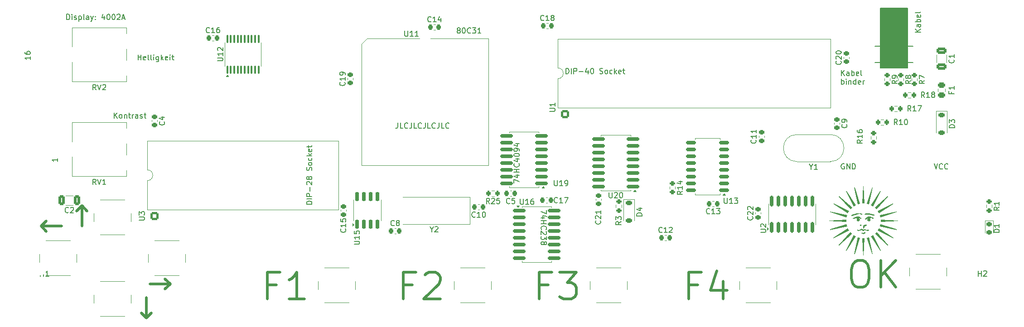
<source format=gbr>
%TF.GenerationSoftware,KiCad,Pcbnew,9.0.0*%
%TF.CreationDate,2025-03-31T18:37:57+02:00*%
%TF.ProjectId,servicetastatur,73657276-6963-4657-9461-737461747572,rev?*%
%TF.SameCoordinates,Original*%
%TF.FileFunction,Legend,Top*%
%TF.FilePolarity,Positive*%
%FSLAX46Y46*%
G04 Gerber Fmt 4.6, Leading zero omitted, Abs format (unit mm)*
G04 Created by KiCad (PCBNEW 9.0.0) date 2025-03-31 18:37:57*
%MOMM*%
%LPD*%
G01*
G04 APERTURE LIST*
G04 Aperture macros list*
%AMRoundRect*
0 Rectangle with rounded corners*
0 $1 Rounding radius*
0 $2 $3 $4 $5 $6 $7 $8 $9 X,Y pos of 4 corners*
0 Add a 4 corners polygon primitive as box body*
4,1,4,$2,$3,$4,$5,$6,$7,$8,$9,$2,$3,0*
0 Add four circle primitives for the rounded corners*
1,1,$1+$1,$2,$3*
1,1,$1+$1,$4,$5*
1,1,$1+$1,$6,$7*
1,1,$1+$1,$8,$9*
0 Add four rect primitives between the rounded corners*
20,1,$1+$1,$2,$3,$4,$5,0*
20,1,$1+$1,$4,$5,$6,$7,0*
20,1,$1+$1,$6,$7,$8,$9,0*
20,1,$1+$1,$8,$9,$2,$3,0*%
G04 Aperture macros list end*
%ADD10C,0.150000*%
%ADD11C,0.500000*%
%ADD12C,0.120000*%
%ADD13RoundRect,0.225000X0.250000X-0.225000X0.250000X0.225000X-0.250000X0.225000X-0.250000X-0.225000X0*%
%ADD14RoundRect,0.225000X-0.225000X-0.250000X0.225000X-0.250000X0.225000X0.250000X-0.225000X0.250000X0*%
%ADD15RoundRect,0.200000X-0.275000X0.200000X-0.275000X-0.200000X0.275000X-0.200000X0.275000X0.200000X0*%
%ADD16RoundRect,0.162500X0.750000X0.162500X-0.750000X0.162500X-0.750000X-0.162500X0.750000X-0.162500X0*%
%ADD17RoundRect,0.200000X-0.200000X-0.275000X0.200000X-0.275000X0.200000X0.275000X-0.200000X0.275000X0*%
%ADD18C,2.000000*%
%ADD19RoundRect,0.200000X0.200000X0.275000X-0.200000X0.275000X-0.200000X-0.275000X0.200000X-0.275000X0*%
%ADD20C,1.500000*%
%ADD21RoundRect,0.250000X0.550000X-0.550000X0.550000X0.550000X-0.550000X0.550000X-0.550000X-0.550000X0*%
%ADD22C,1.600000*%
%ADD23RoundRect,0.225000X0.225000X0.250000X-0.225000X0.250000X-0.225000X-0.250000X0.225000X-0.250000X0*%
%ADD24RoundRect,0.225000X-0.375000X0.225000X-0.375000X-0.225000X0.375000X-0.225000X0.375000X0.225000X0*%
%ADD25O,1.524000X3.250000*%
%ADD26RoundRect,0.150000X-1.050000X-0.150000X1.050000X-0.150000X1.050000X0.150000X-1.050000X0.150000X0*%
%ADD27C,4.000000*%
%ADD28C,2.340000*%
%ADD29RoundRect,0.218750X-0.256250X0.218750X-0.256250X-0.218750X0.256250X-0.218750X0.256250X0.218750X0*%
%ADD30R,1.422400X1.422400*%
%ADD31C,1.422400*%
%ADD32RoundRect,0.225000X-0.250000X0.225000X-0.250000X-0.225000X0.250000X-0.225000X0.250000X0.225000X0*%
%ADD33C,7.400000*%
%ADD34RoundRect,0.150000X0.150000X-0.725000X0.150000X0.725000X-0.150000X0.725000X-0.150000X-0.725000X0*%
%ADD35C,1.800000*%
%ADD36C,5.500000*%
%ADD37RoundRect,0.250000X0.650000X-0.325000X0.650000X0.325000X-0.650000X0.325000X-0.650000X-0.325000X0*%
%ADD38RoundRect,0.243750X0.456250X-0.243750X0.456250X0.243750X-0.456250X0.243750X-0.456250X-0.243750X0*%
%ADD39RoundRect,0.250000X0.325000X0.650000X-0.325000X0.650000X-0.325000X-0.650000X0.325000X-0.650000X0*%
%ADD40R,4.500000X2.000000*%
%ADD41RoundRect,0.150000X1.050000X0.150000X-1.050000X0.150000X-1.050000X-0.150000X1.050000X-0.150000X0*%
%ADD42RoundRect,0.150000X0.150000X-0.825000X0.150000X0.825000X-0.150000X0.825000X-0.150000X-0.825000X0*%
%ADD43RoundRect,0.100000X0.100000X-0.637500X0.100000X0.637500X-0.100000X0.637500X-0.100000X-0.637500X0*%
G04 APERTURE END LIST*
D10*
X180086000Y-29464000D02*
X172974000Y-29464000D01*
X173990000Y-19304000D02*
X179070000Y-19304000D01*
X179070000Y-30480000D01*
X173990000Y-30480000D01*
X173990000Y-19304000D01*
G36*
X173990000Y-19304000D02*
G01*
X179070000Y-19304000D01*
X179070000Y-30480000D01*
X173990000Y-30480000D01*
X173990000Y-19304000D01*
G37*
X172974000Y-26416000D02*
X180086000Y-26416000D01*
X181479819Y-23793220D02*
X180479819Y-23793220D01*
X181479819Y-23221792D02*
X180908390Y-23650363D01*
X180479819Y-23221792D02*
X181051247Y-23793220D01*
X181479819Y-22364649D02*
X180956009Y-22364649D01*
X180956009Y-22364649D02*
X180860771Y-22412268D01*
X180860771Y-22412268D02*
X180813152Y-22507506D01*
X180813152Y-22507506D02*
X180813152Y-22697982D01*
X180813152Y-22697982D02*
X180860771Y-22793220D01*
X181432200Y-22364649D02*
X181479819Y-22459887D01*
X181479819Y-22459887D02*
X181479819Y-22697982D01*
X181479819Y-22697982D02*
X181432200Y-22793220D01*
X181432200Y-22793220D02*
X181336961Y-22840839D01*
X181336961Y-22840839D02*
X181241723Y-22840839D01*
X181241723Y-22840839D02*
X181146485Y-22793220D01*
X181146485Y-22793220D02*
X181098866Y-22697982D01*
X181098866Y-22697982D02*
X181098866Y-22459887D01*
X181098866Y-22459887D02*
X181051247Y-22364649D01*
X181479819Y-21888458D02*
X180479819Y-21888458D01*
X180860771Y-21888458D02*
X180813152Y-21793220D01*
X180813152Y-21793220D02*
X180813152Y-21602744D01*
X180813152Y-21602744D02*
X180860771Y-21507506D01*
X180860771Y-21507506D02*
X180908390Y-21459887D01*
X180908390Y-21459887D02*
X181003628Y-21412268D01*
X181003628Y-21412268D02*
X181289342Y-21412268D01*
X181289342Y-21412268D02*
X181384580Y-21459887D01*
X181384580Y-21459887D02*
X181432200Y-21507506D01*
X181432200Y-21507506D02*
X181479819Y-21602744D01*
X181479819Y-21602744D02*
X181479819Y-21793220D01*
X181479819Y-21793220D02*
X181432200Y-21888458D01*
X181432200Y-20602744D02*
X181479819Y-20697982D01*
X181479819Y-20697982D02*
X181479819Y-20888458D01*
X181479819Y-20888458D02*
X181432200Y-20983696D01*
X181432200Y-20983696D02*
X181336961Y-21031315D01*
X181336961Y-21031315D02*
X180956009Y-21031315D01*
X180956009Y-21031315D02*
X180860771Y-20983696D01*
X180860771Y-20983696D02*
X180813152Y-20888458D01*
X180813152Y-20888458D02*
X180813152Y-20697982D01*
X180813152Y-20697982D02*
X180860771Y-20602744D01*
X180860771Y-20602744D02*
X180956009Y-20555125D01*
X180956009Y-20555125D02*
X181051247Y-20555125D01*
X181051247Y-20555125D02*
X181146485Y-21031315D01*
X181479819Y-19983696D02*
X181432200Y-20078934D01*
X181432200Y-20078934D02*
X181336961Y-20126553D01*
X181336961Y-20126553D02*
X180479819Y-20126553D01*
X95094636Y-23428390D02*
X94999398Y-23380771D01*
X94999398Y-23380771D02*
X94951779Y-23333152D01*
X94951779Y-23333152D02*
X94904160Y-23237914D01*
X94904160Y-23237914D02*
X94904160Y-23190295D01*
X94904160Y-23190295D02*
X94951779Y-23095057D01*
X94951779Y-23095057D02*
X94999398Y-23047438D01*
X94999398Y-23047438D02*
X95094636Y-22999819D01*
X95094636Y-22999819D02*
X95285112Y-22999819D01*
X95285112Y-22999819D02*
X95380350Y-23047438D01*
X95380350Y-23047438D02*
X95427969Y-23095057D01*
X95427969Y-23095057D02*
X95475588Y-23190295D01*
X95475588Y-23190295D02*
X95475588Y-23237914D01*
X95475588Y-23237914D02*
X95427969Y-23333152D01*
X95427969Y-23333152D02*
X95380350Y-23380771D01*
X95380350Y-23380771D02*
X95285112Y-23428390D01*
X95285112Y-23428390D02*
X95094636Y-23428390D01*
X95094636Y-23428390D02*
X94999398Y-23476009D01*
X94999398Y-23476009D02*
X94951779Y-23523628D01*
X94951779Y-23523628D02*
X94904160Y-23618866D01*
X94904160Y-23618866D02*
X94904160Y-23809342D01*
X94904160Y-23809342D02*
X94951779Y-23904580D01*
X94951779Y-23904580D02*
X94999398Y-23952200D01*
X94999398Y-23952200D02*
X95094636Y-23999819D01*
X95094636Y-23999819D02*
X95285112Y-23999819D01*
X95285112Y-23999819D02*
X95380350Y-23952200D01*
X95380350Y-23952200D02*
X95427969Y-23904580D01*
X95427969Y-23904580D02*
X95475588Y-23809342D01*
X95475588Y-23809342D02*
X95475588Y-23618866D01*
X95475588Y-23618866D02*
X95427969Y-23523628D01*
X95427969Y-23523628D02*
X95380350Y-23476009D01*
X95380350Y-23476009D02*
X95285112Y-23428390D01*
X96094636Y-22999819D02*
X96189874Y-22999819D01*
X96189874Y-22999819D02*
X96285112Y-23047438D01*
X96285112Y-23047438D02*
X96332731Y-23095057D01*
X96332731Y-23095057D02*
X96380350Y-23190295D01*
X96380350Y-23190295D02*
X96427969Y-23380771D01*
X96427969Y-23380771D02*
X96427969Y-23618866D01*
X96427969Y-23618866D02*
X96380350Y-23809342D01*
X96380350Y-23809342D02*
X96332731Y-23904580D01*
X96332731Y-23904580D02*
X96285112Y-23952200D01*
X96285112Y-23952200D02*
X96189874Y-23999819D01*
X96189874Y-23999819D02*
X96094636Y-23999819D01*
X96094636Y-23999819D02*
X95999398Y-23952200D01*
X95999398Y-23952200D02*
X95951779Y-23904580D01*
X95951779Y-23904580D02*
X95904160Y-23809342D01*
X95904160Y-23809342D02*
X95856541Y-23618866D01*
X95856541Y-23618866D02*
X95856541Y-23380771D01*
X95856541Y-23380771D02*
X95904160Y-23190295D01*
X95904160Y-23190295D02*
X95951779Y-23095057D01*
X95951779Y-23095057D02*
X95999398Y-23047438D01*
X95999398Y-23047438D02*
X96094636Y-22999819D01*
X97427969Y-23904580D02*
X97380350Y-23952200D01*
X97380350Y-23952200D02*
X97237493Y-23999819D01*
X97237493Y-23999819D02*
X97142255Y-23999819D01*
X97142255Y-23999819D02*
X96999398Y-23952200D01*
X96999398Y-23952200D02*
X96904160Y-23856961D01*
X96904160Y-23856961D02*
X96856541Y-23761723D01*
X96856541Y-23761723D02*
X96808922Y-23571247D01*
X96808922Y-23571247D02*
X96808922Y-23428390D01*
X96808922Y-23428390D02*
X96856541Y-23237914D01*
X96856541Y-23237914D02*
X96904160Y-23142676D01*
X96904160Y-23142676D02*
X96999398Y-23047438D01*
X96999398Y-23047438D02*
X97142255Y-22999819D01*
X97142255Y-22999819D02*
X97237493Y-22999819D01*
X97237493Y-22999819D02*
X97380350Y-23047438D01*
X97380350Y-23047438D02*
X97427969Y-23095057D01*
X97761303Y-22999819D02*
X98380350Y-22999819D01*
X98380350Y-22999819D02*
X98047017Y-23380771D01*
X98047017Y-23380771D02*
X98189874Y-23380771D01*
X98189874Y-23380771D02*
X98285112Y-23428390D01*
X98285112Y-23428390D02*
X98332731Y-23476009D01*
X98332731Y-23476009D02*
X98380350Y-23571247D01*
X98380350Y-23571247D02*
X98380350Y-23809342D01*
X98380350Y-23809342D02*
X98332731Y-23904580D01*
X98332731Y-23904580D02*
X98285112Y-23952200D01*
X98285112Y-23952200D02*
X98189874Y-23999819D01*
X98189874Y-23999819D02*
X97904160Y-23999819D01*
X97904160Y-23999819D02*
X97808922Y-23952200D01*
X97808922Y-23952200D02*
X97761303Y-23904580D01*
X99332731Y-23999819D02*
X98761303Y-23999819D01*
X99047017Y-23999819D02*
X99047017Y-22999819D01*
X99047017Y-22999819D02*
X98951779Y-23142676D01*
X98951779Y-23142676D02*
X98856541Y-23237914D01*
X98856541Y-23237914D02*
X98761303Y-23285533D01*
X15109819Y-28349411D02*
X15109819Y-28920839D01*
X15109819Y-28635125D02*
X14109819Y-28635125D01*
X14109819Y-28635125D02*
X14252676Y-28730363D01*
X14252676Y-28730363D02*
X14347914Y-28825601D01*
X14347914Y-28825601D02*
X14395533Y-28920839D01*
X14109819Y-27492268D02*
X14109819Y-27682744D01*
X14109819Y-27682744D02*
X14157438Y-27777982D01*
X14157438Y-27777982D02*
X14205057Y-27825601D01*
X14205057Y-27825601D02*
X14347914Y-27920839D01*
X14347914Y-27920839D02*
X14538390Y-27968458D01*
X14538390Y-27968458D02*
X14919342Y-27968458D01*
X14919342Y-27968458D02*
X15014580Y-27920839D01*
X15014580Y-27920839D02*
X15062200Y-27873220D01*
X15062200Y-27873220D02*
X15109819Y-27777982D01*
X15109819Y-27777982D02*
X15109819Y-27587506D01*
X15109819Y-27587506D02*
X15062200Y-27492268D01*
X15062200Y-27492268D02*
X15014580Y-27444649D01*
X15014580Y-27444649D02*
X14919342Y-27397030D01*
X14919342Y-27397030D02*
X14681247Y-27397030D01*
X14681247Y-27397030D02*
X14586009Y-27444649D01*
X14586009Y-27444649D02*
X14538390Y-27492268D01*
X14538390Y-27492268D02*
X14490771Y-27587506D01*
X14490771Y-27587506D02*
X14490771Y-27777982D01*
X14490771Y-27777982D02*
X14538390Y-27873220D01*
X14538390Y-27873220D02*
X14586009Y-27920839D01*
X14586009Y-27920839D02*
X14681247Y-27968458D01*
G36*
X175429092Y-54544703D02*
G01*
X173277313Y-56942557D01*
X172942700Y-56607944D01*
X175340554Y-54456165D01*
X175429092Y-54544703D01*
G37*
G36*
X174104075Y-53506060D02*
G01*
X172642281Y-56382020D01*
X172232564Y-56143272D01*
X173988060Y-53438283D01*
X174104075Y-53506060D01*
G37*
G36*
X176446974Y-55897198D02*
G01*
X173741985Y-57652693D01*
X173503237Y-57242976D01*
X176378586Y-55781182D01*
X176446974Y-55897198D01*
G37*
G36*
X177075900Y-57454856D02*
G01*
X174008210Y-58451978D01*
X173885478Y-57994633D01*
X177041706Y-57324797D01*
X177075900Y-57454856D01*
G37*
G36*
X172553133Y-52843551D02*
G01*
X171890624Y-55999780D01*
X171433279Y-55877048D01*
X172423684Y-52809357D01*
X172553133Y-52843551D01*
G37*
G36*
X171064473Y-55828810D02*
G01*
X170585757Y-55828810D01*
X170756727Y-52611521D01*
X170893503Y-52611521D01*
X171064473Y-55828810D01*
G37*
G36*
X177273736Y-59128531D02*
G01*
X174056448Y-59298890D01*
X174056448Y-58820785D01*
X177273736Y-58991755D01*
X177273736Y-59128531D01*
G37*
G36*
X170216950Y-55877048D02*
G01*
X169759605Y-55999780D01*
X169097096Y-52843551D01*
X169226545Y-52809357D01*
X170216950Y-55877048D01*
G37*
G36*
X177075900Y-60665429D02*
G01*
X177041706Y-60795488D01*
X173885478Y-60125652D01*
X174008210Y-59668307D01*
X177075900Y-60665429D01*
G37*
G36*
X172908506Y-58055694D02*
G01*
X172785774Y-58124082D01*
X172592957Y-58099286D01*
X172283244Y-58005013D01*
X171974038Y-57910263D01*
X171781325Y-57885334D01*
X171620736Y-57912812D01*
X171460146Y-57939678D01*
X171057145Y-57939678D01*
X171057145Y-57830380D01*
X171207884Y-57696064D01*
X171556011Y-57639260D01*
X171853916Y-57665535D01*
X172239281Y-57755275D01*
X172908506Y-57946395D01*
X172908506Y-58055694D01*
G37*
G36*
X169417665Y-56143272D02*
G01*
X169007948Y-56382020D01*
X167546154Y-53506060D01*
X167662170Y-53438283D01*
X169417665Y-56143272D01*
G37*
G36*
X176446974Y-62223087D02*
G01*
X176378586Y-62339103D01*
X173503237Y-60877309D01*
X173741985Y-60467592D01*
X176446974Y-62223087D01*
G37*
G36*
X172751580Y-58698053D02*
G01*
X172580610Y-58698053D01*
X172348579Y-58547843D01*
X171965729Y-58567993D01*
X172109221Y-58650425D01*
X172150132Y-58828112D01*
X172112170Y-59014956D01*
X172010864Y-59117907D01*
X171829563Y-59156008D01*
X171726270Y-59129756D01*
X171614019Y-59039993D01*
X171532314Y-58919772D01*
X171508384Y-58814068D01*
X171576772Y-58657142D01*
X171603639Y-58650425D01*
X171569445Y-58643098D01*
X171441592Y-58682984D01*
X171317264Y-58820785D01*
X171146294Y-58698053D01*
X171204202Y-58584597D01*
X171439996Y-58411678D01*
X171713563Y-58279492D01*
X171863757Y-58247424D01*
X172114513Y-58300889D01*
X172751580Y-58554560D01*
X172751580Y-58698053D01*
G37*
G36*
X168707529Y-56607944D02*
G01*
X168372916Y-56942557D01*
X166221137Y-54544703D01*
X166309675Y-54456165D01*
X168707529Y-56607944D01*
G37*
G36*
X175429092Y-63575582D02*
G01*
X175340554Y-63664120D01*
X172942700Y-61512341D01*
X173277313Y-61177728D01*
X175429092Y-63575582D01*
G37*
G36*
X170593084Y-57905484D02*
G01*
X170476458Y-57939678D01*
X170278621Y-57868237D01*
X170053307Y-57789469D01*
X168632424Y-58158276D01*
X168564036Y-58117365D01*
X168632424Y-57960439D01*
X169587584Y-57701350D01*
X170066741Y-57639260D01*
X170319532Y-57707648D01*
X170593084Y-57796186D01*
X170593084Y-57905484D01*
G37*
G36*
X171480907Y-59804473D02*
G01*
X171442287Y-59911913D01*
X171303220Y-60016353D01*
X171022951Y-60125652D01*
X171016235Y-60159846D01*
X171029668Y-60255711D01*
X171043712Y-60350966D01*
X170784204Y-60528653D01*
X170784204Y-59927815D01*
X171137493Y-59798288D01*
X171283070Y-59770279D01*
X171480907Y-59804473D01*
G37*
G36*
X170442875Y-58698053D02*
G01*
X170251144Y-58698053D01*
X170187573Y-58671479D01*
X170060024Y-58547843D01*
X169929965Y-58567993D01*
X170091494Y-58681038D01*
X170141845Y-58841545D01*
X170105459Y-59020764D01*
X170008384Y-59119483D01*
X169834710Y-59156008D01*
X169676445Y-59115192D01*
X169579901Y-58995662D01*
X169541008Y-58759724D01*
X169575202Y-58567993D01*
X169602069Y-58554560D01*
X169561158Y-58547843D01*
X169308367Y-58622948D01*
X169055575Y-58698053D01*
X168775917Y-58698053D01*
X168816828Y-58595471D01*
X169363321Y-58376873D01*
X169692064Y-58275288D01*
X169916531Y-58247424D01*
X170008072Y-58274852D01*
X170158942Y-58387254D01*
X170315235Y-58503842D01*
X170442875Y-58554560D01*
X170442875Y-58698053D01*
G37*
G36*
X170503935Y-59907055D02*
G01*
X170401353Y-59996203D01*
X170271905Y-60071308D01*
X170148562Y-60071308D01*
X170148562Y-59770279D01*
X170333576Y-59770279D01*
X170503935Y-59907055D01*
G37*
G36*
X171842997Y-60815638D02*
G01*
X171711132Y-60954470D01*
X171631116Y-60986608D01*
X171371608Y-60907840D01*
X171112100Y-60829071D01*
X170971660Y-60907840D01*
X170811681Y-60986608D01*
X170630331Y-60907840D01*
X170449591Y-60829071D01*
X170189473Y-60907840D01*
X169929965Y-60986608D01*
X169824395Y-60957266D01*
X169691217Y-60849832D01*
X169691217Y-60678862D01*
X169991636Y-60829071D01*
X170206570Y-60678862D01*
X170415046Y-60558448D01*
X170538129Y-60528653D01*
X170637048Y-60611085D01*
X170723925Y-60670665D01*
X170859309Y-60692906D01*
X170978988Y-60655659D01*
X171098667Y-60617801D01*
X171282459Y-60692906D01*
X171467473Y-60768011D01*
X171579825Y-60723436D01*
X171692787Y-60678862D01*
X171764527Y-60707230D01*
X171842997Y-60815638D01*
G37*
G36*
X168147602Y-57242976D02*
G01*
X167908244Y-57652693D01*
X165203255Y-55897198D01*
X165271643Y-55781182D01*
X168147602Y-57242976D01*
G37*
G36*
X174104075Y-64613614D02*
G01*
X173988060Y-64682002D01*
X172232564Y-61977013D01*
X172642281Y-61737655D01*
X174104075Y-64613614D01*
G37*
G36*
X171207965Y-61403042D02*
G01*
X170838548Y-61594162D01*
X170415397Y-61403042D01*
X170453048Y-61290945D01*
X170524696Y-61259549D01*
X170606517Y-61290690D01*
X170688339Y-61321221D01*
X170858611Y-61286352D01*
X171071189Y-61164295D01*
X171207965Y-61300460D01*
X171207965Y-61403042D01*
G37*
G36*
X167764752Y-57994633D02*
G01*
X167642020Y-58451978D01*
X164574330Y-57454856D01*
X164608524Y-57324797D01*
X167764752Y-57994633D01*
G37*
G36*
X172553133Y-65276734D02*
G01*
X172423684Y-65310928D01*
X171433279Y-62243237D01*
X171890624Y-62120505D01*
X172553133Y-65276734D01*
G37*
G36*
X167593782Y-59298890D02*
G01*
X164376493Y-59128531D01*
X164376493Y-58991755D01*
X167593782Y-58820785D01*
X167593782Y-59298890D01*
G37*
G36*
X171064473Y-62291475D02*
G01*
X170893503Y-65508764D01*
X170756727Y-65508764D01*
X170585757Y-62291475D01*
X170825115Y-62298192D01*
X171064473Y-62291475D01*
G37*
G36*
X170216950Y-62243237D02*
G01*
X169226545Y-65310928D01*
X169097096Y-65276734D01*
X169759605Y-62120505D01*
X170216950Y-62243237D01*
G37*
G36*
X167764752Y-60125652D02*
G01*
X164608524Y-60795488D01*
X164574330Y-60665429D01*
X167642020Y-59668307D01*
X167764752Y-60125652D01*
G37*
G36*
X168147602Y-60877309D02*
G01*
X165271643Y-62339103D01*
X165203255Y-62223087D01*
X167908244Y-60467592D01*
X168147602Y-60877309D01*
G37*
G36*
X169417665Y-61977013D02*
G01*
X167662170Y-64682002D01*
X167546154Y-64613614D01*
X169007948Y-61737655D01*
X169417665Y-61977013D01*
G37*
G36*
X168707529Y-61512341D02*
G01*
X166309675Y-63664120D01*
X166221137Y-63575582D01*
X168372916Y-61177728D01*
X168707529Y-61512341D01*
G37*
X83806913Y-40779819D02*
X83806913Y-41494104D01*
X83806913Y-41494104D02*
X83759294Y-41636961D01*
X83759294Y-41636961D02*
X83664056Y-41732200D01*
X83664056Y-41732200D02*
X83521199Y-41779819D01*
X83521199Y-41779819D02*
X83425961Y-41779819D01*
X84759294Y-41779819D02*
X84283104Y-41779819D01*
X84283104Y-41779819D02*
X84283104Y-40779819D01*
X85664056Y-41684580D02*
X85616437Y-41732200D01*
X85616437Y-41732200D02*
X85473580Y-41779819D01*
X85473580Y-41779819D02*
X85378342Y-41779819D01*
X85378342Y-41779819D02*
X85235485Y-41732200D01*
X85235485Y-41732200D02*
X85140247Y-41636961D01*
X85140247Y-41636961D02*
X85092628Y-41541723D01*
X85092628Y-41541723D02*
X85045009Y-41351247D01*
X85045009Y-41351247D02*
X85045009Y-41208390D01*
X85045009Y-41208390D02*
X85092628Y-41017914D01*
X85092628Y-41017914D02*
X85140247Y-40922676D01*
X85140247Y-40922676D02*
X85235485Y-40827438D01*
X85235485Y-40827438D02*
X85378342Y-40779819D01*
X85378342Y-40779819D02*
X85473580Y-40779819D01*
X85473580Y-40779819D02*
X85616437Y-40827438D01*
X85616437Y-40827438D02*
X85664056Y-40875057D01*
X86378342Y-40779819D02*
X86378342Y-41494104D01*
X86378342Y-41494104D02*
X86330723Y-41636961D01*
X86330723Y-41636961D02*
X86235485Y-41732200D01*
X86235485Y-41732200D02*
X86092628Y-41779819D01*
X86092628Y-41779819D02*
X85997390Y-41779819D01*
X87330723Y-41779819D02*
X86854533Y-41779819D01*
X86854533Y-41779819D02*
X86854533Y-40779819D01*
X88235485Y-41684580D02*
X88187866Y-41732200D01*
X88187866Y-41732200D02*
X88045009Y-41779819D01*
X88045009Y-41779819D02*
X87949771Y-41779819D01*
X87949771Y-41779819D02*
X87806914Y-41732200D01*
X87806914Y-41732200D02*
X87711676Y-41636961D01*
X87711676Y-41636961D02*
X87664057Y-41541723D01*
X87664057Y-41541723D02*
X87616438Y-41351247D01*
X87616438Y-41351247D02*
X87616438Y-41208390D01*
X87616438Y-41208390D02*
X87664057Y-41017914D01*
X87664057Y-41017914D02*
X87711676Y-40922676D01*
X87711676Y-40922676D02*
X87806914Y-40827438D01*
X87806914Y-40827438D02*
X87949771Y-40779819D01*
X87949771Y-40779819D02*
X88045009Y-40779819D01*
X88045009Y-40779819D02*
X88187866Y-40827438D01*
X88187866Y-40827438D02*
X88235485Y-40875057D01*
X88949771Y-40779819D02*
X88949771Y-41494104D01*
X88949771Y-41494104D02*
X88902152Y-41636961D01*
X88902152Y-41636961D02*
X88806914Y-41732200D01*
X88806914Y-41732200D02*
X88664057Y-41779819D01*
X88664057Y-41779819D02*
X88568819Y-41779819D01*
X89902152Y-41779819D02*
X89425962Y-41779819D01*
X89425962Y-41779819D02*
X89425962Y-40779819D01*
X90806914Y-41684580D02*
X90759295Y-41732200D01*
X90759295Y-41732200D02*
X90616438Y-41779819D01*
X90616438Y-41779819D02*
X90521200Y-41779819D01*
X90521200Y-41779819D02*
X90378343Y-41732200D01*
X90378343Y-41732200D02*
X90283105Y-41636961D01*
X90283105Y-41636961D02*
X90235486Y-41541723D01*
X90235486Y-41541723D02*
X90187867Y-41351247D01*
X90187867Y-41351247D02*
X90187867Y-41208390D01*
X90187867Y-41208390D02*
X90235486Y-41017914D01*
X90235486Y-41017914D02*
X90283105Y-40922676D01*
X90283105Y-40922676D02*
X90378343Y-40827438D01*
X90378343Y-40827438D02*
X90521200Y-40779819D01*
X90521200Y-40779819D02*
X90616438Y-40779819D01*
X90616438Y-40779819D02*
X90759295Y-40827438D01*
X90759295Y-40827438D02*
X90806914Y-40875057D01*
X91521200Y-40779819D02*
X91521200Y-41494104D01*
X91521200Y-41494104D02*
X91473581Y-41636961D01*
X91473581Y-41636961D02*
X91378343Y-41732200D01*
X91378343Y-41732200D02*
X91235486Y-41779819D01*
X91235486Y-41779819D02*
X91140248Y-41779819D01*
X92473581Y-41779819D02*
X91997391Y-41779819D01*
X91997391Y-41779819D02*
X91997391Y-40779819D01*
X93378343Y-41684580D02*
X93330724Y-41732200D01*
X93330724Y-41732200D02*
X93187867Y-41779819D01*
X93187867Y-41779819D02*
X93092629Y-41779819D01*
X93092629Y-41779819D02*
X92949772Y-41732200D01*
X92949772Y-41732200D02*
X92854534Y-41636961D01*
X92854534Y-41636961D02*
X92806915Y-41541723D01*
X92806915Y-41541723D02*
X92759296Y-41351247D01*
X92759296Y-41351247D02*
X92759296Y-41208390D01*
X92759296Y-41208390D02*
X92806915Y-41017914D01*
X92806915Y-41017914D02*
X92854534Y-40922676D01*
X92854534Y-40922676D02*
X92949772Y-40827438D01*
X92949772Y-40827438D02*
X93092629Y-40779819D01*
X93092629Y-40779819D02*
X93187867Y-40779819D01*
X93187867Y-40779819D02*
X93330724Y-40827438D01*
X93330724Y-40827438D02*
X93378343Y-40875057D01*
X35261779Y-29005819D02*
X35261779Y-28005819D01*
X35261779Y-28482009D02*
X35833207Y-28482009D01*
X35833207Y-29005819D02*
X35833207Y-28005819D01*
X36690350Y-28958200D02*
X36595112Y-29005819D01*
X36595112Y-29005819D02*
X36404636Y-29005819D01*
X36404636Y-29005819D02*
X36309398Y-28958200D01*
X36309398Y-28958200D02*
X36261779Y-28862961D01*
X36261779Y-28862961D02*
X36261779Y-28482009D01*
X36261779Y-28482009D02*
X36309398Y-28386771D01*
X36309398Y-28386771D02*
X36404636Y-28339152D01*
X36404636Y-28339152D02*
X36595112Y-28339152D01*
X36595112Y-28339152D02*
X36690350Y-28386771D01*
X36690350Y-28386771D02*
X36737969Y-28482009D01*
X36737969Y-28482009D02*
X36737969Y-28577247D01*
X36737969Y-28577247D02*
X36261779Y-28672485D01*
X37309398Y-29005819D02*
X37214160Y-28958200D01*
X37214160Y-28958200D02*
X37166541Y-28862961D01*
X37166541Y-28862961D02*
X37166541Y-28005819D01*
X37833208Y-29005819D02*
X37737970Y-28958200D01*
X37737970Y-28958200D02*
X37690351Y-28862961D01*
X37690351Y-28862961D02*
X37690351Y-28005819D01*
X38214161Y-29005819D02*
X38214161Y-28339152D01*
X38214161Y-28005819D02*
X38166542Y-28053438D01*
X38166542Y-28053438D02*
X38214161Y-28101057D01*
X38214161Y-28101057D02*
X38261780Y-28053438D01*
X38261780Y-28053438D02*
X38214161Y-28005819D01*
X38214161Y-28005819D02*
X38214161Y-28101057D01*
X39118922Y-28339152D02*
X39118922Y-29148676D01*
X39118922Y-29148676D02*
X39071303Y-29243914D01*
X39071303Y-29243914D02*
X39023684Y-29291533D01*
X39023684Y-29291533D02*
X38928446Y-29339152D01*
X38928446Y-29339152D02*
X38785589Y-29339152D01*
X38785589Y-29339152D02*
X38690351Y-29291533D01*
X39118922Y-28958200D02*
X39023684Y-29005819D01*
X39023684Y-29005819D02*
X38833208Y-29005819D01*
X38833208Y-29005819D02*
X38737970Y-28958200D01*
X38737970Y-28958200D02*
X38690351Y-28910580D01*
X38690351Y-28910580D02*
X38642732Y-28815342D01*
X38642732Y-28815342D02*
X38642732Y-28529628D01*
X38642732Y-28529628D02*
X38690351Y-28434390D01*
X38690351Y-28434390D02*
X38737970Y-28386771D01*
X38737970Y-28386771D02*
X38833208Y-28339152D01*
X38833208Y-28339152D02*
X39023684Y-28339152D01*
X39023684Y-28339152D02*
X39118922Y-28386771D01*
X39595113Y-29005819D02*
X39595113Y-28005819D01*
X39690351Y-28624866D02*
X39976065Y-29005819D01*
X39976065Y-28339152D02*
X39595113Y-28720104D01*
X40785589Y-28958200D02*
X40690351Y-29005819D01*
X40690351Y-29005819D02*
X40499875Y-29005819D01*
X40499875Y-29005819D02*
X40404637Y-28958200D01*
X40404637Y-28958200D02*
X40357018Y-28862961D01*
X40357018Y-28862961D02*
X40357018Y-28482009D01*
X40357018Y-28482009D02*
X40404637Y-28386771D01*
X40404637Y-28386771D02*
X40499875Y-28339152D01*
X40499875Y-28339152D02*
X40690351Y-28339152D01*
X40690351Y-28339152D02*
X40785589Y-28386771D01*
X40785589Y-28386771D02*
X40833208Y-28482009D01*
X40833208Y-28482009D02*
X40833208Y-28577247D01*
X40833208Y-28577247D02*
X40357018Y-28672485D01*
X41261780Y-29005819D02*
X41261780Y-28339152D01*
X41261780Y-28005819D02*
X41214161Y-28053438D01*
X41214161Y-28053438D02*
X41261780Y-28101057D01*
X41261780Y-28101057D02*
X41309399Y-28053438D01*
X41309399Y-28053438D02*
X41261780Y-28005819D01*
X41261780Y-28005819D02*
X41261780Y-28101057D01*
X41595113Y-28339152D02*
X41976065Y-28339152D01*
X41737970Y-28005819D02*
X41737970Y-28862961D01*
X41737970Y-28862961D02*
X41785589Y-28958200D01*
X41785589Y-28958200D02*
X41880827Y-29005819D01*
X41880827Y-29005819D02*
X41976065Y-29005819D01*
X30816779Y-39874819D02*
X30816779Y-38874819D01*
X31388207Y-39874819D02*
X30959636Y-39303390D01*
X31388207Y-38874819D02*
X30816779Y-39446247D01*
X31959636Y-39874819D02*
X31864398Y-39827200D01*
X31864398Y-39827200D02*
X31816779Y-39779580D01*
X31816779Y-39779580D02*
X31769160Y-39684342D01*
X31769160Y-39684342D02*
X31769160Y-39398628D01*
X31769160Y-39398628D02*
X31816779Y-39303390D01*
X31816779Y-39303390D02*
X31864398Y-39255771D01*
X31864398Y-39255771D02*
X31959636Y-39208152D01*
X31959636Y-39208152D02*
X32102493Y-39208152D01*
X32102493Y-39208152D02*
X32197731Y-39255771D01*
X32197731Y-39255771D02*
X32245350Y-39303390D01*
X32245350Y-39303390D02*
X32292969Y-39398628D01*
X32292969Y-39398628D02*
X32292969Y-39684342D01*
X32292969Y-39684342D02*
X32245350Y-39779580D01*
X32245350Y-39779580D02*
X32197731Y-39827200D01*
X32197731Y-39827200D02*
X32102493Y-39874819D01*
X32102493Y-39874819D02*
X31959636Y-39874819D01*
X32721541Y-39208152D02*
X32721541Y-39874819D01*
X32721541Y-39303390D02*
X32769160Y-39255771D01*
X32769160Y-39255771D02*
X32864398Y-39208152D01*
X32864398Y-39208152D02*
X33007255Y-39208152D01*
X33007255Y-39208152D02*
X33102493Y-39255771D01*
X33102493Y-39255771D02*
X33150112Y-39351009D01*
X33150112Y-39351009D02*
X33150112Y-39874819D01*
X33483446Y-39208152D02*
X33864398Y-39208152D01*
X33626303Y-38874819D02*
X33626303Y-39731961D01*
X33626303Y-39731961D02*
X33673922Y-39827200D01*
X33673922Y-39827200D02*
X33769160Y-39874819D01*
X33769160Y-39874819D02*
X33864398Y-39874819D01*
X34197732Y-39874819D02*
X34197732Y-39208152D01*
X34197732Y-39398628D02*
X34245351Y-39303390D01*
X34245351Y-39303390D02*
X34292970Y-39255771D01*
X34292970Y-39255771D02*
X34388208Y-39208152D01*
X34388208Y-39208152D02*
X34483446Y-39208152D01*
X35245351Y-39874819D02*
X35245351Y-39351009D01*
X35245351Y-39351009D02*
X35197732Y-39255771D01*
X35197732Y-39255771D02*
X35102494Y-39208152D01*
X35102494Y-39208152D02*
X34912018Y-39208152D01*
X34912018Y-39208152D02*
X34816780Y-39255771D01*
X35245351Y-39827200D02*
X35150113Y-39874819D01*
X35150113Y-39874819D02*
X34912018Y-39874819D01*
X34912018Y-39874819D02*
X34816780Y-39827200D01*
X34816780Y-39827200D02*
X34769161Y-39731961D01*
X34769161Y-39731961D02*
X34769161Y-39636723D01*
X34769161Y-39636723D02*
X34816780Y-39541485D01*
X34816780Y-39541485D02*
X34912018Y-39493866D01*
X34912018Y-39493866D02*
X35150113Y-39493866D01*
X35150113Y-39493866D02*
X35245351Y-39446247D01*
X35673923Y-39827200D02*
X35769161Y-39874819D01*
X35769161Y-39874819D02*
X35959637Y-39874819D01*
X35959637Y-39874819D02*
X36054875Y-39827200D01*
X36054875Y-39827200D02*
X36102494Y-39731961D01*
X36102494Y-39731961D02*
X36102494Y-39684342D01*
X36102494Y-39684342D02*
X36054875Y-39589104D01*
X36054875Y-39589104D02*
X35959637Y-39541485D01*
X35959637Y-39541485D02*
X35816780Y-39541485D01*
X35816780Y-39541485D02*
X35721542Y-39493866D01*
X35721542Y-39493866D02*
X35673923Y-39398628D01*
X35673923Y-39398628D02*
X35673923Y-39351009D01*
X35673923Y-39351009D02*
X35721542Y-39255771D01*
X35721542Y-39255771D02*
X35816780Y-39208152D01*
X35816780Y-39208152D02*
X35959637Y-39208152D01*
X35959637Y-39208152D02*
X36054875Y-39255771D01*
X36388209Y-39208152D02*
X36769161Y-39208152D01*
X36531066Y-38874819D02*
X36531066Y-39731961D01*
X36531066Y-39731961D02*
X36578685Y-39827200D01*
X36578685Y-39827200D02*
X36673923Y-39874819D01*
X36673923Y-39874819D02*
X36769161Y-39874819D01*
X167230588Y-48447438D02*
X167135350Y-48399819D01*
X167135350Y-48399819D02*
X166992493Y-48399819D01*
X166992493Y-48399819D02*
X166849636Y-48447438D01*
X166849636Y-48447438D02*
X166754398Y-48542676D01*
X166754398Y-48542676D02*
X166706779Y-48637914D01*
X166706779Y-48637914D02*
X166659160Y-48828390D01*
X166659160Y-48828390D02*
X166659160Y-48971247D01*
X166659160Y-48971247D02*
X166706779Y-49161723D01*
X166706779Y-49161723D02*
X166754398Y-49256961D01*
X166754398Y-49256961D02*
X166849636Y-49352200D01*
X166849636Y-49352200D02*
X166992493Y-49399819D01*
X166992493Y-49399819D02*
X167087731Y-49399819D01*
X167087731Y-49399819D02*
X167230588Y-49352200D01*
X167230588Y-49352200D02*
X167278207Y-49304580D01*
X167278207Y-49304580D02*
X167278207Y-48971247D01*
X167278207Y-48971247D02*
X167087731Y-48971247D01*
X167706779Y-49399819D02*
X167706779Y-48399819D01*
X167706779Y-48399819D02*
X168278207Y-49399819D01*
X168278207Y-49399819D02*
X168278207Y-48399819D01*
X168754398Y-49399819D02*
X168754398Y-48399819D01*
X168754398Y-48399819D02*
X168992493Y-48399819D01*
X168992493Y-48399819D02*
X169135350Y-48447438D01*
X169135350Y-48447438D02*
X169230588Y-48542676D01*
X169230588Y-48542676D02*
X169278207Y-48637914D01*
X169278207Y-48637914D02*
X169325826Y-48828390D01*
X169325826Y-48828390D02*
X169325826Y-48971247D01*
X169325826Y-48971247D02*
X169278207Y-49161723D01*
X169278207Y-49161723D02*
X169230588Y-49256961D01*
X169230588Y-49256961D02*
X169135350Y-49352200D01*
X169135350Y-49352200D02*
X168992493Y-49399819D01*
X168992493Y-49399819D02*
X168754398Y-49399819D01*
X184028922Y-48399819D02*
X184362255Y-49399819D01*
X184362255Y-49399819D02*
X184695588Y-48399819D01*
X185600350Y-49304580D02*
X185552731Y-49352200D01*
X185552731Y-49352200D02*
X185409874Y-49399819D01*
X185409874Y-49399819D02*
X185314636Y-49399819D01*
X185314636Y-49399819D02*
X185171779Y-49352200D01*
X185171779Y-49352200D02*
X185076541Y-49256961D01*
X185076541Y-49256961D02*
X185028922Y-49161723D01*
X185028922Y-49161723D02*
X184981303Y-48971247D01*
X184981303Y-48971247D02*
X184981303Y-48828390D01*
X184981303Y-48828390D02*
X185028922Y-48637914D01*
X185028922Y-48637914D02*
X185076541Y-48542676D01*
X185076541Y-48542676D02*
X185171779Y-48447438D01*
X185171779Y-48447438D02*
X185314636Y-48399819D01*
X185314636Y-48399819D02*
X185409874Y-48399819D01*
X185409874Y-48399819D02*
X185552731Y-48447438D01*
X185552731Y-48447438D02*
X185600350Y-48495057D01*
X186600350Y-49304580D02*
X186552731Y-49352200D01*
X186552731Y-49352200D02*
X186409874Y-49399819D01*
X186409874Y-49399819D02*
X186314636Y-49399819D01*
X186314636Y-49399819D02*
X186171779Y-49352200D01*
X186171779Y-49352200D02*
X186076541Y-49256961D01*
X186076541Y-49256961D02*
X186028922Y-49161723D01*
X186028922Y-49161723D02*
X185981303Y-48971247D01*
X185981303Y-48971247D02*
X185981303Y-48828390D01*
X185981303Y-48828390D02*
X186028922Y-48637914D01*
X186028922Y-48637914D02*
X186076541Y-48542676D01*
X186076541Y-48542676D02*
X186171779Y-48447438D01*
X186171779Y-48447438D02*
X186314636Y-48399819D01*
X186314636Y-48399819D02*
X186409874Y-48399819D01*
X186409874Y-48399819D02*
X186552731Y-48447438D01*
X186552731Y-48447438D02*
X186600350Y-48495057D01*
X20189819Y-47399411D02*
X20189819Y-47970839D01*
X20189819Y-47685125D02*
X19189819Y-47685125D01*
X19189819Y-47685125D02*
X19332676Y-47780363D01*
X19332676Y-47780363D02*
X19427914Y-47875601D01*
X19427914Y-47875601D02*
X19475533Y-47970839D01*
X21926779Y-21459819D02*
X21926779Y-20459819D01*
X21926779Y-20459819D02*
X22164874Y-20459819D01*
X22164874Y-20459819D02*
X22307731Y-20507438D01*
X22307731Y-20507438D02*
X22402969Y-20602676D01*
X22402969Y-20602676D02*
X22450588Y-20697914D01*
X22450588Y-20697914D02*
X22498207Y-20888390D01*
X22498207Y-20888390D02*
X22498207Y-21031247D01*
X22498207Y-21031247D02*
X22450588Y-21221723D01*
X22450588Y-21221723D02*
X22402969Y-21316961D01*
X22402969Y-21316961D02*
X22307731Y-21412200D01*
X22307731Y-21412200D02*
X22164874Y-21459819D01*
X22164874Y-21459819D02*
X21926779Y-21459819D01*
X22926779Y-21459819D02*
X22926779Y-20793152D01*
X22926779Y-20459819D02*
X22879160Y-20507438D01*
X22879160Y-20507438D02*
X22926779Y-20555057D01*
X22926779Y-20555057D02*
X22974398Y-20507438D01*
X22974398Y-20507438D02*
X22926779Y-20459819D01*
X22926779Y-20459819D02*
X22926779Y-20555057D01*
X23355350Y-21412200D02*
X23450588Y-21459819D01*
X23450588Y-21459819D02*
X23641064Y-21459819D01*
X23641064Y-21459819D02*
X23736302Y-21412200D01*
X23736302Y-21412200D02*
X23783921Y-21316961D01*
X23783921Y-21316961D02*
X23783921Y-21269342D01*
X23783921Y-21269342D02*
X23736302Y-21174104D01*
X23736302Y-21174104D02*
X23641064Y-21126485D01*
X23641064Y-21126485D02*
X23498207Y-21126485D01*
X23498207Y-21126485D02*
X23402969Y-21078866D01*
X23402969Y-21078866D02*
X23355350Y-20983628D01*
X23355350Y-20983628D02*
X23355350Y-20936009D01*
X23355350Y-20936009D02*
X23402969Y-20840771D01*
X23402969Y-20840771D02*
X23498207Y-20793152D01*
X23498207Y-20793152D02*
X23641064Y-20793152D01*
X23641064Y-20793152D02*
X23736302Y-20840771D01*
X24212493Y-20793152D02*
X24212493Y-21793152D01*
X24212493Y-20840771D02*
X24307731Y-20793152D01*
X24307731Y-20793152D02*
X24498207Y-20793152D01*
X24498207Y-20793152D02*
X24593445Y-20840771D01*
X24593445Y-20840771D02*
X24641064Y-20888390D01*
X24641064Y-20888390D02*
X24688683Y-20983628D01*
X24688683Y-20983628D02*
X24688683Y-21269342D01*
X24688683Y-21269342D02*
X24641064Y-21364580D01*
X24641064Y-21364580D02*
X24593445Y-21412200D01*
X24593445Y-21412200D02*
X24498207Y-21459819D01*
X24498207Y-21459819D02*
X24307731Y-21459819D01*
X24307731Y-21459819D02*
X24212493Y-21412200D01*
X25260112Y-21459819D02*
X25164874Y-21412200D01*
X25164874Y-21412200D02*
X25117255Y-21316961D01*
X25117255Y-21316961D02*
X25117255Y-20459819D01*
X26069636Y-21459819D02*
X26069636Y-20936009D01*
X26069636Y-20936009D02*
X26022017Y-20840771D01*
X26022017Y-20840771D02*
X25926779Y-20793152D01*
X25926779Y-20793152D02*
X25736303Y-20793152D01*
X25736303Y-20793152D02*
X25641065Y-20840771D01*
X26069636Y-21412200D02*
X25974398Y-21459819D01*
X25974398Y-21459819D02*
X25736303Y-21459819D01*
X25736303Y-21459819D02*
X25641065Y-21412200D01*
X25641065Y-21412200D02*
X25593446Y-21316961D01*
X25593446Y-21316961D02*
X25593446Y-21221723D01*
X25593446Y-21221723D02*
X25641065Y-21126485D01*
X25641065Y-21126485D02*
X25736303Y-21078866D01*
X25736303Y-21078866D02*
X25974398Y-21078866D01*
X25974398Y-21078866D02*
X26069636Y-21031247D01*
X26450589Y-20793152D02*
X26688684Y-21459819D01*
X26926779Y-20793152D02*
X26688684Y-21459819D01*
X26688684Y-21459819D02*
X26593446Y-21697914D01*
X26593446Y-21697914D02*
X26545827Y-21745533D01*
X26545827Y-21745533D02*
X26450589Y-21793152D01*
X27307732Y-21364580D02*
X27355351Y-21412200D01*
X27355351Y-21412200D02*
X27307732Y-21459819D01*
X27307732Y-21459819D02*
X27260113Y-21412200D01*
X27260113Y-21412200D02*
X27307732Y-21364580D01*
X27307732Y-21364580D02*
X27307732Y-21459819D01*
X27307732Y-20840771D02*
X27355351Y-20888390D01*
X27355351Y-20888390D02*
X27307732Y-20936009D01*
X27307732Y-20936009D02*
X27260113Y-20888390D01*
X27260113Y-20888390D02*
X27307732Y-20840771D01*
X27307732Y-20840771D02*
X27307732Y-20936009D01*
X28974398Y-20793152D02*
X28974398Y-21459819D01*
X28736303Y-20412200D02*
X28498208Y-21126485D01*
X28498208Y-21126485D02*
X29117255Y-21126485D01*
X29688684Y-20459819D02*
X29783922Y-20459819D01*
X29783922Y-20459819D02*
X29879160Y-20507438D01*
X29879160Y-20507438D02*
X29926779Y-20555057D01*
X29926779Y-20555057D02*
X29974398Y-20650295D01*
X29974398Y-20650295D02*
X30022017Y-20840771D01*
X30022017Y-20840771D02*
X30022017Y-21078866D01*
X30022017Y-21078866D02*
X29974398Y-21269342D01*
X29974398Y-21269342D02*
X29926779Y-21364580D01*
X29926779Y-21364580D02*
X29879160Y-21412200D01*
X29879160Y-21412200D02*
X29783922Y-21459819D01*
X29783922Y-21459819D02*
X29688684Y-21459819D01*
X29688684Y-21459819D02*
X29593446Y-21412200D01*
X29593446Y-21412200D02*
X29545827Y-21364580D01*
X29545827Y-21364580D02*
X29498208Y-21269342D01*
X29498208Y-21269342D02*
X29450589Y-21078866D01*
X29450589Y-21078866D02*
X29450589Y-20840771D01*
X29450589Y-20840771D02*
X29498208Y-20650295D01*
X29498208Y-20650295D02*
X29545827Y-20555057D01*
X29545827Y-20555057D02*
X29593446Y-20507438D01*
X29593446Y-20507438D02*
X29688684Y-20459819D01*
X30641065Y-20459819D02*
X30736303Y-20459819D01*
X30736303Y-20459819D02*
X30831541Y-20507438D01*
X30831541Y-20507438D02*
X30879160Y-20555057D01*
X30879160Y-20555057D02*
X30926779Y-20650295D01*
X30926779Y-20650295D02*
X30974398Y-20840771D01*
X30974398Y-20840771D02*
X30974398Y-21078866D01*
X30974398Y-21078866D02*
X30926779Y-21269342D01*
X30926779Y-21269342D02*
X30879160Y-21364580D01*
X30879160Y-21364580D02*
X30831541Y-21412200D01*
X30831541Y-21412200D02*
X30736303Y-21459819D01*
X30736303Y-21459819D02*
X30641065Y-21459819D01*
X30641065Y-21459819D02*
X30545827Y-21412200D01*
X30545827Y-21412200D02*
X30498208Y-21364580D01*
X30498208Y-21364580D02*
X30450589Y-21269342D01*
X30450589Y-21269342D02*
X30402970Y-21078866D01*
X30402970Y-21078866D02*
X30402970Y-20840771D01*
X30402970Y-20840771D02*
X30450589Y-20650295D01*
X30450589Y-20650295D02*
X30498208Y-20555057D01*
X30498208Y-20555057D02*
X30545827Y-20507438D01*
X30545827Y-20507438D02*
X30641065Y-20459819D01*
X31355351Y-20555057D02*
X31402970Y-20507438D01*
X31402970Y-20507438D02*
X31498208Y-20459819D01*
X31498208Y-20459819D02*
X31736303Y-20459819D01*
X31736303Y-20459819D02*
X31831541Y-20507438D01*
X31831541Y-20507438D02*
X31879160Y-20555057D01*
X31879160Y-20555057D02*
X31926779Y-20650295D01*
X31926779Y-20650295D02*
X31926779Y-20745533D01*
X31926779Y-20745533D02*
X31879160Y-20888390D01*
X31879160Y-20888390D02*
X31307732Y-21459819D01*
X31307732Y-21459819D02*
X31926779Y-21459819D01*
X32307732Y-21174104D02*
X32783922Y-21174104D01*
X32212494Y-21459819D02*
X32545827Y-20459819D01*
X32545827Y-20459819D02*
X32879160Y-21459819D01*
X166706779Y-31914875D02*
X166706779Y-30914875D01*
X167278207Y-31914875D02*
X166849636Y-31343446D01*
X167278207Y-30914875D02*
X166706779Y-31486303D01*
X168135350Y-31914875D02*
X168135350Y-31391065D01*
X168135350Y-31391065D02*
X168087731Y-31295827D01*
X168087731Y-31295827D02*
X167992493Y-31248208D01*
X167992493Y-31248208D02*
X167802017Y-31248208D01*
X167802017Y-31248208D02*
X167706779Y-31295827D01*
X168135350Y-31867256D02*
X168040112Y-31914875D01*
X168040112Y-31914875D02*
X167802017Y-31914875D01*
X167802017Y-31914875D02*
X167706779Y-31867256D01*
X167706779Y-31867256D02*
X167659160Y-31772017D01*
X167659160Y-31772017D02*
X167659160Y-31676779D01*
X167659160Y-31676779D02*
X167706779Y-31581541D01*
X167706779Y-31581541D02*
X167802017Y-31533922D01*
X167802017Y-31533922D02*
X168040112Y-31533922D01*
X168040112Y-31533922D02*
X168135350Y-31486303D01*
X168611541Y-31914875D02*
X168611541Y-30914875D01*
X168611541Y-31295827D02*
X168706779Y-31248208D01*
X168706779Y-31248208D02*
X168897255Y-31248208D01*
X168897255Y-31248208D02*
X168992493Y-31295827D01*
X168992493Y-31295827D02*
X169040112Y-31343446D01*
X169040112Y-31343446D02*
X169087731Y-31438684D01*
X169087731Y-31438684D02*
X169087731Y-31724398D01*
X169087731Y-31724398D02*
X169040112Y-31819636D01*
X169040112Y-31819636D02*
X168992493Y-31867256D01*
X168992493Y-31867256D02*
X168897255Y-31914875D01*
X168897255Y-31914875D02*
X168706779Y-31914875D01*
X168706779Y-31914875D02*
X168611541Y-31867256D01*
X169897255Y-31867256D02*
X169802017Y-31914875D01*
X169802017Y-31914875D02*
X169611541Y-31914875D01*
X169611541Y-31914875D02*
X169516303Y-31867256D01*
X169516303Y-31867256D02*
X169468684Y-31772017D01*
X169468684Y-31772017D02*
X169468684Y-31391065D01*
X169468684Y-31391065D02*
X169516303Y-31295827D01*
X169516303Y-31295827D02*
X169611541Y-31248208D01*
X169611541Y-31248208D02*
X169802017Y-31248208D01*
X169802017Y-31248208D02*
X169897255Y-31295827D01*
X169897255Y-31295827D02*
X169944874Y-31391065D01*
X169944874Y-31391065D02*
X169944874Y-31486303D01*
X169944874Y-31486303D02*
X169468684Y-31581541D01*
X170516303Y-31914875D02*
X170421065Y-31867256D01*
X170421065Y-31867256D02*
X170373446Y-31772017D01*
X170373446Y-31772017D02*
X170373446Y-30914875D01*
X166706779Y-33524819D02*
X166706779Y-32524819D01*
X166706779Y-32905771D02*
X166802017Y-32858152D01*
X166802017Y-32858152D02*
X166992493Y-32858152D01*
X166992493Y-32858152D02*
X167087731Y-32905771D01*
X167087731Y-32905771D02*
X167135350Y-32953390D01*
X167135350Y-32953390D02*
X167182969Y-33048628D01*
X167182969Y-33048628D02*
X167182969Y-33334342D01*
X167182969Y-33334342D02*
X167135350Y-33429580D01*
X167135350Y-33429580D02*
X167087731Y-33477200D01*
X167087731Y-33477200D02*
X166992493Y-33524819D01*
X166992493Y-33524819D02*
X166802017Y-33524819D01*
X166802017Y-33524819D02*
X166706779Y-33477200D01*
X167611541Y-33524819D02*
X167611541Y-32858152D01*
X167611541Y-32524819D02*
X167563922Y-32572438D01*
X167563922Y-32572438D02*
X167611541Y-32620057D01*
X167611541Y-32620057D02*
X167659160Y-32572438D01*
X167659160Y-32572438D02*
X167611541Y-32524819D01*
X167611541Y-32524819D02*
X167611541Y-32620057D01*
X168087731Y-32858152D02*
X168087731Y-33524819D01*
X168087731Y-32953390D02*
X168135350Y-32905771D01*
X168135350Y-32905771D02*
X168230588Y-32858152D01*
X168230588Y-32858152D02*
X168373445Y-32858152D01*
X168373445Y-32858152D02*
X168468683Y-32905771D01*
X168468683Y-32905771D02*
X168516302Y-33001009D01*
X168516302Y-33001009D02*
X168516302Y-33524819D01*
X169421064Y-33524819D02*
X169421064Y-32524819D01*
X169421064Y-33477200D02*
X169325826Y-33524819D01*
X169325826Y-33524819D02*
X169135350Y-33524819D01*
X169135350Y-33524819D02*
X169040112Y-33477200D01*
X169040112Y-33477200D02*
X168992493Y-33429580D01*
X168992493Y-33429580D02*
X168944874Y-33334342D01*
X168944874Y-33334342D02*
X168944874Y-33048628D01*
X168944874Y-33048628D02*
X168992493Y-32953390D01*
X168992493Y-32953390D02*
X169040112Y-32905771D01*
X169040112Y-32905771D02*
X169135350Y-32858152D01*
X169135350Y-32858152D02*
X169325826Y-32858152D01*
X169325826Y-32858152D02*
X169421064Y-32905771D01*
X170278207Y-33477200D02*
X170182969Y-33524819D01*
X170182969Y-33524819D02*
X169992493Y-33524819D01*
X169992493Y-33524819D02*
X169897255Y-33477200D01*
X169897255Y-33477200D02*
X169849636Y-33381961D01*
X169849636Y-33381961D02*
X169849636Y-33001009D01*
X169849636Y-33001009D02*
X169897255Y-32905771D01*
X169897255Y-32905771D02*
X169992493Y-32858152D01*
X169992493Y-32858152D02*
X170182969Y-32858152D01*
X170182969Y-32858152D02*
X170278207Y-32905771D01*
X170278207Y-32905771D02*
X170325826Y-33001009D01*
X170325826Y-33001009D02*
X170325826Y-33096247D01*
X170325826Y-33096247D02*
X169849636Y-33191485D01*
X170754398Y-33524819D02*
X170754398Y-32858152D01*
X170754398Y-33048628D02*
X170802017Y-32953390D01*
X170802017Y-32953390D02*
X170849636Y-32905771D01*
X170849636Y-32905771D02*
X170944874Y-32858152D01*
X170944874Y-32858152D02*
X171040112Y-32858152D01*
X150694580Y-43962857D02*
X150742200Y-44010476D01*
X150742200Y-44010476D02*
X150789819Y-44153333D01*
X150789819Y-44153333D02*
X150789819Y-44248571D01*
X150789819Y-44248571D02*
X150742200Y-44391428D01*
X150742200Y-44391428D02*
X150646961Y-44486666D01*
X150646961Y-44486666D02*
X150551723Y-44534285D01*
X150551723Y-44534285D02*
X150361247Y-44581904D01*
X150361247Y-44581904D02*
X150218390Y-44581904D01*
X150218390Y-44581904D02*
X150027914Y-44534285D01*
X150027914Y-44534285D02*
X149932676Y-44486666D01*
X149932676Y-44486666D02*
X149837438Y-44391428D01*
X149837438Y-44391428D02*
X149789819Y-44248571D01*
X149789819Y-44248571D02*
X149789819Y-44153333D01*
X149789819Y-44153333D02*
X149837438Y-44010476D01*
X149837438Y-44010476D02*
X149885057Y-43962857D01*
X150789819Y-43010476D02*
X150789819Y-43581904D01*
X150789819Y-43296190D02*
X149789819Y-43296190D01*
X149789819Y-43296190D02*
X149932676Y-43391428D01*
X149932676Y-43391428D02*
X150027914Y-43486666D01*
X150027914Y-43486666D02*
X150075533Y-43581904D01*
X150789819Y-42058095D02*
X150789819Y-42629523D01*
X150789819Y-42343809D02*
X149789819Y-42343809D01*
X149789819Y-42343809D02*
X149932676Y-42439047D01*
X149932676Y-42439047D02*
X150027914Y-42534285D01*
X150027914Y-42534285D02*
X150075533Y-42629523D01*
X113657142Y-55604580D02*
X113609523Y-55652200D01*
X113609523Y-55652200D02*
X113466666Y-55699819D01*
X113466666Y-55699819D02*
X113371428Y-55699819D01*
X113371428Y-55699819D02*
X113228571Y-55652200D01*
X113228571Y-55652200D02*
X113133333Y-55556961D01*
X113133333Y-55556961D02*
X113085714Y-55461723D01*
X113085714Y-55461723D02*
X113038095Y-55271247D01*
X113038095Y-55271247D02*
X113038095Y-55128390D01*
X113038095Y-55128390D02*
X113085714Y-54937914D01*
X113085714Y-54937914D02*
X113133333Y-54842676D01*
X113133333Y-54842676D02*
X113228571Y-54747438D01*
X113228571Y-54747438D02*
X113371428Y-54699819D01*
X113371428Y-54699819D02*
X113466666Y-54699819D01*
X113466666Y-54699819D02*
X113609523Y-54747438D01*
X113609523Y-54747438D02*
X113657142Y-54795057D01*
X114609523Y-55699819D02*
X114038095Y-55699819D01*
X114323809Y-55699819D02*
X114323809Y-54699819D01*
X114323809Y-54699819D02*
X114228571Y-54842676D01*
X114228571Y-54842676D02*
X114133333Y-54937914D01*
X114133333Y-54937914D02*
X114038095Y-54985533D01*
X114942857Y-54699819D02*
X115609523Y-54699819D01*
X115609523Y-54699819D02*
X115180952Y-55699819D01*
X170634819Y-43943099D02*
X170158628Y-44276432D01*
X170634819Y-44514527D02*
X169634819Y-44514527D01*
X169634819Y-44514527D02*
X169634819Y-44133575D01*
X169634819Y-44133575D02*
X169682438Y-44038337D01*
X169682438Y-44038337D02*
X169730057Y-43990718D01*
X169730057Y-43990718D02*
X169825295Y-43943099D01*
X169825295Y-43943099D02*
X169968152Y-43943099D01*
X169968152Y-43943099D02*
X170063390Y-43990718D01*
X170063390Y-43990718D02*
X170111009Y-44038337D01*
X170111009Y-44038337D02*
X170158628Y-44133575D01*
X170158628Y-44133575D02*
X170158628Y-44514527D01*
X170634819Y-42990718D02*
X170634819Y-43562146D01*
X170634819Y-43276432D02*
X169634819Y-43276432D01*
X169634819Y-43276432D02*
X169777676Y-43371670D01*
X169777676Y-43371670D02*
X169872914Y-43466908D01*
X169872914Y-43466908D02*
X169920533Y-43562146D01*
X169634819Y-42133575D02*
X169634819Y-42324051D01*
X169634819Y-42324051D02*
X169682438Y-42419289D01*
X169682438Y-42419289D02*
X169730057Y-42466908D01*
X169730057Y-42466908D02*
X169872914Y-42562146D01*
X169872914Y-42562146D02*
X170063390Y-42609765D01*
X170063390Y-42609765D02*
X170444342Y-42609765D01*
X170444342Y-42609765D02*
X170539580Y-42562146D01*
X170539580Y-42562146D02*
X170587200Y-42514527D01*
X170587200Y-42514527D02*
X170634819Y-42419289D01*
X170634819Y-42419289D02*
X170634819Y-42228813D01*
X170634819Y-42228813D02*
X170587200Y-42133575D01*
X170587200Y-42133575D02*
X170539580Y-42085956D01*
X170539580Y-42085956D02*
X170444342Y-42038337D01*
X170444342Y-42038337D02*
X170206247Y-42038337D01*
X170206247Y-42038337D02*
X170111009Y-42085956D01*
X170111009Y-42085956D02*
X170063390Y-42133575D01*
X170063390Y-42133575D02*
X170015771Y-42228813D01*
X170015771Y-42228813D02*
X170015771Y-42419289D01*
X170015771Y-42419289D02*
X170063390Y-42514527D01*
X170063390Y-42514527D02*
X170111009Y-42562146D01*
X170111009Y-42562146D02*
X170206247Y-42609765D01*
X144811905Y-54824819D02*
X144811905Y-55634342D01*
X144811905Y-55634342D02*
X144859524Y-55729580D01*
X144859524Y-55729580D02*
X144907143Y-55777200D01*
X144907143Y-55777200D02*
X145002381Y-55824819D01*
X145002381Y-55824819D02*
X145192857Y-55824819D01*
X145192857Y-55824819D02*
X145288095Y-55777200D01*
X145288095Y-55777200D02*
X145335714Y-55729580D01*
X145335714Y-55729580D02*
X145383333Y-55634342D01*
X145383333Y-55634342D02*
X145383333Y-54824819D01*
X146383333Y-55824819D02*
X145811905Y-55824819D01*
X146097619Y-55824819D02*
X146097619Y-54824819D01*
X146097619Y-54824819D02*
X146002381Y-54967676D01*
X146002381Y-54967676D02*
X145907143Y-55062914D01*
X145907143Y-55062914D02*
X145811905Y-55110533D01*
X146716667Y-54824819D02*
X147335714Y-54824819D01*
X147335714Y-54824819D02*
X147002381Y-55205771D01*
X147002381Y-55205771D02*
X147145238Y-55205771D01*
X147145238Y-55205771D02*
X147240476Y-55253390D01*
X147240476Y-55253390D02*
X147288095Y-55301009D01*
X147288095Y-55301009D02*
X147335714Y-55396247D01*
X147335714Y-55396247D02*
X147335714Y-55634342D01*
X147335714Y-55634342D02*
X147288095Y-55729580D01*
X147288095Y-55729580D02*
X147240476Y-55777200D01*
X147240476Y-55777200D02*
X147145238Y-55824819D01*
X147145238Y-55824819D02*
X146859524Y-55824819D01*
X146859524Y-55824819D02*
X146764286Y-55777200D01*
X146764286Y-55777200D02*
X146716667Y-55729580D01*
X83158333Y-59889580D02*
X83110714Y-59937200D01*
X83110714Y-59937200D02*
X82967857Y-59984819D01*
X82967857Y-59984819D02*
X82872619Y-59984819D01*
X82872619Y-59984819D02*
X82729762Y-59937200D01*
X82729762Y-59937200D02*
X82634524Y-59841961D01*
X82634524Y-59841961D02*
X82586905Y-59746723D01*
X82586905Y-59746723D02*
X82539286Y-59556247D01*
X82539286Y-59556247D02*
X82539286Y-59413390D01*
X82539286Y-59413390D02*
X82586905Y-59222914D01*
X82586905Y-59222914D02*
X82634524Y-59127676D01*
X82634524Y-59127676D02*
X82729762Y-59032438D01*
X82729762Y-59032438D02*
X82872619Y-58984819D01*
X82872619Y-58984819D02*
X82967857Y-58984819D01*
X82967857Y-58984819D02*
X83110714Y-59032438D01*
X83110714Y-59032438D02*
X83158333Y-59080057D01*
X83729762Y-59413390D02*
X83634524Y-59365771D01*
X83634524Y-59365771D02*
X83586905Y-59318152D01*
X83586905Y-59318152D02*
X83539286Y-59222914D01*
X83539286Y-59222914D02*
X83539286Y-59175295D01*
X83539286Y-59175295D02*
X83586905Y-59080057D01*
X83586905Y-59080057D02*
X83634524Y-59032438D01*
X83634524Y-59032438D02*
X83729762Y-58984819D01*
X83729762Y-58984819D02*
X83920238Y-58984819D01*
X83920238Y-58984819D02*
X84015476Y-59032438D01*
X84015476Y-59032438D02*
X84063095Y-59080057D01*
X84063095Y-59080057D02*
X84110714Y-59175295D01*
X84110714Y-59175295D02*
X84110714Y-59222914D01*
X84110714Y-59222914D02*
X84063095Y-59318152D01*
X84063095Y-59318152D02*
X84015476Y-59365771D01*
X84015476Y-59365771D02*
X83920238Y-59413390D01*
X83920238Y-59413390D02*
X83729762Y-59413390D01*
X83729762Y-59413390D02*
X83634524Y-59461009D01*
X83634524Y-59461009D02*
X83586905Y-59508628D01*
X83586905Y-59508628D02*
X83539286Y-59603866D01*
X83539286Y-59603866D02*
X83539286Y-59794342D01*
X83539286Y-59794342D02*
X83586905Y-59889580D01*
X83586905Y-59889580D02*
X83634524Y-59937200D01*
X83634524Y-59937200D02*
X83729762Y-59984819D01*
X83729762Y-59984819D02*
X83920238Y-59984819D01*
X83920238Y-59984819D02*
X84015476Y-59937200D01*
X84015476Y-59937200D02*
X84063095Y-59889580D01*
X84063095Y-59889580D02*
X84110714Y-59794342D01*
X84110714Y-59794342D02*
X84110714Y-59603866D01*
X84110714Y-59603866D02*
X84063095Y-59508628D01*
X84063095Y-59508628D02*
X84015476Y-59461009D01*
X84015476Y-59461009D02*
X83920238Y-59413390D01*
X111104142Y-21535580D02*
X111056523Y-21583200D01*
X111056523Y-21583200D02*
X110913666Y-21630819D01*
X110913666Y-21630819D02*
X110818428Y-21630819D01*
X110818428Y-21630819D02*
X110675571Y-21583200D01*
X110675571Y-21583200D02*
X110580333Y-21487961D01*
X110580333Y-21487961D02*
X110532714Y-21392723D01*
X110532714Y-21392723D02*
X110485095Y-21202247D01*
X110485095Y-21202247D02*
X110485095Y-21059390D01*
X110485095Y-21059390D02*
X110532714Y-20868914D01*
X110532714Y-20868914D02*
X110580333Y-20773676D01*
X110580333Y-20773676D02*
X110675571Y-20678438D01*
X110675571Y-20678438D02*
X110818428Y-20630819D01*
X110818428Y-20630819D02*
X110913666Y-20630819D01*
X110913666Y-20630819D02*
X111056523Y-20678438D01*
X111056523Y-20678438D02*
X111104142Y-20726057D01*
X112056523Y-21630819D02*
X111485095Y-21630819D01*
X111770809Y-21630819D02*
X111770809Y-20630819D01*
X111770809Y-20630819D02*
X111675571Y-20773676D01*
X111675571Y-20773676D02*
X111580333Y-20868914D01*
X111580333Y-20868914D02*
X111485095Y-20916533D01*
X112627952Y-21059390D02*
X112532714Y-21011771D01*
X112532714Y-21011771D02*
X112485095Y-20964152D01*
X112485095Y-20964152D02*
X112437476Y-20868914D01*
X112437476Y-20868914D02*
X112437476Y-20821295D01*
X112437476Y-20821295D02*
X112485095Y-20726057D01*
X112485095Y-20726057D02*
X112532714Y-20678438D01*
X112532714Y-20678438D02*
X112627952Y-20630819D01*
X112627952Y-20630819D02*
X112818428Y-20630819D01*
X112818428Y-20630819D02*
X112913666Y-20678438D01*
X112913666Y-20678438D02*
X112961285Y-20726057D01*
X112961285Y-20726057D02*
X113008904Y-20821295D01*
X113008904Y-20821295D02*
X113008904Y-20868914D01*
X113008904Y-20868914D02*
X112961285Y-20964152D01*
X112961285Y-20964152D02*
X112913666Y-21011771D01*
X112913666Y-21011771D02*
X112818428Y-21059390D01*
X112818428Y-21059390D02*
X112627952Y-21059390D01*
X112627952Y-21059390D02*
X112532714Y-21107009D01*
X112532714Y-21107009D02*
X112485095Y-21154628D01*
X112485095Y-21154628D02*
X112437476Y-21249866D01*
X112437476Y-21249866D02*
X112437476Y-21440342D01*
X112437476Y-21440342D02*
X112485095Y-21535580D01*
X112485095Y-21535580D02*
X112532714Y-21583200D01*
X112532714Y-21583200D02*
X112627952Y-21630819D01*
X112627952Y-21630819D02*
X112818428Y-21630819D01*
X112818428Y-21630819D02*
X112913666Y-21583200D01*
X112913666Y-21583200D02*
X112961285Y-21535580D01*
X112961285Y-21535580D02*
X113008904Y-21440342D01*
X113008904Y-21440342D02*
X113008904Y-21249866D01*
X113008904Y-21249866D02*
X112961285Y-21154628D01*
X112961285Y-21154628D02*
X112913666Y-21107009D01*
X112913666Y-21107009D02*
X112818428Y-21059390D01*
X90022142Y-21789580D02*
X89974523Y-21837200D01*
X89974523Y-21837200D02*
X89831666Y-21884819D01*
X89831666Y-21884819D02*
X89736428Y-21884819D01*
X89736428Y-21884819D02*
X89593571Y-21837200D01*
X89593571Y-21837200D02*
X89498333Y-21741961D01*
X89498333Y-21741961D02*
X89450714Y-21646723D01*
X89450714Y-21646723D02*
X89403095Y-21456247D01*
X89403095Y-21456247D02*
X89403095Y-21313390D01*
X89403095Y-21313390D02*
X89450714Y-21122914D01*
X89450714Y-21122914D02*
X89498333Y-21027676D01*
X89498333Y-21027676D02*
X89593571Y-20932438D01*
X89593571Y-20932438D02*
X89736428Y-20884819D01*
X89736428Y-20884819D02*
X89831666Y-20884819D01*
X89831666Y-20884819D02*
X89974523Y-20932438D01*
X89974523Y-20932438D02*
X90022142Y-20980057D01*
X90974523Y-21884819D02*
X90403095Y-21884819D01*
X90688809Y-21884819D02*
X90688809Y-20884819D01*
X90688809Y-20884819D02*
X90593571Y-21027676D01*
X90593571Y-21027676D02*
X90498333Y-21122914D01*
X90498333Y-21122914D02*
X90403095Y-21170533D01*
X91831666Y-21218152D02*
X91831666Y-21884819D01*
X91593571Y-20837200D02*
X91355476Y-21551485D01*
X91355476Y-21551485D02*
X91974523Y-21551485D01*
X150059580Y-58287857D02*
X150107200Y-58335476D01*
X150107200Y-58335476D02*
X150154819Y-58478333D01*
X150154819Y-58478333D02*
X150154819Y-58573571D01*
X150154819Y-58573571D02*
X150107200Y-58716428D01*
X150107200Y-58716428D02*
X150011961Y-58811666D01*
X150011961Y-58811666D02*
X149916723Y-58859285D01*
X149916723Y-58859285D02*
X149726247Y-58906904D01*
X149726247Y-58906904D02*
X149583390Y-58906904D01*
X149583390Y-58906904D02*
X149392914Y-58859285D01*
X149392914Y-58859285D02*
X149297676Y-58811666D01*
X149297676Y-58811666D02*
X149202438Y-58716428D01*
X149202438Y-58716428D02*
X149154819Y-58573571D01*
X149154819Y-58573571D02*
X149154819Y-58478333D01*
X149154819Y-58478333D02*
X149202438Y-58335476D01*
X149202438Y-58335476D02*
X149250057Y-58287857D01*
X149250057Y-57906904D02*
X149202438Y-57859285D01*
X149202438Y-57859285D02*
X149154819Y-57764047D01*
X149154819Y-57764047D02*
X149154819Y-57525952D01*
X149154819Y-57525952D02*
X149202438Y-57430714D01*
X149202438Y-57430714D02*
X149250057Y-57383095D01*
X149250057Y-57383095D02*
X149345295Y-57335476D01*
X149345295Y-57335476D02*
X149440533Y-57335476D01*
X149440533Y-57335476D02*
X149583390Y-57383095D01*
X149583390Y-57383095D02*
X150154819Y-57954523D01*
X150154819Y-57954523D02*
X150154819Y-57335476D01*
X149250057Y-56954523D02*
X149202438Y-56906904D01*
X149202438Y-56906904D02*
X149154819Y-56811666D01*
X149154819Y-56811666D02*
X149154819Y-56573571D01*
X149154819Y-56573571D02*
X149202438Y-56478333D01*
X149202438Y-56478333D02*
X149250057Y-56430714D01*
X149250057Y-56430714D02*
X149345295Y-56383095D01*
X149345295Y-56383095D02*
X149440533Y-56383095D01*
X149440533Y-56383095D02*
X149583390Y-56430714D01*
X149583390Y-56430714D02*
X150154819Y-57002142D01*
X150154819Y-57002142D02*
X150154819Y-56383095D01*
X182237142Y-36014819D02*
X181903809Y-35538628D01*
X181665714Y-36014819D02*
X181665714Y-35014819D01*
X181665714Y-35014819D02*
X182046666Y-35014819D01*
X182046666Y-35014819D02*
X182141904Y-35062438D01*
X182141904Y-35062438D02*
X182189523Y-35110057D01*
X182189523Y-35110057D02*
X182237142Y-35205295D01*
X182237142Y-35205295D02*
X182237142Y-35348152D01*
X182237142Y-35348152D02*
X182189523Y-35443390D01*
X182189523Y-35443390D02*
X182141904Y-35491009D01*
X182141904Y-35491009D02*
X182046666Y-35538628D01*
X182046666Y-35538628D02*
X181665714Y-35538628D01*
X183189523Y-36014819D02*
X182618095Y-36014819D01*
X182903809Y-36014819D02*
X182903809Y-35014819D01*
X182903809Y-35014819D02*
X182808571Y-35157676D01*
X182808571Y-35157676D02*
X182713333Y-35252914D01*
X182713333Y-35252914D02*
X182618095Y-35300533D01*
X183760952Y-35443390D02*
X183665714Y-35395771D01*
X183665714Y-35395771D02*
X183618095Y-35348152D01*
X183618095Y-35348152D02*
X183570476Y-35252914D01*
X183570476Y-35252914D02*
X183570476Y-35205295D01*
X183570476Y-35205295D02*
X183618095Y-35110057D01*
X183618095Y-35110057D02*
X183665714Y-35062438D01*
X183665714Y-35062438D02*
X183760952Y-35014819D01*
X183760952Y-35014819D02*
X183951428Y-35014819D01*
X183951428Y-35014819D02*
X184046666Y-35062438D01*
X184046666Y-35062438D02*
X184094285Y-35110057D01*
X184094285Y-35110057D02*
X184141904Y-35205295D01*
X184141904Y-35205295D02*
X184141904Y-35252914D01*
X184141904Y-35252914D02*
X184094285Y-35348152D01*
X184094285Y-35348152D02*
X184046666Y-35395771D01*
X184046666Y-35395771D02*
X183951428Y-35443390D01*
X183951428Y-35443390D02*
X183760952Y-35443390D01*
X183760952Y-35443390D02*
X183665714Y-35491009D01*
X183665714Y-35491009D02*
X183618095Y-35538628D01*
X183618095Y-35538628D02*
X183570476Y-35633866D01*
X183570476Y-35633866D02*
X183570476Y-35824342D01*
X183570476Y-35824342D02*
X183618095Y-35919580D01*
X183618095Y-35919580D02*
X183665714Y-35967200D01*
X183665714Y-35967200D02*
X183760952Y-36014819D01*
X183760952Y-36014819D02*
X183951428Y-36014819D01*
X183951428Y-36014819D02*
X184046666Y-35967200D01*
X184046666Y-35967200D02*
X184094285Y-35919580D01*
X184094285Y-35919580D02*
X184141904Y-35824342D01*
X184141904Y-35824342D02*
X184141904Y-35633866D01*
X184141904Y-35633866D02*
X184094285Y-35538628D01*
X184094285Y-35538628D02*
X184046666Y-35491009D01*
X184046666Y-35491009D02*
X183951428Y-35443390D01*
D11*
X37465238Y-70867333D02*
X41274762Y-70867333D01*
X40322381Y-71819714D02*
X41274762Y-70867333D01*
X41274762Y-70867333D02*
X40322381Y-69914952D01*
D10*
X100957142Y-55859819D02*
X100623809Y-55383628D01*
X100385714Y-55859819D02*
X100385714Y-54859819D01*
X100385714Y-54859819D02*
X100766666Y-54859819D01*
X100766666Y-54859819D02*
X100861904Y-54907438D01*
X100861904Y-54907438D02*
X100909523Y-54955057D01*
X100909523Y-54955057D02*
X100957142Y-55050295D01*
X100957142Y-55050295D02*
X100957142Y-55193152D01*
X100957142Y-55193152D02*
X100909523Y-55288390D01*
X100909523Y-55288390D02*
X100861904Y-55336009D01*
X100861904Y-55336009D02*
X100766666Y-55383628D01*
X100766666Y-55383628D02*
X100385714Y-55383628D01*
X101338095Y-54955057D02*
X101385714Y-54907438D01*
X101385714Y-54907438D02*
X101480952Y-54859819D01*
X101480952Y-54859819D02*
X101719047Y-54859819D01*
X101719047Y-54859819D02*
X101814285Y-54907438D01*
X101814285Y-54907438D02*
X101861904Y-54955057D01*
X101861904Y-54955057D02*
X101909523Y-55050295D01*
X101909523Y-55050295D02*
X101909523Y-55145533D01*
X101909523Y-55145533D02*
X101861904Y-55288390D01*
X101861904Y-55288390D02*
X101290476Y-55859819D01*
X101290476Y-55859819D02*
X101909523Y-55859819D01*
X102814285Y-54859819D02*
X102338095Y-54859819D01*
X102338095Y-54859819D02*
X102290476Y-55336009D01*
X102290476Y-55336009D02*
X102338095Y-55288390D01*
X102338095Y-55288390D02*
X102433333Y-55240771D01*
X102433333Y-55240771D02*
X102671428Y-55240771D01*
X102671428Y-55240771D02*
X102766666Y-55288390D01*
X102766666Y-55288390D02*
X102814285Y-55336009D01*
X102814285Y-55336009D02*
X102861904Y-55431247D01*
X102861904Y-55431247D02*
X102861904Y-55669342D01*
X102861904Y-55669342D02*
X102814285Y-55764580D01*
X102814285Y-55764580D02*
X102766666Y-55812200D01*
X102766666Y-55812200D02*
X102671428Y-55859819D01*
X102671428Y-55859819D02*
X102433333Y-55859819D01*
X102433333Y-55859819D02*
X102338095Y-55812200D01*
X102338095Y-55812200D02*
X102290476Y-55764580D01*
X161040809Y-48969628D02*
X161040809Y-49445819D01*
X160707476Y-48445819D02*
X161040809Y-48969628D01*
X161040809Y-48969628D02*
X161374142Y-48445819D01*
X162231285Y-49445819D02*
X161659857Y-49445819D01*
X161945571Y-49445819D02*
X161945571Y-48445819D01*
X161945571Y-48445819D02*
X161850333Y-48588676D01*
X161850333Y-48588676D02*
X161755095Y-48683914D01*
X161755095Y-48683914D02*
X161659857Y-48731533D01*
X35478819Y-58927904D02*
X36288342Y-58927904D01*
X36288342Y-58927904D02*
X36383580Y-58880285D01*
X36383580Y-58880285D02*
X36431200Y-58832666D01*
X36431200Y-58832666D02*
X36478819Y-58737428D01*
X36478819Y-58737428D02*
X36478819Y-58546952D01*
X36478819Y-58546952D02*
X36431200Y-58451714D01*
X36431200Y-58451714D02*
X36383580Y-58404095D01*
X36383580Y-58404095D02*
X36288342Y-58356476D01*
X36288342Y-58356476D02*
X35478819Y-58356476D01*
X35478819Y-57975523D02*
X35478819Y-57356476D01*
X35478819Y-57356476D02*
X35859771Y-57689809D01*
X35859771Y-57689809D02*
X35859771Y-57546952D01*
X35859771Y-57546952D02*
X35907390Y-57451714D01*
X35907390Y-57451714D02*
X35955009Y-57404095D01*
X35955009Y-57404095D02*
X36050247Y-57356476D01*
X36050247Y-57356476D02*
X36288342Y-57356476D01*
X36288342Y-57356476D02*
X36383580Y-57404095D01*
X36383580Y-57404095D02*
X36431200Y-57451714D01*
X36431200Y-57451714D02*
X36478819Y-57546952D01*
X36478819Y-57546952D02*
X36478819Y-57832666D01*
X36478819Y-57832666D02*
X36431200Y-57927904D01*
X36431200Y-57927904D02*
X36383580Y-57975523D01*
X67764819Y-55974571D02*
X66764819Y-55974571D01*
X66764819Y-55974571D02*
X66764819Y-55736476D01*
X66764819Y-55736476D02*
X66812438Y-55593619D01*
X66812438Y-55593619D02*
X66907676Y-55498381D01*
X66907676Y-55498381D02*
X67002914Y-55450762D01*
X67002914Y-55450762D02*
X67193390Y-55403143D01*
X67193390Y-55403143D02*
X67336247Y-55403143D01*
X67336247Y-55403143D02*
X67526723Y-55450762D01*
X67526723Y-55450762D02*
X67621961Y-55498381D01*
X67621961Y-55498381D02*
X67717200Y-55593619D01*
X67717200Y-55593619D02*
X67764819Y-55736476D01*
X67764819Y-55736476D02*
X67764819Y-55974571D01*
X67764819Y-54974571D02*
X66764819Y-54974571D01*
X67764819Y-54498381D02*
X66764819Y-54498381D01*
X66764819Y-54498381D02*
X66764819Y-54117429D01*
X66764819Y-54117429D02*
X66812438Y-54022191D01*
X66812438Y-54022191D02*
X66860057Y-53974572D01*
X66860057Y-53974572D02*
X66955295Y-53926953D01*
X66955295Y-53926953D02*
X67098152Y-53926953D01*
X67098152Y-53926953D02*
X67193390Y-53974572D01*
X67193390Y-53974572D02*
X67241009Y-54022191D01*
X67241009Y-54022191D02*
X67288628Y-54117429D01*
X67288628Y-54117429D02*
X67288628Y-54498381D01*
X67383866Y-53498381D02*
X67383866Y-52736477D01*
X66860057Y-52307905D02*
X66812438Y-52260286D01*
X66812438Y-52260286D02*
X66764819Y-52165048D01*
X66764819Y-52165048D02*
X66764819Y-51926953D01*
X66764819Y-51926953D02*
X66812438Y-51831715D01*
X66812438Y-51831715D02*
X66860057Y-51784096D01*
X66860057Y-51784096D02*
X66955295Y-51736477D01*
X66955295Y-51736477D02*
X67050533Y-51736477D01*
X67050533Y-51736477D02*
X67193390Y-51784096D01*
X67193390Y-51784096D02*
X67764819Y-52355524D01*
X67764819Y-52355524D02*
X67764819Y-51736477D01*
X67193390Y-51165048D02*
X67145771Y-51260286D01*
X67145771Y-51260286D02*
X67098152Y-51307905D01*
X67098152Y-51307905D02*
X67002914Y-51355524D01*
X67002914Y-51355524D02*
X66955295Y-51355524D01*
X66955295Y-51355524D02*
X66860057Y-51307905D01*
X66860057Y-51307905D02*
X66812438Y-51260286D01*
X66812438Y-51260286D02*
X66764819Y-51165048D01*
X66764819Y-51165048D02*
X66764819Y-50974572D01*
X66764819Y-50974572D02*
X66812438Y-50879334D01*
X66812438Y-50879334D02*
X66860057Y-50831715D01*
X66860057Y-50831715D02*
X66955295Y-50784096D01*
X66955295Y-50784096D02*
X67002914Y-50784096D01*
X67002914Y-50784096D02*
X67098152Y-50831715D01*
X67098152Y-50831715D02*
X67145771Y-50879334D01*
X67145771Y-50879334D02*
X67193390Y-50974572D01*
X67193390Y-50974572D02*
X67193390Y-51165048D01*
X67193390Y-51165048D02*
X67241009Y-51260286D01*
X67241009Y-51260286D02*
X67288628Y-51307905D01*
X67288628Y-51307905D02*
X67383866Y-51355524D01*
X67383866Y-51355524D02*
X67574342Y-51355524D01*
X67574342Y-51355524D02*
X67669580Y-51307905D01*
X67669580Y-51307905D02*
X67717200Y-51260286D01*
X67717200Y-51260286D02*
X67764819Y-51165048D01*
X67764819Y-51165048D02*
X67764819Y-50974572D01*
X67764819Y-50974572D02*
X67717200Y-50879334D01*
X67717200Y-50879334D02*
X67669580Y-50831715D01*
X67669580Y-50831715D02*
X67574342Y-50784096D01*
X67574342Y-50784096D02*
X67383866Y-50784096D01*
X67383866Y-50784096D02*
X67288628Y-50831715D01*
X67288628Y-50831715D02*
X67241009Y-50879334D01*
X67241009Y-50879334D02*
X67193390Y-50974572D01*
X67717200Y-49641238D02*
X67764819Y-49498381D01*
X67764819Y-49498381D02*
X67764819Y-49260286D01*
X67764819Y-49260286D02*
X67717200Y-49165048D01*
X67717200Y-49165048D02*
X67669580Y-49117429D01*
X67669580Y-49117429D02*
X67574342Y-49069810D01*
X67574342Y-49069810D02*
X67479104Y-49069810D01*
X67479104Y-49069810D02*
X67383866Y-49117429D01*
X67383866Y-49117429D02*
X67336247Y-49165048D01*
X67336247Y-49165048D02*
X67288628Y-49260286D01*
X67288628Y-49260286D02*
X67241009Y-49450762D01*
X67241009Y-49450762D02*
X67193390Y-49546000D01*
X67193390Y-49546000D02*
X67145771Y-49593619D01*
X67145771Y-49593619D02*
X67050533Y-49641238D01*
X67050533Y-49641238D02*
X66955295Y-49641238D01*
X66955295Y-49641238D02*
X66860057Y-49593619D01*
X66860057Y-49593619D02*
X66812438Y-49546000D01*
X66812438Y-49546000D02*
X66764819Y-49450762D01*
X66764819Y-49450762D02*
X66764819Y-49212667D01*
X66764819Y-49212667D02*
X66812438Y-49069810D01*
X67764819Y-48498381D02*
X67717200Y-48593619D01*
X67717200Y-48593619D02*
X67669580Y-48641238D01*
X67669580Y-48641238D02*
X67574342Y-48688857D01*
X67574342Y-48688857D02*
X67288628Y-48688857D01*
X67288628Y-48688857D02*
X67193390Y-48641238D01*
X67193390Y-48641238D02*
X67145771Y-48593619D01*
X67145771Y-48593619D02*
X67098152Y-48498381D01*
X67098152Y-48498381D02*
X67098152Y-48355524D01*
X67098152Y-48355524D02*
X67145771Y-48260286D01*
X67145771Y-48260286D02*
X67193390Y-48212667D01*
X67193390Y-48212667D02*
X67288628Y-48165048D01*
X67288628Y-48165048D02*
X67574342Y-48165048D01*
X67574342Y-48165048D02*
X67669580Y-48212667D01*
X67669580Y-48212667D02*
X67717200Y-48260286D01*
X67717200Y-48260286D02*
X67764819Y-48355524D01*
X67764819Y-48355524D02*
X67764819Y-48498381D01*
X67717200Y-47307905D02*
X67764819Y-47403143D01*
X67764819Y-47403143D02*
X67764819Y-47593619D01*
X67764819Y-47593619D02*
X67717200Y-47688857D01*
X67717200Y-47688857D02*
X67669580Y-47736476D01*
X67669580Y-47736476D02*
X67574342Y-47784095D01*
X67574342Y-47784095D02*
X67288628Y-47784095D01*
X67288628Y-47784095D02*
X67193390Y-47736476D01*
X67193390Y-47736476D02*
X67145771Y-47688857D01*
X67145771Y-47688857D02*
X67098152Y-47593619D01*
X67098152Y-47593619D02*
X67098152Y-47403143D01*
X67098152Y-47403143D02*
X67145771Y-47307905D01*
X67764819Y-46879333D02*
X66764819Y-46879333D01*
X67383866Y-46784095D02*
X67764819Y-46498381D01*
X67098152Y-46498381D02*
X67479104Y-46879333D01*
X67717200Y-45688857D02*
X67764819Y-45784095D01*
X67764819Y-45784095D02*
X67764819Y-45974571D01*
X67764819Y-45974571D02*
X67717200Y-46069809D01*
X67717200Y-46069809D02*
X67621961Y-46117428D01*
X67621961Y-46117428D02*
X67241009Y-46117428D01*
X67241009Y-46117428D02*
X67145771Y-46069809D01*
X67145771Y-46069809D02*
X67098152Y-45974571D01*
X67098152Y-45974571D02*
X67098152Y-45784095D01*
X67098152Y-45784095D02*
X67145771Y-45688857D01*
X67145771Y-45688857D02*
X67241009Y-45641238D01*
X67241009Y-45641238D02*
X67336247Y-45641238D01*
X67336247Y-45641238D02*
X67431485Y-46117428D01*
X67098152Y-45355523D02*
X67098152Y-44974571D01*
X66764819Y-45212666D02*
X67621961Y-45212666D01*
X67621961Y-45212666D02*
X67717200Y-45165047D01*
X67717200Y-45165047D02*
X67764819Y-45069809D01*
X67764819Y-45069809D02*
X67764819Y-44974571D01*
D11*
X111923333Y-71078047D02*
X110256667Y-71078047D01*
X110256667Y-73697095D02*
X110256667Y-68697095D01*
X110256667Y-68697095D02*
X112637619Y-68697095D01*
X114066190Y-68697095D02*
X117161428Y-68697095D01*
X117161428Y-68697095D02*
X115494762Y-70601857D01*
X115494762Y-70601857D02*
X116209047Y-70601857D01*
X116209047Y-70601857D02*
X116685238Y-70839952D01*
X116685238Y-70839952D02*
X116923333Y-71078047D01*
X116923333Y-71078047D02*
X117161428Y-71554238D01*
X117161428Y-71554238D02*
X117161428Y-72744714D01*
X117161428Y-72744714D02*
X116923333Y-73220904D01*
X116923333Y-73220904D02*
X116685238Y-73459000D01*
X116685238Y-73459000D02*
X116209047Y-73697095D01*
X116209047Y-73697095D02*
X114780476Y-73697095D01*
X114780476Y-73697095D02*
X114304285Y-73459000D01*
X114304285Y-73459000D02*
X114066190Y-73220904D01*
D10*
X104748333Y-55764580D02*
X104700714Y-55812200D01*
X104700714Y-55812200D02*
X104557857Y-55859819D01*
X104557857Y-55859819D02*
X104462619Y-55859819D01*
X104462619Y-55859819D02*
X104319762Y-55812200D01*
X104319762Y-55812200D02*
X104224524Y-55716961D01*
X104224524Y-55716961D02*
X104176905Y-55621723D01*
X104176905Y-55621723D02*
X104129286Y-55431247D01*
X104129286Y-55431247D02*
X104129286Y-55288390D01*
X104129286Y-55288390D02*
X104176905Y-55097914D01*
X104176905Y-55097914D02*
X104224524Y-55002676D01*
X104224524Y-55002676D02*
X104319762Y-54907438D01*
X104319762Y-54907438D02*
X104462619Y-54859819D01*
X104462619Y-54859819D02*
X104557857Y-54859819D01*
X104557857Y-54859819D02*
X104700714Y-54907438D01*
X104700714Y-54907438D02*
X104748333Y-54955057D01*
X105653095Y-54859819D02*
X105176905Y-54859819D01*
X105176905Y-54859819D02*
X105129286Y-55336009D01*
X105129286Y-55336009D02*
X105176905Y-55288390D01*
X105176905Y-55288390D02*
X105272143Y-55240771D01*
X105272143Y-55240771D02*
X105510238Y-55240771D01*
X105510238Y-55240771D02*
X105605476Y-55288390D01*
X105605476Y-55288390D02*
X105653095Y-55336009D01*
X105653095Y-55336009D02*
X105700714Y-55431247D01*
X105700714Y-55431247D02*
X105700714Y-55669342D01*
X105700714Y-55669342D02*
X105653095Y-55764580D01*
X105653095Y-55764580D02*
X105605476Y-55812200D01*
X105605476Y-55812200D02*
X105510238Y-55859819D01*
X105510238Y-55859819D02*
X105272143Y-55859819D01*
X105272143Y-55859819D02*
X105176905Y-55812200D01*
X105176905Y-55812200D02*
X105129286Y-55764580D01*
D11*
X24765000Y-60072095D02*
X24765000Y-56262571D01*
X23812619Y-57214952D02*
X24765000Y-56262571D01*
X24765000Y-56262571D02*
X25717381Y-57214952D01*
D10*
X129454819Y-58143094D02*
X128454819Y-58143094D01*
X128454819Y-58143094D02*
X128454819Y-57904999D01*
X128454819Y-57904999D02*
X128502438Y-57762142D01*
X128502438Y-57762142D02*
X128597676Y-57666904D01*
X128597676Y-57666904D02*
X128692914Y-57619285D01*
X128692914Y-57619285D02*
X128883390Y-57571666D01*
X128883390Y-57571666D02*
X129026247Y-57571666D01*
X129026247Y-57571666D02*
X129216723Y-57619285D01*
X129216723Y-57619285D02*
X129311961Y-57666904D01*
X129311961Y-57666904D02*
X129407200Y-57762142D01*
X129407200Y-57762142D02*
X129454819Y-57904999D01*
X129454819Y-57904999D02*
X129454819Y-58143094D01*
X128788152Y-56714523D02*
X129454819Y-56714523D01*
X128407200Y-56952618D02*
X129121485Y-57190713D01*
X129121485Y-57190713D02*
X129121485Y-56571666D01*
X142092142Y-57669580D02*
X142044523Y-57717200D01*
X142044523Y-57717200D02*
X141901666Y-57764819D01*
X141901666Y-57764819D02*
X141806428Y-57764819D01*
X141806428Y-57764819D02*
X141663571Y-57717200D01*
X141663571Y-57717200D02*
X141568333Y-57621961D01*
X141568333Y-57621961D02*
X141520714Y-57526723D01*
X141520714Y-57526723D02*
X141473095Y-57336247D01*
X141473095Y-57336247D02*
X141473095Y-57193390D01*
X141473095Y-57193390D02*
X141520714Y-57002914D01*
X141520714Y-57002914D02*
X141568333Y-56907676D01*
X141568333Y-56907676D02*
X141663571Y-56812438D01*
X141663571Y-56812438D02*
X141806428Y-56764819D01*
X141806428Y-56764819D02*
X141901666Y-56764819D01*
X141901666Y-56764819D02*
X142044523Y-56812438D01*
X142044523Y-56812438D02*
X142092142Y-56860057D01*
X143044523Y-57764819D02*
X142473095Y-57764819D01*
X142758809Y-57764819D02*
X142758809Y-56764819D01*
X142758809Y-56764819D02*
X142663571Y-56907676D01*
X142663571Y-56907676D02*
X142568333Y-57002914D01*
X142568333Y-57002914D02*
X142473095Y-57050533D01*
X143377857Y-56764819D02*
X143996904Y-56764819D01*
X143996904Y-56764819D02*
X143663571Y-57145771D01*
X143663571Y-57145771D02*
X143806428Y-57145771D01*
X143806428Y-57145771D02*
X143901666Y-57193390D01*
X143901666Y-57193390D02*
X143949285Y-57241009D01*
X143949285Y-57241009D02*
X143996904Y-57336247D01*
X143996904Y-57336247D02*
X143996904Y-57574342D01*
X143996904Y-57574342D02*
X143949285Y-57669580D01*
X143949285Y-57669580D02*
X143901666Y-57717200D01*
X143901666Y-57717200D02*
X143806428Y-57764819D01*
X143806428Y-57764819D02*
X143520714Y-57764819D01*
X143520714Y-57764819D02*
X143425476Y-57717200D01*
X143425476Y-57717200D02*
X143377857Y-57669580D01*
X137012819Y-53537857D02*
X136536628Y-53871190D01*
X137012819Y-54109285D02*
X136012819Y-54109285D01*
X136012819Y-54109285D02*
X136012819Y-53728333D01*
X136012819Y-53728333D02*
X136060438Y-53633095D01*
X136060438Y-53633095D02*
X136108057Y-53585476D01*
X136108057Y-53585476D02*
X136203295Y-53537857D01*
X136203295Y-53537857D02*
X136346152Y-53537857D01*
X136346152Y-53537857D02*
X136441390Y-53585476D01*
X136441390Y-53585476D02*
X136489009Y-53633095D01*
X136489009Y-53633095D02*
X136536628Y-53728333D01*
X136536628Y-53728333D02*
X136536628Y-54109285D01*
X137012819Y-52585476D02*
X137012819Y-53156904D01*
X137012819Y-52871190D02*
X136012819Y-52871190D01*
X136012819Y-52871190D02*
X136155676Y-52966428D01*
X136155676Y-52966428D02*
X136250914Y-53061666D01*
X136250914Y-53061666D02*
X136298533Y-53156904D01*
X136346152Y-51728333D02*
X137012819Y-51728333D01*
X135965200Y-51966428D02*
X136679485Y-52204523D01*
X136679485Y-52204523D02*
X136679485Y-51585476D01*
X177144819Y-32829166D02*
X176668628Y-33162499D01*
X177144819Y-33400594D02*
X176144819Y-33400594D01*
X176144819Y-33400594D02*
X176144819Y-33019642D01*
X176144819Y-33019642D02*
X176192438Y-32924404D01*
X176192438Y-32924404D02*
X176240057Y-32876785D01*
X176240057Y-32876785D02*
X176335295Y-32829166D01*
X176335295Y-32829166D02*
X176478152Y-32829166D01*
X176478152Y-32829166D02*
X176573390Y-32876785D01*
X176573390Y-32876785D02*
X176621009Y-32924404D01*
X176621009Y-32924404D02*
X176668628Y-33019642D01*
X176668628Y-33019642D02*
X176668628Y-33400594D01*
X177144819Y-32352975D02*
X177144819Y-32162499D01*
X177144819Y-32162499D02*
X177097200Y-32067261D01*
X177097200Y-32067261D02*
X177049580Y-32019642D01*
X177049580Y-32019642D02*
X176906723Y-31924404D01*
X176906723Y-31924404D02*
X176716247Y-31876785D01*
X176716247Y-31876785D02*
X176335295Y-31876785D01*
X176335295Y-31876785D02*
X176240057Y-31924404D01*
X176240057Y-31924404D02*
X176192438Y-31972023D01*
X176192438Y-31972023D02*
X176144819Y-32067261D01*
X176144819Y-32067261D02*
X176144819Y-32257737D01*
X176144819Y-32257737D02*
X176192438Y-32352975D01*
X176192438Y-32352975D02*
X176240057Y-32400594D01*
X176240057Y-32400594D02*
X176335295Y-32448213D01*
X176335295Y-32448213D02*
X176573390Y-32448213D01*
X176573390Y-32448213D02*
X176668628Y-32400594D01*
X176668628Y-32400594D02*
X176716247Y-32352975D01*
X176716247Y-32352975D02*
X176763866Y-32257737D01*
X176763866Y-32257737D02*
X176763866Y-32067261D01*
X176763866Y-32067261D02*
X176716247Y-31972023D01*
X176716247Y-31972023D02*
X176668628Y-31924404D01*
X176668628Y-31924404D02*
X176573390Y-31876785D01*
D11*
X20954762Y-60072333D02*
X17145238Y-60072333D01*
X18097619Y-61024714D02*
X17145238Y-60072333D01*
X17145238Y-60072333D02*
X18097619Y-59119952D01*
D10*
X106711905Y-54999819D02*
X106711905Y-55809342D01*
X106711905Y-55809342D02*
X106759524Y-55904580D01*
X106759524Y-55904580D02*
X106807143Y-55952200D01*
X106807143Y-55952200D02*
X106902381Y-55999819D01*
X106902381Y-55999819D02*
X107092857Y-55999819D01*
X107092857Y-55999819D02*
X107188095Y-55952200D01*
X107188095Y-55952200D02*
X107235714Y-55904580D01*
X107235714Y-55904580D02*
X107283333Y-55809342D01*
X107283333Y-55809342D02*
X107283333Y-54999819D01*
X108283333Y-55999819D02*
X107711905Y-55999819D01*
X107997619Y-55999819D02*
X107997619Y-54999819D01*
X107997619Y-54999819D02*
X107902381Y-55142676D01*
X107902381Y-55142676D02*
X107807143Y-55237914D01*
X107807143Y-55237914D02*
X107711905Y-55285533D01*
X109140476Y-54999819D02*
X108950000Y-54999819D01*
X108950000Y-54999819D02*
X108854762Y-55047438D01*
X108854762Y-55047438D02*
X108807143Y-55095057D01*
X108807143Y-55095057D02*
X108711905Y-55237914D01*
X108711905Y-55237914D02*
X108664286Y-55428390D01*
X108664286Y-55428390D02*
X108664286Y-55809342D01*
X108664286Y-55809342D02*
X108711905Y-55904580D01*
X108711905Y-55904580D02*
X108759524Y-55952200D01*
X108759524Y-55952200D02*
X108854762Y-55999819D01*
X108854762Y-55999819D02*
X109045238Y-55999819D01*
X109045238Y-55999819D02*
X109140476Y-55952200D01*
X109140476Y-55952200D02*
X109188095Y-55904580D01*
X109188095Y-55904580D02*
X109235714Y-55809342D01*
X109235714Y-55809342D02*
X109235714Y-55571247D01*
X109235714Y-55571247D02*
X109188095Y-55476009D01*
X109188095Y-55476009D02*
X109140476Y-55428390D01*
X109140476Y-55428390D02*
X109045238Y-55380771D01*
X109045238Y-55380771D02*
X108854762Y-55380771D01*
X108854762Y-55380771D02*
X108759524Y-55428390D01*
X108759524Y-55428390D02*
X108711905Y-55476009D01*
X108711905Y-55476009D02*
X108664286Y-55571247D01*
X111595180Y-57063095D02*
X111595180Y-57729761D01*
X111595180Y-57729761D02*
X110595180Y-57301190D01*
X111261847Y-58539285D02*
X110595180Y-58539285D01*
X111642800Y-58301190D02*
X110928514Y-58063095D01*
X110928514Y-58063095D02*
X110928514Y-58682142D01*
X110595180Y-59063095D02*
X111595180Y-59063095D01*
X111118990Y-59063095D02*
X111118990Y-59634523D01*
X110595180Y-59634523D02*
X111595180Y-59634523D01*
X110690419Y-60682142D02*
X110642800Y-60634523D01*
X110642800Y-60634523D02*
X110595180Y-60491666D01*
X110595180Y-60491666D02*
X110595180Y-60396428D01*
X110595180Y-60396428D02*
X110642800Y-60253571D01*
X110642800Y-60253571D02*
X110738038Y-60158333D01*
X110738038Y-60158333D02*
X110833276Y-60110714D01*
X110833276Y-60110714D02*
X111023752Y-60063095D01*
X111023752Y-60063095D02*
X111166609Y-60063095D01*
X111166609Y-60063095D02*
X111357085Y-60110714D01*
X111357085Y-60110714D02*
X111452323Y-60158333D01*
X111452323Y-60158333D02*
X111547561Y-60253571D01*
X111547561Y-60253571D02*
X111595180Y-60396428D01*
X111595180Y-60396428D02*
X111595180Y-60491666D01*
X111595180Y-60491666D02*
X111547561Y-60634523D01*
X111547561Y-60634523D02*
X111499942Y-60682142D01*
X111499942Y-61063095D02*
X111547561Y-61110714D01*
X111547561Y-61110714D02*
X111595180Y-61205952D01*
X111595180Y-61205952D02*
X111595180Y-61444047D01*
X111595180Y-61444047D02*
X111547561Y-61539285D01*
X111547561Y-61539285D02*
X111499942Y-61586904D01*
X111499942Y-61586904D02*
X111404704Y-61634523D01*
X111404704Y-61634523D02*
X111309466Y-61634523D01*
X111309466Y-61634523D02*
X111166609Y-61586904D01*
X111166609Y-61586904D02*
X110595180Y-61015476D01*
X110595180Y-61015476D02*
X110595180Y-61634523D01*
X111595180Y-61967857D02*
X111595180Y-62586904D01*
X111595180Y-62586904D02*
X111214228Y-62253571D01*
X111214228Y-62253571D02*
X111214228Y-62396428D01*
X111214228Y-62396428D02*
X111166609Y-62491666D01*
X111166609Y-62491666D02*
X111118990Y-62539285D01*
X111118990Y-62539285D02*
X111023752Y-62586904D01*
X111023752Y-62586904D02*
X110785657Y-62586904D01*
X110785657Y-62586904D02*
X110690419Y-62539285D01*
X110690419Y-62539285D02*
X110642800Y-62491666D01*
X110642800Y-62491666D02*
X110595180Y-62396428D01*
X110595180Y-62396428D02*
X110595180Y-62110714D01*
X110595180Y-62110714D02*
X110642800Y-62015476D01*
X110642800Y-62015476D02*
X110690419Y-61967857D01*
X111166609Y-63158333D02*
X111214228Y-63063095D01*
X111214228Y-63063095D02*
X111261847Y-63015476D01*
X111261847Y-63015476D02*
X111357085Y-62967857D01*
X111357085Y-62967857D02*
X111404704Y-62967857D01*
X111404704Y-62967857D02*
X111499942Y-63015476D01*
X111499942Y-63015476D02*
X111547561Y-63063095D01*
X111547561Y-63063095D02*
X111595180Y-63158333D01*
X111595180Y-63158333D02*
X111595180Y-63348809D01*
X111595180Y-63348809D02*
X111547561Y-63444047D01*
X111547561Y-63444047D02*
X111499942Y-63491666D01*
X111499942Y-63491666D02*
X111404704Y-63539285D01*
X111404704Y-63539285D02*
X111357085Y-63539285D01*
X111357085Y-63539285D02*
X111261847Y-63491666D01*
X111261847Y-63491666D02*
X111214228Y-63444047D01*
X111214228Y-63444047D02*
X111166609Y-63348809D01*
X111166609Y-63348809D02*
X111166609Y-63158333D01*
X111166609Y-63158333D02*
X111118990Y-63063095D01*
X111118990Y-63063095D02*
X111071371Y-63015476D01*
X111071371Y-63015476D02*
X110976133Y-62967857D01*
X110976133Y-62967857D02*
X110785657Y-62967857D01*
X110785657Y-62967857D02*
X110690419Y-63015476D01*
X110690419Y-63015476D02*
X110642800Y-63063095D01*
X110642800Y-63063095D02*
X110595180Y-63158333D01*
X110595180Y-63158333D02*
X110595180Y-63348809D01*
X110595180Y-63348809D02*
X110642800Y-63444047D01*
X110642800Y-63444047D02*
X110690419Y-63491666D01*
X110690419Y-63491666D02*
X110785657Y-63539285D01*
X110785657Y-63539285D02*
X110976133Y-63539285D01*
X110976133Y-63539285D02*
X111071371Y-63491666D01*
X111071371Y-63491666D02*
X111118990Y-63444047D01*
X111118990Y-63444047D02*
X111166609Y-63348809D01*
X74019580Y-60586857D02*
X74067200Y-60634476D01*
X74067200Y-60634476D02*
X74114819Y-60777333D01*
X74114819Y-60777333D02*
X74114819Y-60872571D01*
X74114819Y-60872571D02*
X74067200Y-61015428D01*
X74067200Y-61015428D02*
X73971961Y-61110666D01*
X73971961Y-61110666D02*
X73876723Y-61158285D01*
X73876723Y-61158285D02*
X73686247Y-61205904D01*
X73686247Y-61205904D02*
X73543390Y-61205904D01*
X73543390Y-61205904D02*
X73352914Y-61158285D01*
X73352914Y-61158285D02*
X73257676Y-61110666D01*
X73257676Y-61110666D02*
X73162438Y-61015428D01*
X73162438Y-61015428D02*
X73114819Y-60872571D01*
X73114819Y-60872571D02*
X73114819Y-60777333D01*
X73114819Y-60777333D02*
X73162438Y-60634476D01*
X73162438Y-60634476D02*
X73210057Y-60586857D01*
X74114819Y-59634476D02*
X74114819Y-60205904D01*
X74114819Y-59920190D02*
X73114819Y-59920190D01*
X73114819Y-59920190D02*
X73257676Y-60015428D01*
X73257676Y-60015428D02*
X73352914Y-60110666D01*
X73352914Y-60110666D02*
X73400533Y-60205904D01*
X73114819Y-58729714D02*
X73114819Y-59205904D01*
X73114819Y-59205904D02*
X73591009Y-59253523D01*
X73591009Y-59253523D02*
X73543390Y-59205904D01*
X73543390Y-59205904D02*
X73495771Y-59110666D01*
X73495771Y-59110666D02*
X73495771Y-58872571D01*
X73495771Y-58872571D02*
X73543390Y-58777333D01*
X73543390Y-58777333D02*
X73591009Y-58729714D01*
X73591009Y-58729714D02*
X73686247Y-58682095D01*
X73686247Y-58682095D02*
X73924342Y-58682095D01*
X73924342Y-58682095D02*
X74019580Y-58729714D01*
X74019580Y-58729714D02*
X74067200Y-58777333D01*
X74067200Y-58777333D02*
X74114819Y-58872571D01*
X74114819Y-58872571D02*
X74114819Y-59110666D01*
X74114819Y-59110666D02*
X74067200Y-59205904D01*
X74067200Y-59205904D02*
X74019580Y-59253523D01*
X27424761Y-34584819D02*
X27091428Y-34108628D01*
X26853333Y-34584819D02*
X26853333Y-33584819D01*
X26853333Y-33584819D02*
X27234285Y-33584819D01*
X27234285Y-33584819D02*
X27329523Y-33632438D01*
X27329523Y-33632438D02*
X27377142Y-33680057D01*
X27377142Y-33680057D02*
X27424761Y-33775295D01*
X27424761Y-33775295D02*
X27424761Y-33918152D01*
X27424761Y-33918152D02*
X27377142Y-34013390D01*
X27377142Y-34013390D02*
X27329523Y-34061009D01*
X27329523Y-34061009D02*
X27234285Y-34108628D01*
X27234285Y-34108628D02*
X26853333Y-34108628D01*
X27710476Y-33584819D02*
X28043809Y-34584819D01*
X28043809Y-34584819D02*
X28377142Y-33584819D01*
X28662857Y-33680057D02*
X28710476Y-33632438D01*
X28710476Y-33632438D02*
X28805714Y-33584819D01*
X28805714Y-33584819D02*
X29043809Y-33584819D01*
X29043809Y-33584819D02*
X29139047Y-33632438D01*
X29139047Y-33632438D02*
X29186666Y-33680057D01*
X29186666Y-33680057D02*
X29234285Y-33775295D01*
X29234285Y-33775295D02*
X29234285Y-33870533D01*
X29234285Y-33870533D02*
X29186666Y-34013390D01*
X29186666Y-34013390D02*
X28615238Y-34584819D01*
X28615238Y-34584819D02*
X29234285Y-34584819D01*
D11*
X86523333Y-71078047D02*
X84856667Y-71078047D01*
X84856667Y-73697095D02*
X84856667Y-68697095D01*
X84856667Y-68697095D02*
X87237619Y-68697095D01*
X88904285Y-69173285D02*
X89142381Y-68935190D01*
X89142381Y-68935190D02*
X89618571Y-68697095D01*
X89618571Y-68697095D02*
X90809047Y-68697095D01*
X90809047Y-68697095D02*
X91285238Y-68935190D01*
X91285238Y-68935190D02*
X91523333Y-69173285D01*
X91523333Y-69173285D02*
X91761428Y-69649476D01*
X91761428Y-69649476D02*
X91761428Y-70125666D01*
X91761428Y-70125666D02*
X91523333Y-70839952D01*
X91523333Y-70839952D02*
X88666190Y-73697095D01*
X88666190Y-73697095D02*
X91761428Y-73697095D01*
D10*
X196194819Y-61215594D02*
X195194819Y-61215594D01*
X195194819Y-61215594D02*
X195194819Y-60977499D01*
X195194819Y-60977499D02*
X195242438Y-60834642D01*
X195242438Y-60834642D02*
X195337676Y-60739404D01*
X195337676Y-60739404D02*
X195432914Y-60691785D01*
X195432914Y-60691785D02*
X195623390Y-60644166D01*
X195623390Y-60644166D02*
X195766247Y-60644166D01*
X195766247Y-60644166D02*
X195956723Y-60691785D01*
X195956723Y-60691785D02*
X196051961Y-60739404D01*
X196051961Y-60739404D02*
X196147200Y-60834642D01*
X196147200Y-60834642D02*
X196194819Y-60977499D01*
X196194819Y-60977499D02*
X196194819Y-61215594D01*
X196194819Y-59691785D02*
X196194819Y-60263213D01*
X196194819Y-59977499D02*
X195194819Y-59977499D01*
X195194819Y-59977499D02*
X195337676Y-60072737D01*
X195337676Y-60072737D02*
X195432914Y-60167975D01*
X195432914Y-60167975D02*
X195480533Y-60263213D01*
X133202142Y-61159580D02*
X133154523Y-61207200D01*
X133154523Y-61207200D02*
X133011666Y-61254819D01*
X133011666Y-61254819D02*
X132916428Y-61254819D01*
X132916428Y-61254819D02*
X132773571Y-61207200D01*
X132773571Y-61207200D02*
X132678333Y-61111961D01*
X132678333Y-61111961D02*
X132630714Y-61016723D01*
X132630714Y-61016723D02*
X132583095Y-60826247D01*
X132583095Y-60826247D02*
X132583095Y-60683390D01*
X132583095Y-60683390D02*
X132630714Y-60492914D01*
X132630714Y-60492914D02*
X132678333Y-60397676D01*
X132678333Y-60397676D02*
X132773571Y-60302438D01*
X132773571Y-60302438D02*
X132916428Y-60254819D01*
X132916428Y-60254819D02*
X133011666Y-60254819D01*
X133011666Y-60254819D02*
X133154523Y-60302438D01*
X133154523Y-60302438D02*
X133202142Y-60350057D01*
X134154523Y-61254819D02*
X133583095Y-61254819D01*
X133868809Y-61254819D02*
X133868809Y-60254819D01*
X133868809Y-60254819D02*
X133773571Y-60397676D01*
X133773571Y-60397676D02*
X133678333Y-60492914D01*
X133678333Y-60492914D02*
X133583095Y-60540533D01*
X134535476Y-60350057D02*
X134583095Y-60302438D01*
X134583095Y-60302438D02*
X134678333Y-60254819D01*
X134678333Y-60254819D02*
X134916428Y-60254819D01*
X134916428Y-60254819D02*
X135011666Y-60302438D01*
X135011666Y-60302438D02*
X135059285Y-60350057D01*
X135059285Y-60350057D02*
X135106904Y-60445295D01*
X135106904Y-60445295D02*
X135106904Y-60540533D01*
X135106904Y-60540533D02*
X135059285Y-60683390D01*
X135059285Y-60683390D02*
X134487857Y-61254819D01*
X134487857Y-61254819D02*
X135106904Y-61254819D01*
X187874819Y-41668094D02*
X186874819Y-41668094D01*
X186874819Y-41668094D02*
X186874819Y-41429999D01*
X186874819Y-41429999D02*
X186922438Y-41287142D01*
X186922438Y-41287142D02*
X187017676Y-41191904D01*
X187017676Y-41191904D02*
X187112914Y-41144285D01*
X187112914Y-41144285D02*
X187303390Y-41096666D01*
X187303390Y-41096666D02*
X187446247Y-41096666D01*
X187446247Y-41096666D02*
X187636723Y-41144285D01*
X187636723Y-41144285D02*
X187731961Y-41191904D01*
X187731961Y-41191904D02*
X187827200Y-41287142D01*
X187827200Y-41287142D02*
X187874819Y-41429999D01*
X187874819Y-41429999D02*
X187874819Y-41668094D01*
X186874819Y-40763332D02*
X186874819Y-40144285D01*
X186874819Y-40144285D02*
X187255771Y-40477618D01*
X187255771Y-40477618D02*
X187255771Y-40334761D01*
X187255771Y-40334761D02*
X187303390Y-40239523D01*
X187303390Y-40239523D02*
X187351009Y-40191904D01*
X187351009Y-40191904D02*
X187446247Y-40144285D01*
X187446247Y-40144285D02*
X187684342Y-40144285D01*
X187684342Y-40144285D02*
X187779580Y-40191904D01*
X187779580Y-40191904D02*
X187827200Y-40239523D01*
X187827200Y-40239523D02*
X187874819Y-40334761D01*
X187874819Y-40334761D02*
X187874819Y-40620475D01*
X187874819Y-40620475D02*
X187827200Y-40715713D01*
X187827200Y-40715713D02*
X187779580Y-40763332D01*
X98277142Y-58304580D02*
X98229523Y-58352200D01*
X98229523Y-58352200D02*
X98086666Y-58399819D01*
X98086666Y-58399819D02*
X97991428Y-58399819D01*
X97991428Y-58399819D02*
X97848571Y-58352200D01*
X97848571Y-58352200D02*
X97753333Y-58256961D01*
X97753333Y-58256961D02*
X97705714Y-58161723D01*
X97705714Y-58161723D02*
X97658095Y-57971247D01*
X97658095Y-57971247D02*
X97658095Y-57828390D01*
X97658095Y-57828390D02*
X97705714Y-57637914D01*
X97705714Y-57637914D02*
X97753333Y-57542676D01*
X97753333Y-57542676D02*
X97848571Y-57447438D01*
X97848571Y-57447438D02*
X97991428Y-57399819D01*
X97991428Y-57399819D02*
X98086666Y-57399819D01*
X98086666Y-57399819D02*
X98229523Y-57447438D01*
X98229523Y-57447438D02*
X98277142Y-57495057D01*
X99229523Y-58399819D02*
X98658095Y-58399819D01*
X98943809Y-58399819D02*
X98943809Y-57399819D01*
X98943809Y-57399819D02*
X98848571Y-57542676D01*
X98848571Y-57542676D02*
X98753333Y-57637914D01*
X98753333Y-57637914D02*
X98658095Y-57685533D01*
X99848571Y-57399819D02*
X99943809Y-57399819D01*
X99943809Y-57399819D02*
X100039047Y-57447438D01*
X100039047Y-57447438D02*
X100086666Y-57495057D01*
X100086666Y-57495057D02*
X100134285Y-57590295D01*
X100134285Y-57590295D02*
X100181904Y-57780771D01*
X100181904Y-57780771D02*
X100181904Y-58018866D01*
X100181904Y-58018866D02*
X100134285Y-58209342D01*
X100134285Y-58209342D02*
X100086666Y-58304580D01*
X100086666Y-58304580D02*
X100039047Y-58352200D01*
X100039047Y-58352200D02*
X99943809Y-58399819D01*
X99943809Y-58399819D02*
X99848571Y-58399819D01*
X99848571Y-58399819D02*
X99753333Y-58352200D01*
X99753333Y-58352200D02*
X99705714Y-58304580D01*
X99705714Y-58304580D02*
X99658095Y-58209342D01*
X99658095Y-58209342D02*
X99610476Y-58018866D01*
X99610476Y-58018866D02*
X99610476Y-57780771D01*
X99610476Y-57780771D02*
X99658095Y-57590295D01*
X99658095Y-57590295D02*
X99705714Y-57495057D01*
X99705714Y-57495057D02*
X99753333Y-57447438D01*
X99753333Y-57447438D02*
X99848571Y-57399819D01*
X85121905Y-23589819D02*
X85121905Y-24399342D01*
X85121905Y-24399342D02*
X85169524Y-24494580D01*
X85169524Y-24494580D02*
X85217143Y-24542200D01*
X85217143Y-24542200D02*
X85312381Y-24589819D01*
X85312381Y-24589819D02*
X85502857Y-24589819D01*
X85502857Y-24589819D02*
X85598095Y-24542200D01*
X85598095Y-24542200D02*
X85645714Y-24494580D01*
X85645714Y-24494580D02*
X85693333Y-24399342D01*
X85693333Y-24399342D02*
X85693333Y-23589819D01*
X86693333Y-24589819D02*
X86121905Y-24589819D01*
X86407619Y-24589819D02*
X86407619Y-23589819D01*
X86407619Y-23589819D02*
X86312381Y-23732676D01*
X86312381Y-23732676D02*
X86217143Y-23827914D01*
X86217143Y-23827914D02*
X86121905Y-23875533D01*
X87645714Y-24589819D02*
X87074286Y-24589819D01*
X87360000Y-24589819D02*
X87360000Y-23589819D01*
X87360000Y-23589819D02*
X87264762Y-23732676D01*
X87264762Y-23732676D02*
X87169524Y-23827914D01*
X87169524Y-23827914D02*
X87074286Y-23875533D01*
X40143580Y-40539666D02*
X40191200Y-40587285D01*
X40191200Y-40587285D02*
X40238819Y-40730142D01*
X40238819Y-40730142D02*
X40238819Y-40825380D01*
X40238819Y-40825380D02*
X40191200Y-40968237D01*
X40191200Y-40968237D02*
X40095961Y-41063475D01*
X40095961Y-41063475D02*
X40000723Y-41111094D01*
X40000723Y-41111094D02*
X39810247Y-41158713D01*
X39810247Y-41158713D02*
X39667390Y-41158713D01*
X39667390Y-41158713D02*
X39476914Y-41111094D01*
X39476914Y-41111094D02*
X39381676Y-41063475D01*
X39381676Y-41063475D02*
X39286438Y-40968237D01*
X39286438Y-40968237D02*
X39238819Y-40825380D01*
X39238819Y-40825380D02*
X39238819Y-40730142D01*
X39238819Y-40730142D02*
X39286438Y-40587285D01*
X39286438Y-40587285D02*
X39334057Y-40539666D01*
X39572152Y-39682523D02*
X40238819Y-39682523D01*
X39191200Y-39920618D02*
X39905485Y-40158713D01*
X39905485Y-40158713D02*
X39905485Y-39539666D01*
X192278095Y-69414819D02*
X192278095Y-68414819D01*
X192278095Y-68891009D02*
X192849523Y-68891009D01*
X192849523Y-69414819D02*
X192849523Y-68414819D01*
X193278095Y-68510057D02*
X193325714Y-68462438D01*
X193325714Y-68462438D02*
X193420952Y-68414819D01*
X193420952Y-68414819D02*
X193659047Y-68414819D01*
X193659047Y-68414819D02*
X193754285Y-68462438D01*
X193754285Y-68462438D02*
X193801904Y-68510057D01*
X193801904Y-68510057D02*
X193849523Y-68605295D01*
X193849523Y-68605295D02*
X193849523Y-68700533D01*
X193849523Y-68700533D02*
X193801904Y-68843390D01*
X193801904Y-68843390D02*
X193230476Y-69414819D01*
X193230476Y-69414819D02*
X193849523Y-69414819D01*
X179684819Y-32829166D02*
X179208628Y-33162499D01*
X179684819Y-33400594D02*
X178684819Y-33400594D01*
X178684819Y-33400594D02*
X178684819Y-33019642D01*
X178684819Y-33019642D02*
X178732438Y-32924404D01*
X178732438Y-32924404D02*
X178780057Y-32876785D01*
X178780057Y-32876785D02*
X178875295Y-32829166D01*
X178875295Y-32829166D02*
X179018152Y-32829166D01*
X179018152Y-32829166D02*
X179113390Y-32876785D01*
X179113390Y-32876785D02*
X179161009Y-32924404D01*
X179161009Y-32924404D02*
X179208628Y-33019642D01*
X179208628Y-33019642D02*
X179208628Y-33400594D01*
X179113390Y-32257737D02*
X179065771Y-32352975D01*
X179065771Y-32352975D02*
X179018152Y-32400594D01*
X179018152Y-32400594D02*
X178922914Y-32448213D01*
X178922914Y-32448213D02*
X178875295Y-32448213D01*
X178875295Y-32448213D02*
X178780057Y-32400594D01*
X178780057Y-32400594D02*
X178732438Y-32352975D01*
X178732438Y-32352975D02*
X178684819Y-32257737D01*
X178684819Y-32257737D02*
X178684819Y-32067261D01*
X178684819Y-32067261D02*
X178732438Y-31972023D01*
X178732438Y-31972023D02*
X178780057Y-31924404D01*
X178780057Y-31924404D02*
X178875295Y-31876785D01*
X178875295Y-31876785D02*
X178922914Y-31876785D01*
X178922914Y-31876785D02*
X179018152Y-31924404D01*
X179018152Y-31924404D02*
X179065771Y-31972023D01*
X179065771Y-31972023D02*
X179113390Y-32067261D01*
X179113390Y-32067261D02*
X179113390Y-32257737D01*
X179113390Y-32257737D02*
X179161009Y-32352975D01*
X179161009Y-32352975D02*
X179208628Y-32400594D01*
X179208628Y-32400594D02*
X179303866Y-32448213D01*
X179303866Y-32448213D02*
X179494342Y-32448213D01*
X179494342Y-32448213D02*
X179589580Y-32400594D01*
X179589580Y-32400594D02*
X179637200Y-32352975D01*
X179637200Y-32352975D02*
X179684819Y-32257737D01*
X179684819Y-32257737D02*
X179684819Y-32067261D01*
X179684819Y-32067261D02*
X179637200Y-31972023D01*
X179637200Y-31972023D02*
X179589580Y-31924404D01*
X179589580Y-31924404D02*
X179494342Y-31876785D01*
X179494342Y-31876785D02*
X179303866Y-31876785D01*
X179303866Y-31876785D02*
X179208628Y-31924404D01*
X179208628Y-31924404D02*
X179161009Y-31972023D01*
X179161009Y-31972023D02*
X179113390Y-32067261D01*
X75654819Y-63468094D02*
X76464342Y-63468094D01*
X76464342Y-63468094D02*
X76559580Y-63420475D01*
X76559580Y-63420475D02*
X76607200Y-63372856D01*
X76607200Y-63372856D02*
X76654819Y-63277618D01*
X76654819Y-63277618D02*
X76654819Y-63087142D01*
X76654819Y-63087142D02*
X76607200Y-62991904D01*
X76607200Y-62991904D02*
X76559580Y-62944285D01*
X76559580Y-62944285D02*
X76464342Y-62896666D01*
X76464342Y-62896666D02*
X75654819Y-62896666D01*
X76654819Y-61896666D02*
X76654819Y-62468094D01*
X76654819Y-62182380D02*
X75654819Y-62182380D01*
X75654819Y-62182380D02*
X75797676Y-62277618D01*
X75797676Y-62277618D02*
X75892914Y-62372856D01*
X75892914Y-62372856D02*
X75940533Y-62468094D01*
X75654819Y-60991904D02*
X75654819Y-61468094D01*
X75654819Y-61468094D02*
X76131009Y-61515713D01*
X76131009Y-61515713D02*
X76083390Y-61468094D01*
X76083390Y-61468094D02*
X76035771Y-61372856D01*
X76035771Y-61372856D02*
X76035771Y-61134761D01*
X76035771Y-61134761D02*
X76083390Y-61039523D01*
X76083390Y-61039523D02*
X76131009Y-60991904D01*
X76131009Y-60991904D02*
X76226247Y-60944285D01*
X76226247Y-60944285D02*
X76464342Y-60944285D01*
X76464342Y-60944285D02*
X76559580Y-60991904D01*
X76559580Y-60991904D02*
X76607200Y-61039523D01*
X76607200Y-61039523D02*
X76654819Y-61134761D01*
X76654819Y-61134761D02*
X76654819Y-61372856D01*
X76654819Y-61372856D02*
X76607200Y-61468094D01*
X76607200Y-61468094D02*
X76559580Y-61515713D01*
X167651580Y-41047666D02*
X167699200Y-41095285D01*
X167699200Y-41095285D02*
X167746819Y-41238142D01*
X167746819Y-41238142D02*
X167746819Y-41333380D01*
X167746819Y-41333380D02*
X167699200Y-41476237D01*
X167699200Y-41476237D02*
X167603961Y-41571475D01*
X167603961Y-41571475D02*
X167508723Y-41619094D01*
X167508723Y-41619094D02*
X167318247Y-41666713D01*
X167318247Y-41666713D02*
X167175390Y-41666713D01*
X167175390Y-41666713D02*
X166984914Y-41619094D01*
X166984914Y-41619094D02*
X166889676Y-41571475D01*
X166889676Y-41571475D02*
X166794438Y-41476237D01*
X166794438Y-41476237D02*
X166746819Y-41333380D01*
X166746819Y-41333380D02*
X166746819Y-41238142D01*
X166746819Y-41238142D02*
X166794438Y-41095285D01*
X166794438Y-41095285D02*
X166842057Y-41047666D01*
X167746819Y-40571475D02*
X167746819Y-40380999D01*
X167746819Y-40380999D02*
X167699200Y-40285761D01*
X167699200Y-40285761D02*
X167651580Y-40238142D01*
X167651580Y-40238142D02*
X167508723Y-40142904D01*
X167508723Y-40142904D02*
X167318247Y-40095285D01*
X167318247Y-40095285D02*
X166937295Y-40095285D01*
X166937295Y-40095285D02*
X166842057Y-40142904D01*
X166842057Y-40142904D02*
X166794438Y-40190523D01*
X166794438Y-40190523D02*
X166746819Y-40285761D01*
X166746819Y-40285761D02*
X166746819Y-40476237D01*
X166746819Y-40476237D02*
X166794438Y-40571475D01*
X166794438Y-40571475D02*
X166842057Y-40619094D01*
X166842057Y-40619094D02*
X166937295Y-40666713D01*
X166937295Y-40666713D02*
X167175390Y-40666713D01*
X167175390Y-40666713D02*
X167270628Y-40619094D01*
X167270628Y-40619094D02*
X167318247Y-40571475D01*
X167318247Y-40571475D02*
X167365866Y-40476237D01*
X167365866Y-40476237D02*
X167365866Y-40285761D01*
X167365866Y-40285761D02*
X167318247Y-40190523D01*
X167318247Y-40190523D02*
X167270628Y-40142904D01*
X167270628Y-40142904D02*
X167175390Y-40095285D01*
X27424761Y-52284819D02*
X27091428Y-51808628D01*
X26853333Y-52284819D02*
X26853333Y-51284819D01*
X26853333Y-51284819D02*
X27234285Y-51284819D01*
X27234285Y-51284819D02*
X27329523Y-51332438D01*
X27329523Y-51332438D02*
X27377142Y-51380057D01*
X27377142Y-51380057D02*
X27424761Y-51475295D01*
X27424761Y-51475295D02*
X27424761Y-51618152D01*
X27424761Y-51618152D02*
X27377142Y-51713390D01*
X27377142Y-51713390D02*
X27329523Y-51761009D01*
X27329523Y-51761009D02*
X27234285Y-51808628D01*
X27234285Y-51808628D02*
X26853333Y-51808628D01*
X27710476Y-51284819D02*
X28043809Y-52284819D01*
X28043809Y-52284819D02*
X28377142Y-51284819D01*
X29234285Y-52284819D02*
X28662857Y-52284819D01*
X28948571Y-52284819D02*
X28948571Y-51284819D01*
X28948571Y-51284819D02*
X28853333Y-51427676D01*
X28853333Y-51427676D02*
X28758095Y-51522914D01*
X28758095Y-51522914D02*
X28662857Y-51570533D01*
X121644580Y-59062857D02*
X121692200Y-59110476D01*
X121692200Y-59110476D02*
X121739819Y-59253333D01*
X121739819Y-59253333D02*
X121739819Y-59348571D01*
X121739819Y-59348571D02*
X121692200Y-59491428D01*
X121692200Y-59491428D02*
X121596961Y-59586666D01*
X121596961Y-59586666D02*
X121501723Y-59634285D01*
X121501723Y-59634285D02*
X121311247Y-59681904D01*
X121311247Y-59681904D02*
X121168390Y-59681904D01*
X121168390Y-59681904D02*
X120977914Y-59634285D01*
X120977914Y-59634285D02*
X120882676Y-59586666D01*
X120882676Y-59586666D02*
X120787438Y-59491428D01*
X120787438Y-59491428D02*
X120739819Y-59348571D01*
X120739819Y-59348571D02*
X120739819Y-59253333D01*
X120739819Y-59253333D02*
X120787438Y-59110476D01*
X120787438Y-59110476D02*
X120835057Y-59062857D01*
X120835057Y-58681904D02*
X120787438Y-58634285D01*
X120787438Y-58634285D02*
X120739819Y-58539047D01*
X120739819Y-58539047D02*
X120739819Y-58300952D01*
X120739819Y-58300952D02*
X120787438Y-58205714D01*
X120787438Y-58205714D02*
X120835057Y-58158095D01*
X120835057Y-58158095D02*
X120930295Y-58110476D01*
X120930295Y-58110476D02*
X121025533Y-58110476D01*
X121025533Y-58110476D02*
X121168390Y-58158095D01*
X121168390Y-58158095D02*
X121739819Y-58729523D01*
X121739819Y-58729523D02*
X121739819Y-58110476D01*
X121739819Y-57158095D02*
X121739819Y-57729523D01*
X121739819Y-57443809D02*
X120739819Y-57443809D01*
X120739819Y-57443809D02*
X120882676Y-57539047D01*
X120882676Y-57539047D02*
X120977914Y-57634285D01*
X120977914Y-57634285D02*
X121025533Y-57729523D01*
X177157142Y-41094819D02*
X176823809Y-40618628D01*
X176585714Y-41094819D02*
X176585714Y-40094819D01*
X176585714Y-40094819D02*
X176966666Y-40094819D01*
X176966666Y-40094819D02*
X177061904Y-40142438D01*
X177061904Y-40142438D02*
X177109523Y-40190057D01*
X177109523Y-40190057D02*
X177157142Y-40285295D01*
X177157142Y-40285295D02*
X177157142Y-40428152D01*
X177157142Y-40428152D02*
X177109523Y-40523390D01*
X177109523Y-40523390D02*
X177061904Y-40571009D01*
X177061904Y-40571009D02*
X176966666Y-40618628D01*
X176966666Y-40618628D02*
X176585714Y-40618628D01*
X178109523Y-41094819D02*
X177538095Y-41094819D01*
X177823809Y-41094819D02*
X177823809Y-40094819D01*
X177823809Y-40094819D02*
X177728571Y-40237676D01*
X177728571Y-40237676D02*
X177633333Y-40332914D01*
X177633333Y-40332914D02*
X177538095Y-40380533D01*
X178728571Y-40094819D02*
X178823809Y-40094819D01*
X178823809Y-40094819D02*
X178919047Y-40142438D01*
X178919047Y-40142438D02*
X178966666Y-40190057D01*
X178966666Y-40190057D02*
X179014285Y-40285295D01*
X179014285Y-40285295D02*
X179061904Y-40475771D01*
X179061904Y-40475771D02*
X179061904Y-40713866D01*
X179061904Y-40713866D02*
X179014285Y-40904342D01*
X179014285Y-40904342D02*
X178966666Y-40999580D01*
X178966666Y-40999580D02*
X178919047Y-41047200D01*
X178919047Y-41047200D02*
X178823809Y-41094819D01*
X178823809Y-41094819D02*
X178728571Y-41094819D01*
X178728571Y-41094819D02*
X178633333Y-41047200D01*
X178633333Y-41047200D02*
X178585714Y-40999580D01*
X178585714Y-40999580D02*
X178538095Y-40904342D01*
X178538095Y-40904342D02*
X178490476Y-40713866D01*
X178490476Y-40713866D02*
X178490476Y-40475771D01*
X178490476Y-40475771D02*
X178538095Y-40285295D01*
X178538095Y-40285295D02*
X178585714Y-40190057D01*
X178585714Y-40190057D02*
X178633333Y-40142438D01*
X178633333Y-40142438D02*
X178728571Y-40094819D01*
X196194819Y-56491666D02*
X195718628Y-56824999D01*
X196194819Y-57063094D02*
X195194819Y-57063094D01*
X195194819Y-57063094D02*
X195194819Y-56682142D01*
X195194819Y-56682142D02*
X195242438Y-56586904D01*
X195242438Y-56586904D02*
X195290057Y-56539285D01*
X195290057Y-56539285D02*
X195385295Y-56491666D01*
X195385295Y-56491666D02*
X195528152Y-56491666D01*
X195528152Y-56491666D02*
X195623390Y-56539285D01*
X195623390Y-56539285D02*
X195671009Y-56586904D01*
X195671009Y-56586904D02*
X195718628Y-56682142D01*
X195718628Y-56682142D02*
X195718628Y-57063094D01*
X196194819Y-55539285D02*
X196194819Y-56110713D01*
X196194819Y-55824999D02*
X195194819Y-55824999D01*
X195194819Y-55824999D02*
X195337676Y-55920237D01*
X195337676Y-55920237D02*
X195432914Y-56015475D01*
X195432914Y-56015475D02*
X195480533Y-56110713D01*
D11*
X61123333Y-71078047D02*
X59456667Y-71078047D01*
X59456667Y-73697095D02*
X59456667Y-68697095D01*
X59456667Y-68697095D02*
X61837619Y-68697095D01*
X66361428Y-73697095D02*
X63504285Y-73697095D01*
X64932857Y-73697095D02*
X64932857Y-68697095D01*
X64932857Y-68697095D02*
X64456666Y-69411380D01*
X64456666Y-69411380D02*
X63980476Y-69887571D01*
X63980476Y-69887571D02*
X63504285Y-70125666D01*
X169743810Y-66502095D02*
X170696191Y-66502095D01*
X170696191Y-66502095D02*
X171172381Y-66740190D01*
X171172381Y-66740190D02*
X171648572Y-67216380D01*
X171648572Y-67216380D02*
X171886667Y-68168761D01*
X171886667Y-68168761D02*
X171886667Y-69835428D01*
X171886667Y-69835428D02*
X171648572Y-70787809D01*
X171648572Y-70787809D02*
X171172381Y-71264000D01*
X171172381Y-71264000D02*
X170696191Y-71502095D01*
X170696191Y-71502095D02*
X169743810Y-71502095D01*
X169743810Y-71502095D02*
X169267619Y-71264000D01*
X169267619Y-71264000D02*
X168791429Y-70787809D01*
X168791429Y-70787809D02*
X168553333Y-69835428D01*
X168553333Y-69835428D02*
X168553333Y-68168761D01*
X168553333Y-68168761D02*
X168791429Y-67216380D01*
X168791429Y-67216380D02*
X169267619Y-66740190D01*
X169267619Y-66740190D02*
X169743810Y-66502095D01*
X174029524Y-71502095D02*
X174029524Y-66502095D01*
X176886667Y-71502095D02*
X174743809Y-68644952D01*
X176886667Y-66502095D02*
X174029524Y-69359238D01*
D10*
X187684580Y-28946666D02*
X187732200Y-28994285D01*
X187732200Y-28994285D02*
X187779819Y-29137142D01*
X187779819Y-29137142D02*
X187779819Y-29232380D01*
X187779819Y-29232380D02*
X187732200Y-29375237D01*
X187732200Y-29375237D02*
X187636961Y-29470475D01*
X187636961Y-29470475D02*
X187541723Y-29518094D01*
X187541723Y-29518094D02*
X187351247Y-29565713D01*
X187351247Y-29565713D02*
X187208390Y-29565713D01*
X187208390Y-29565713D02*
X187017914Y-29518094D01*
X187017914Y-29518094D02*
X186922676Y-29470475D01*
X186922676Y-29470475D02*
X186827438Y-29375237D01*
X186827438Y-29375237D02*
X186779819Y-29232380D01*
X186779819Y-29232380D02*
X186779819Y-29137142D01*
X186779819Y-29137142D02*
X186827438Y-28994285D01*
X186827438Y-28994285D02*
X186875057Y-28946666D01*
X187779819Y-27994285D02*
X187779819Y-28565713D01*
X187779819Y-28279999D02*
X186779819Y-28279999D01*
X186779819Y-28279999D02*
X186922676Y-28375237D01*
X186922676Y-28375237D02*
X187017914Y-28470475D01*
X187017914Y-28470475D02*
X187065533Y-28565713D01*
X187256009Y-34955833D02*
X187256009Y-35289166D01*
X187779819Y-35289166D02*
X186779819Y-35289166D01*
X186779819Y-35289166D02*
X186779819Y-34812976D01*
X187779819Y-33908214D02*
X187779819Y-34479642D01*
X187779819Y-34193928D02*
X186779819Y-34193928D01*
X186779819Y-34193928D02*
X186922676Y-34289166D01*
X186922676Y-34289166D02*
X187017914Y-34384404D01*
X187017914Y-34384404D02*
X187065533Y-34479642D01*
X48620142Y-23821580D02*
X48572523Y-23869200D01*
X48572523Y-23869200D02*
X48429666Y-23916819D01*
X48429666Y-23916819D02*
X48334428Y-23916819D01*
X48334428Y-23916819D02*
X48191571Y-23869200D01*
X48191571Y-23869200D02*
X48096333Y-23773961D01*
X48096333Y-23773961D02*
X48048714Y-23678723D01*
X48048714Y-23678723D02*
X48001095Y-23488247D01*
X48001095Y-23488247D02*
X48001095Y-23345390D01*
X48001095Y-23345390D02*
X48048714Y-23154914D01*
X48048714Y-23154914D02*
X48096333Y-23059676D01*
X48096333Y-23059676D02*
X48191571Y-22964438D01*
X48191571Y-22964438D02*
X48334428Y-22916819D01*
X48334428Y-22916819D02*
X48429666Y-22916819D01*
X48429666Y-22916819D02*
X48572523Y-22964438D01*
X48572523Y-22964438D02*
X48620142Y-23012057D01*
X49572523Y-23916819D02*
X49001095Y-23916819D01*
X49286809Y-23916819D02*
X49286809Y-22916819D01*
X49286809Y-22916819D02*
X49191571Y-23059676D01*
X49191571Y-23059676D02*
X49096333Y-23154914D01*
X49096333Y-23154914D02*
X49001095Y-23202533D01*
X50429666Y-22916819D02*
X50239190Y-22916819D01*
X50239190Y-22916819D02*
X50143952Y-22964438D01*
X50143952Y-22964438D02*
X50096333Y-23012057D01*
X50096333Y-23012057D02*
X50001095Y-23154914D01*
X50001095Y-23154914D02*
X49953476Y-23345390D01*
X49953476Y-23345390D02*
X49953476Y-23726342D01*
X49953476Y-23726342D02*
X50001095Y-23821580D01*
X50001095Y-23821580D02*
X50048714Y-23869200D01*
X50048714Y-23869200D02*
X50143952Y-23916819D01*
X50143952Y-23916819D02*
X50334428Y-23916819D01*
X50334428Y-23916819D02*
X50429666Y-23869200D01*
X50429666Y-23869200D02*
X50477285Y-23821580D01*
X50477285Y-23821580D02*
X50524904Y-23726342D01*
X50524904Y-23726342D02*
X50524904Y-23488247D01*
X50524904Y-23488247D02*
X50477285Y-23393009D01*
X50477285Y-23393009D02*
X50429666Y-23345390D01*
X50429666Y-23345390D02*
X50334428Y-23297771D01*
X50334428Y-23297771D02*
X50143952Y-23297771D01*
X50143952Y-23297771D02*
X50048714Y-23345390D01*
X50048714Y-23345390D02*
X50001095Y-23393009D01*
X50001095Y-23393009D02*
X49953476Y-23488247D01*
X17018095Y-69414819D02*
X17018095Y-68414819D01*
X17018095Y-68891009D02*
X17589523Y-68891009D01*
X17589523Y-69414819D02*
X17589523Y-68414819D01*
X18589523Y-69414819D02*
X18018095Y-69414819D01*
X18303809Y-69414819D02*
X18303809Y-68414819D01*
X18303809Y-68414819D02*
X18208571Y-68557676D01*
X18208571Y-68557676D02*
X18113333Y-68652914D01*
X18113333Y-68652914D02*
X18018095Y-68700533D01*
X22263333Y-57454580D02*
X22215714Y-57502200D01*
X22215714Y-57502200D02*
X22072857Y-57549819D01*
X22072857Y-57549819D02*
X21977619Y-57549819D01*
X21977619Y-57549819D02*
X21834762Y-57502200D01*
X21834762Y-57502200D02*
X21739524Y-57406961D01*
X21739524Y-57406961D02*
X21691905Y-57311723D01*
X21691905Y-57311723D02*
X21644286Y-57121247D01*
X21644286Y-57121247D02*
X21644286Y-56978390D01*
X21644286Y-56978390D02*
X21691905Y-56787914D01*
X21691905Y-56787914D02*
X21739524Y-56692676D01*
X21739524Y-56692676D02*
X21834762Y-56597438D01*
X21834762Y-56597438D02*
X21977619Y-56549819D01*
X21977619Y-56549819D02*
X22072857Y-56549819D01*
X22072857Y-56549819D02*
X22215714Y-56597438D01*
X22215714Y-56597438D02*
X22263333Y-56645057D01*
X22644286Y-56645057D02*
X22691905Y-56597438D01*
X22691905Y-56597438D02*
X22787143Y-56549819D01*
X22787143Y-56549819D02*
X23025238Y-56549819D01*
X23025238Y-56549819D02*
X23120476Y-56597438D01*
X23120476Y-56597438D02*
X23168095Y-56645057D01*
X23168095Y-56645057D02*
X23215714Y-56740295D01*
X23215714Y-56740295D02*
X23215714Y-56835533D01*
X23215714Y-56835533D02*
X23168095Y-56978390D01*
X23168095Y-56978390D02*
X22596667Y-57549819D01*
X22596667Y-57549819D02*
X23215714Y-57549819D01*
X73859580Y-33167857D02*
X73907200Y-33215476D01*
X73907200Y-33215476D02*
X73954819Y-33358333D01*
X73954819Y-33358333D02*
X73954819Y-33453571D01*
X73954819Y-33453571D02*
X73907200Y-33596428D01*
X73907200Y-33596428D02*
X73811961Y-33691666D01*
X73811961Y-33691666D02*
X73716723Y-33739285D01*
X73716723Y-33739285D02*
X73526247Y-33786904D01*
X73526247Y-33786904D02*
X73383390Y-33786904D01*
X73383390Y-33786904D02*
X73192914Y-33739285D01*
X73192914Y-33739285D02*
X73097676Y-33691666D01*
X73097676Y-33691666D02*
X73002438Y-33596428D01*
X73002438Y-33596428D02*
X72954819Y-33453571D01*
X72954819Y-33453571D02*
X72954819Y-33358333D01*
X72954819Y-33358333D02*
X73002438Y-33215476D01*
X73002438Y-33215476D02*
X73050057Y-33167857D01*
X73954819Y-32215476D02*
X73954819Y-32786904D01*
X73954819Y-32501190D02*
X72954819Y-32501190D01*
X72954819Y-32501190D02*
X73097676Y-32596428D01*
X73097676Y-32596428D02*
X73192914Y-32691666D01*
X73192914Y-32691666D02*
X73240533Y-32786904D01*
X73954819Y-31739285D02*
X73954819Y-31548809D01*
X73954819Y-31548809D02*
X73907200Y-31453571D01*
X73907200Y-31453571D02*
X73859580Y-31405952D01*
X73859580Y-31405952D02*
X73716723Y-31310714D01*
X73716723Y-31310714D02*
X73526247Y-31263095D01*
X73526247Y-31263095D02*
X73145295Y-31263095D01*
X73145295Y-31263095D02*
X73050057Y-31310714D01*
X73050057Y-31310714D02*
X73002438Y-31358333D01*
X73002438Y-31358333D02*
X72954819Y-31453571D01*
X72954819Y-31453571D02*
X72954819Y-31644047D01*
X72954819Y-31644047D02*
X73002438Y-31739285D01*
X73002438Y-31739285D02*
X73050057Y-31786904D01*
X73050057Y-31786904D02*
X73145295Y-31834523D01*
X73145295Y-31834523D02*
X73383390Y-31834523D01*
X73383390Y-31834523D02*
X73478628Y-31786904D01*
X73478628Y-31786904D02*
X73526247Y-31739285D01*
X73526247Y-31739285D02*
X73573866Y-31644047D01*
X73573866Y-31644047D02*
X73573866Y-31453571D01*
X73573866Y-31453571D02*
X73526247Y-31358333D01*
X73526247Y-31358333D02*
X73478628Y-31310714D01*
X73478628Y-31310714D02*
X73383390Y-31263095D01*
X90133809Y-60678628D02*
X90133809Y-61154819D01*
X89800476Y-60154819D02*
X90133809Y-60678628D01*
X90133809Y-60678628D02*
X90467142Y-60154819D01*
X90752857Y-60250057D02*
X90800476Y-60202438D01*
X90800476Y-60202438D02*
X90895714Y-60154819D01*
X90895714Y-60154819D02*
X91133809Y-60154819D01*
X91133809Y-60154819D02*
X91229047Y-60202438D01*
X91229047Y-60202438D02*
X91276666Y-60250057D01*
X91276666Y-60250057D02*
X91324285Y-60345295D01*
X91324285Y-60345295D02*
X91324285Y-60440533D01*
X91324285Y-60440533D02*
X91276666Y-60583390D01*
X91276666Y-60583390D02*
X90705238Y-61154819D01*
X90705238Y-61154819D02*
X91324285Y-61154819D01*
X166569580Y-29217857D02*
X166617200Y-29265476D01*
X166617200Y-29265476D02*
X166664819Y-29408333D01*
X166664819Y-29408333D02*
X166664819Y-29503571D01*
X166664819Y-29503571D02*
X166617200Y-29646428D01*
X166617200Y-29646428D02*
X166521961Y-29741666D01*
X166521961Y-29741666D02*
X166426723Y-29789285D01*
X166426723Y-29789285D02*
X166236247Y-29836904D01*
X166236247Y-29836904D02*
X166093390Y-29836904D01*
X166093390Y-29836904D02*
X165902914Y-29789285D01*
X165902914Y-29789285D02*
X165807676Y-29741666D01*
X165807676Y-29741666D02*
X165712438Y-29646428D01*
X165712438Y-29646428D02*
X165664819Y-29503571D01*
X165664819Y-29503571D02*
X165664819Y-29408333D01*
X165664819Y-29408333D02*
X165712438Y-29265476D01*
X165712438Y-29265476D02*
X165760057Y-29217857D01*
X165760057Y-28836904D02*
X165712438Y-28789285D01*
X165712438Y-28789285D02*
X165664819Y-28694047D01*
X165664819Y-28694047D02*
X165664819Y-28455952D01*
X165664819Y-28455952D02*
X165712438Y-28360714D01*
X165712438Y-28360714D02*
X165760057Y-28313095D01*
X165760057Y-28313095D02*
X165855295Y-28265476D01*
X165855295Y-28265476D02*
X165950533Y-28265476D01*
X165950533Y-28265476D02*
X166093390Y-28313095D01*
X166093390Y-28313095D02*
X166664819Y-28884523D01*
X166664819Y-28884523D02*
X166664819Y-28265476D01*
X165664819Y-27646428D02*
X165664819Y-27551190D01*
X165664819Y-27551190D02*
X165712438Y-27455952D01*
X165712438Y-27455952D02*
X165760057Y-27408333D01*
X165760057Y-27408333D02*
X165855295Y-27360714D01*
X165855295Y-27360714D02*
X166045771Y-27313095D01*
X166045771Y-27313095D02*
X166283866Y-27313095D01*
X166283866Y-27313095D02*
X166474342Y-27360714D01*
X166474342Y-27360714D02*
X166569580Y-27408333D01*
X166569580Y-27408333D02*
X166617200Y-27455952D01*
X166617200Y-27455952D02*
X166664819Y-27551190D01*
X166664819Y-27551190D02*
X166664819Y-27646428D01*
X166664819Y-27646428D02*
X166617200Y-27741666D01*
X166617200Y-27741666D02*
X166569580Y-27789285D01*
X166569580Y-27789285D02*
X166474342Y-27836904D01*
X166474342Y-27836904D02*
X166283866Y-27884523D01*
X166283866Y-27884523D02*
X166045771Y-27884523D01*
X166045771Y-27884523D02*
X165855295Y-27836904D01*
X165855295Y-27836904D02*
X165760057Y-27789285D01*
X165760057Y-27789285D02*
X165712438Y-27741666D01*
X165712438Y-27741666D02*
X165664819Y-27646428D01*
D11*
X139863333Y-71078047D02*
X138196667Y-71078047D01*
X138196667Y-73697095D02*
X138196667Y-68697095D01*
X138196667Y-68697095D02*
X140577619Y-68697095D01*
X144625238Y-70363761D02*
X144625238Y-73697095D01*
X143434762Y-68459000D02*
X142244285Y-72030428D01*
X142244285Y-72030428D02*
X145339524Y-72030428D01*
X36830000Y-73407571D02*
X36830000Y-77217095D01*
X37782381Y-76264714D02*
X36830000Y-77217095D01*
X36830000Y-77217095D02*
X35877619Y-76264714D01*
D10*
X112186819Y-38607904D02*
X112996342Y-38607904D01*
X112996342Y-38607904D02*
X113091580Y-38560285D01*
X113091580Y-38560285D02*
X113139200Y-38512666D01*
X113139200Y-38512666D02*
X113186819Y-38417428D01*
X113186819Y-38417428D02*
X113186819Y-38226952D01*
X113186819Y-38226952D02*
X113139200Y-38131714D01*
X113139200Y-38131714D02*
X113091580Y-38084095D01*
X113091580Y-38084095D02*
X112996342Y-38036476D01*
X112996342Y-38036476D02*
X112186819Y-38036476D01*
X113186819Y-37036476D02*
X113186819Y-37607904D01*
X113186819Y-37322190D02*
X112186819Y-37322190D01*
X112186819Y-37322190D02*
X112329676Y-37417428D01*
X112329676Y-37417428D02*
X112424914Y-37512666D01*
X112424914Y-37512666D02*
X112472533Y-37607904D01*
X115221428Y-31569819D02*
X115221428Y-30569819D01*
X115221428Y-30569819D02*
X115459523Y-30569819D01*
X115459523Y-30569819D02*
X115602380Y-30617438D01*
X115602380Y-30617438D02*
X115697618Y-30712676D01*
X115697618Y-30712676D02*
X115745237Y-30807914D01*
X115745237Y-30807914D02*
X115792856Y-30998390D01*
X115792856Y-30998390D02*
X115792856Y-31141247D01*
X115792856Y-31141247D02*
X115745237Y-31331723D01*
X115745237Y-31331723D02*
X115697618Y-31426961D01*
X115697618Y-31426961D02*
X115602380Y-31522200D01*
X115602380Y-31522200D02*
X115459523Y-31569819D01*
X115459523Y-31569819D02*
X115221428Y-31569819D01*
X116221428Y-31569819D02*
X116221428Y-30569819D01*
X116697618Y-31569819D02*
X116697618Y-30569819D01*
X116697618Y-30569819D02*
X117078570Y-30569819D01*
X117078570Y-30569819D02*
X117173808Y-30617438D01*
X117173808Y-30617438D02*
X117221427Y-30665057D01*
X117221427Y-30665057D02*
X117269046Y-30760295D01*
X117269046Y-30760295D02*
X117269046Y-30903152D01*
X117269046Y-30903152D02*
X117221427Y-30998390D01*
X117221427Y-30998390D02*
X117173808Y-31046009D01*
X117173808Y-31046009D02*
X117078570Y-31093628D01*
X117078570Y-31093628D02*
X116697618Y-31093628D01*
X117697618Y-31188866D02*
X118459523Y-31188866D01*
X119364284Y-30903152D02*
X119364284Y-31569819D01*
X119126189Y-30522200D02*
X118888094Y-31236485D01*
X118888094Y-31236485D02*
X119507141Y-31236485D01*
X120078570Y-30569819D02*
X120173808Y-30569819D01*
X120173808Y-30569819D02*
X120269046Y-30617438D01*
X120269046Y-30617438D02*
X120316665Y-30665057D01*
X120316665Y-30665057D02*
X120364284Y-30760295D01*
X120364284Y-30760295D02*
X120411903Y-30950771D01*
X120411903Y-30950771D02*
X120411903Y-31188866D01*
X120411903Y-31188866D02*
X120364284Y-31379342D01*
X120364284Y-31379342D02*
X120316665Y-31474580D01*
X120316665Y-31474580D02*
X120269046Y-31522200D01*
X120269046Y-31522200D02*
X120173808Y-31569819D01*
X120173808Y-31569819D02*
X120078570Y-31569819D01*
X120078570Y-31569819D02*
X119983332Y-31522200D01*
X119983332Y-31522200D02*
X119935713Y-31474580D01*
X119935713Y-31474580D02*
X119888094Y-31379342D01*
X119888094Y-31379342D02*
X119840475Y-31188866D01*
X119840475Y-31188866D02*
X119840475Y-30950771D01*
X119840475Y-30950771D02*
X119888094Y-30760295D01*
X119888094Y-30760295D02*
X119935713Y-30665057D01*
X119935713Y-30665057D02*
X119983332Y-30617438D01*
X119983332Y-30617438D02*
X120078570Y-30569819D01*
X121554761Y-31522200D02*
X121697618Y-31569819D01*
X121697618Y-31569819D02*
X121935713Y-31569819D01*
X121935713Y-31569819D02*
X122030951Y-31522200D01*
X122030951Y-31522200D02*
X122078570Y-31474580D01*
X122078570Y-31474580D02*
X122126189Y-31379342D01*
X122126189Y-31379342D02*
X122126189Y-31284104D01*
X122126189Y-31284104D02*
X122078570Y-31188866D01*
X122078570Y-31188866D02*
X122030951Y-31141247D01*
X122030951Y-31141247D02*
X121935713Y-31093628D01*
X121935713Y-31093628D02*
X121745237Y-31046009D01*
X121745237Y-31046009D02*
X121649999Y-30998390D01*
X121649999Y-30998390D02*
X121602380Y-30950771D01*
X121602380Y-30950771D02*
X121554761Y-30855533D01*
X121554761Y-30855533D02*
X121554761Y-30760295D01*
X121554761Y-30760295D02*
X121602380Y-30665057D01*
X121602380Y-30665057D02*
X121649999Y-30617438D01*
X121649999Y-30617438D02*
X121745237Y-30569819D01*
X121745237Y-30569819D02*
X121983332Y-30569819D01*
X121983332Y-30569819D02*
X122126189Y-30617438D01*
X122697618Y-31569819D02*
X122602380Y-31522200D01*
X122602380Y-31522200D02*
X122554761Y-31474580D01*
X122554761Y-31474580D02*
X122507142Y-31379342D01*
X122507142Y-31379342D02*
X122507142Y-31093628D01*
X122507142Y-31093628D02*
X122554761Y-30998390D01*
X122554761Y-30998390D02*
X122602380Y-30950771D01*
X122602380Y-30950771D02*
X122697618Y-30903152D01*
X122697618Y-30903152D02*
X122840475Y-30903152D01*
X122840475Y-30903152D02*
X122935713Y-30950771D01*
X122935713Y-30950771D02*
X122983332Y-30998390D01*
X122983332Y-30998390D02*
X123030951Y-31093628D01*
X123030951Y-31093628D02*
X123030951Y-31379342D01*
X123030951Y-31379342D02*
X122983332Y-31474580D01*
X122983332Y-31474580D02*
X122935713Y-31522200D01*
X122935713Y-31522200D02*
X122840475Y-31569819D01*
X122840475Y-31569819D02*
X122697618Y-31569819D01*
X123888094Y-31522200D02*
X123792856Y-31569819D01*
X123792856Y-31569819D02*
X123602380Y-31569819D01*
X123602380Y-31569819D02*
X123507142Y-31522200D01*
X123507142Y-31522200D02*
X123459523Y-31474580D01*
X123459523Y-31474580D02*
X123411904Y-31379342D01*
X123411904Y-31379342D02*
X123411904Y-31093628D01*
X123411904Y-31093628D02*
X123459523Y-30998390D01*
X123459523Y-30998390D02*
X123507142Y-30950771D01*
X123507142Y-30950771D02*
X123602380Y-30903152D01*
X123602380Y-30903152D02*
X123792856Y-30903152D01*
X123792856Y-30903152D02*
X123888094Y-30950771D01*
X124316666Y-31569819D02*
X124316666Y-30569819D01*
X124411904Y-31188866D02*
X124697618Y-31569819D01*
X124697618Y-30903152D02*
X124316666Y-31284104D01*
X125507142Y-31522200D02*
X125411904Y-31569819D01*
X125411904Y-31569819D02*
X125221428Y-31569819D01*
X125221428Y-31569819D02*
X125126190Y-31522200D01*
X125126190Y-31522200D02*
X125078571Y-31426961D01*
X125078571Y-31426961D02*
X125078571Y-31046009D01*
X125078571Y-31046009D02*
X125126190Y-30950771D01*
X125126190Y-30950771D02*
X125221428Y-30903152D01*
X125221428Y-30903152D02*
X125411904Y-30903152D01*
X125411904Y-30903152D02*
X125507142Y-30950771D01*
X125507142Y-30950771D02*
X125554761Y-31046009D01*
X125554761Y-31046009D02*
X125554761Y-31141247D01*
X125554761Y-31141247D02*
X125078571Y-31236485D01*
X125840476Y-30903152D02*
X126221428Y-30903152D01*
X125983333Y-30569819D02*
X125983333Y-31426961D01*
X125983333Y-31426961D02*
X126030952Y-31522200D01*
X126030952Y-31522200D02*
X126126190Y-31569819D01*
X126126190Y-31569819D02*
X126221428Y-31569819D01*
X125549819Y-59221666D02*
X125073628Y-59554999D01*
X125549819Y-59793094D02*
X124549819Y-59793094D01*
X124549819Y-59793094D02*
X124549819Y-59412142D01*
X124549819Y-59412142D02*
X124597438Y-59316904D01*
X124597438Y-59316904D02*
X124645057Y-59269285D01*
X124645057Y-59269285D02*
X124740295Y-59221666D01*
X124740295Y-59221666D02*
X124883152Y-59221666D01*
X124883152Y-59221666D02*
X124978390Y-59269285D01*
X124978390Y-59269285D02*
X125026009Y-59316904D01*
X125026009Y-59316904D02*
X125073628Y-59412142D01*
X125073628Y-59412142D02*
X125073628Y-59793094D01*
X124549819Y-58888332D02*
X124549819Y-58269285D01*
X124549819Y-58269285D02*
X124930771Y-58602618D01*
X124930771Y-58602618D02*
X124930771Y-58459761D01*
X124930771Y-58459761D02*
X124978390Y-58364523D01*
X124978390Y-58364523D02*
X125026009Y-58316904D01*
X125026009Y-58316904D02*
X125121247Y-58269285D01*
X125121247Y-58269285D02*
X125359342Y-58269285D01*
X125359342Y-58269285D02*
X125454580Y-58316904D01*
X125454580Y-58316904D02*
X125502200Y-58364523D01*
X125502200Y-58364523D02*
X125549819Y-58459761D01*
X125549819Y-58459761D02*
X125549819Y-58745475D01*
X125549819Y-58745475D02*
X125502200Y-58840713D01*
X125502200Y-58840713D02*
X125454580Y-58888332D01*
X123296905Y-53764819D02*
X123296905Y-54574342D01*
X123296905Y-54574342D02*
X123344524Y-54669580D01*
X123344524Y-54669580D02*
X123392143Y-54717200D01*
X123392143Y-54717200D02*
X123487381Y-54764819D01*
X123487381Y-54764819D02*
X123677857Y-54764819D01*
X123677857Y-54764819D02*
X123773095Y-54717200D01*
X123773095Y-54717200D02*
X123820714Y-54669580D01*
X123820714Y-54669580D02*
X123868333Y-54574342D01*
X123868333Y-54574342D02*
X123868333Y-53764819D01*
X124296905Y-53860057D02*
X124344524Y-53812438D01*
X124344524Y-53812438D02*
X124439762Y-53764819D01*
X124439762Y-53764819D02*
X124677857Y-53764819D01*
X124677857Y-53764819D02*
X124773095Y-53812438D01*
X124773095Y-53812438D02*
X124820714Y-53860057D01*
X124820714Y-53860057D02*
X124868333Y-53955295D01*
X124868333Y-53955295D02*
X124868333Y-54050533D01*
X124868333Y-54050533D02*
X124820714Y-54193390D01*
X124820714Y-54193390D02*
X124249286Y-54764819D01*
X124249286Y-54764819D02*
X124868333Y-54764819D01*
X125487381Y-53764819D02*
X125582619Y-53764819D01*
X125582619Y-53764819D02*
X125677857Y-53812438D01*
X125677857Y-53812438D02*
X125725476Y-53860057D01*
X125725476Y-53860057D02*
X125773095Y-53955295D01*
X125773095Y-53955295D02*
X125820714Y-54145771D01*
X125820714Y-54145771D02*
X125820714Y-54383866D01*
X125820714Y-54383866D02*
X125773095Y-54574342D01*
X125773095Y-54574342D02*
X125725476Y-54669580D01*
X125725476Y-54669580D02*
X125677857Y-54717200D01*
X125677857Y-54717200D02*
X125582619Y-54764819D01*
X125582619Y-54764819D02*
X125487381Y-54764819D01*
X125487381Y-54764819D02*
X125392143Y-54717200D01*
X125392143Y-54717200D02*
X125344524Y-54669580D01*
X125344524Y-54669580D02*
X125296905Y-54574342D01*
X125296905Y-54574342D02*
X125249286Y-54383866D01*
X125249286Y-54383866D02*
X125249286Y-54145771D01*
X125249286Y-54145771D02*
X125296905Y-53955295D01*
X125296905Y-53955295D02*
X125344524Y-53860057D01*
X125344524Y-53860057D02*
X125392143Y-53812438D01*
X125392143Y-53812438D02*
X125487381Y-53764819D01*
X182224819Y-32829166D02*
X181748628Y-33162499D01*
X182224819Y-33400594D02*
X181224819Y-33400594D01*
X181224819Y-33400594D02*
X181224819Y-33019642D01*
X181224819Y-33019642D02*
X181272438Y-32924404D01*
X181272438Y-32924404D02*
X181320057Y-32876785D01*
X181320057Y-32876785D02*
X181415295Y-32829166D01*
X181415295Y-32829166D02*
X181558152Y-32829166D01*
X181558152Y-32829166D02*
X181653390Y-32876785D01*
X181653390Y-32876785D02*
X181701009Y-32924404D01*
X181701009Y-32924404D02*
X181748628Y-33019642D01*
X181748628Y-33019642D02*
X181748628Y-33400594D01*
X181224819Y-32495832D02*
X181224819Y-31829166D01*
X181224819Y-31829166D02*
X182224819Y-32257737D01*
X151600819Y-61213904D02*
X152410342Y-61213904D01*
X152410342Y-61213904D02*
X152505580Y-61166285D01*
X152505580Y-61166285D02*
X152553200Y-61118666D01*
X152553200Y-61118666D02*
X152600819Y-61023428D01*
X152600819Y-61023428D02*
X152600819Y-60832952D01*
X152600819Y-60832952D02*
X152553200Y-60737714D01*
X152553200Y-60737714D02*
X152505580Y-60690095D01*
X152505580Y-60690095D02*
X152410342Y-60642476D01*
X152410342Y-60642476D02*
X151600819Y-60642476D01*
X151696057Y-60213904D02*
X151648438Y-60166285D01*
X151648438Y-60166285D02*
X151600819Y-60071047D01*
X151600819Y-60071047D02*
X151600819Y-59832952D01*
X151600819Y-59832952D02*
X151648438Y-59737714D01*
X151648438Y-59737714D02*
X151696057Y-59690095D01*
X151696057Y-59690095D02*
X151791295Y-59642476D01*
X151791295Y-59642476D02*
X151886533Y-59642476D01*
X151886533Y-59642476D02*
X152029390Y-59690095D01*
X152029390Y-59690095D02*
X152600819Y-60261523D01*
X152600819Y-60261523D02*
X152600819Y-59642476D01*
X113061905Y-51524819D02*
X113061905Y-52334342D01*
X113061905Y-52334342D02*
X113109524Y-52429580D01*
X113109524Y-52429580D02*
X113157143Y-52477200D01*
X113157143Y-52477200D02*
X113252381Y-52524819D01*
X113252381Y-52524819D02*
X113442857Y-52524819D01*
X113442857Y-52524819D02*
X113538095Y-52477200D01*
X113538095Y-52477200D02*
X113585714Y-52429580D01*
X113585714Y-52429580D02*
X113633333Y-52334342D01*
X113633333Y-52334342D02*
X113633333Y-51524819D01*
X114633333Y-52524819D02*
X114061905Y-52524819D01*
X114347619Y-52524819D02*
X114347619Y-51524819D01*
X114347619Y-51524819D02*
X114252381Y-51667676D01*
X114252381Y-51667676D02*
X114157143Y-51762914D01*
X114157143Y-51762914D02*
X114061905Y-51810533D01*
X115109524Y-52524819D02*
X115300000Y-52524819D01*
X115300000Y-52524819D02*
X115395238Y-52477200D01*
X115395238Y-52477200D02*
X115442857Y-52429580D01*
X115442857Y-52429580D02*
X115538095Y-52286723D01*
X115538095Y-52286723D02*
X115585714Y-52096247D01*
X115585714Y-52096247D02*
X115585714Y-51715295D01*
X115585714Y-51715295D02*
X115538095Y-51620057D01*
X115538095Y-51620057D02*
X115490476Y-51572438D01*
X115490476Y-51572438D02*
X115395238Y-51524819D01*
X115395238Y-51524819D02*
X115204762Y-51524819D01*
X115204762Y-51524819D02*
X115109524Y-51572438D01*
X115109524Y-51572438D02*
X115061905Y-51620057D01*
X115061905Y-51620057D02*
X115014286Y-51715295D01*
X115014286Y-51715295D02*
X115014286Y-51953390D01*
X115014286Y-51953390D02*
X115061905Y-52048628D01*
X115061905Y-52048628D02*
X115109524Y-52096247D01*
X115109524Y-52096247D02*
X115204762Y-52143866D01*
X115204762Y-52143866D02*
X115395238Y-52143866D01*
X115395238Y-52143866D02*
X115490476Y-52096247D01*
X115490476Y-52096247D02*
X115538095Y-52048628D01*
X115538095Y-52048628D02*
X115585714Y-51953390D01*
X105512319Y-51998094D02*
X105512319Y-51331428D01*
X105512319Y-51331428D02*
X106512319Y-51759999D01*
X105845652Y-50521904D02*
X106512319Y-50521904D01*
X105464700Y-50759999D02*
X106178985Y-50998094D01*
X106178985Y-50998094D02*
X106178985Y-50379047D01*
X106512319Y-49998094D02*
X105512319Y-49998094D01*
X105988509Y-49998094D02*
X105988509Y-49426666D01*
X106512319Y-49426666D02*
X105512319Y-49426666D01*
X106417080Y-48379047D02*
X106464700Y-48426666D01*
X106464700Y-48426666D02*
X106512319Y-48569523D01*
X106512319Y-48569523D02*
X106512319Y-48664761D01*
X106512319Y-48664761D02*
X106464700Y-48807618D01*
X106464700Y-48807618D02*
X106369461Y-48902856D01*
X106369461Y-48902856D02*
X106274223Y-48950475D01*
X106274223Y-48950475D02*
X106083747Y-48998094D01*
X106083747Y-48998094D02*
X105940890Y-48998094D01*
X105940890Y-48998094D02*
X105750414Y-48950475D01*
X105750414Y-48950475D02*
X105655176Y-48902856D01*
X105655176Y-48902856D02*
X105559938Y-48807618D01*
X105559938Y-48807618D02*
X105512319Y-48664761D01*
X105512319Y-48664761D02*
X105512319Y-48569523D01*
X105512319Y-48569523D02*
X105559938Y-48426666D01*
X105559938Y-48426666D02*
X105607557Y-48379047D01*
X105845652Y-47521904D02*
X106512319Y-47521904D01*
X105464700Y-47759999D02*
X106178985Y-47998094D01*
X106178985Y-47998094D02*
X106178985Y-47379047D01*
X105512319Y-46807618D02*
X105512319Y-46712380D01*
X105512319Y-46712380D02*
X105559938Y-46617142D01*
X105559938Y-46617142D02*
X105607557Y-46569523D01*
X105607557Y-46569523D02*
X105702795Y-46521904D01*
X105702795Y-46521904D02*
X105893271Y-46474285D01*
X105893271Y-46474285D02*
X106131366Y-46474285D01*
X106131366Y-46474285D02*
X106321842Y-46521904D01*
X106321842Y-46521904D02*
X106417080Y-46569523D01*
X106417080Y-46569523D02*
X106464700Y-46617142D01*
X106464700Y-46617142D02*
X106512319Y-46712380D01*
X106512319Y-46712380D02*
X106512319Y-46807618D01*
X106512319Y-46807618D02*
X106464700Y-46902856D01*
X106464700Y-46902856D02*
X106417080Y-46950475D01*
X106417080Y-46950475D02*
X106321842Y-46998094D01*
X106321842Y-46998094D02*
X106131366Y-47045713D01*
X106131366Y-47045713D02*
X105893271Y-47045713D01*
X105893271Y-47045713D02*
X105702795Y-46998094D01*
X105702795Y-46998094D02*
X105607557Y-46950475D01*
X105607557Y-46950475D02*
X105559938Y-46902856D01*
X105559938Y-46902856D02*
X105512319Y-46807618D01*
X106512319Y-45998094D02*
X106512319Y-45807618D01*
X106512319Y-45807618D02*
X106464700Y-45712380D01*
X106464700Y-45712380D02*
X106417080Y-45664761D01*
X106417080Y-45664761D02*
X106274223Y-45569523D01*
X106274223Y-45569523D02*
X106083747Y-45521904D01*
X106083747Y-45521904D02*
X105702795Y-45521904D01*
X105702795Y-45521904D02*
X105607557Y-45569523D01*
X105607557Y-45569523D02*
X105559938Y-45617142D01*
X105559938Y-45617142D02*
X105512319Y-45712380D01*
X105512319Y-45712380D02*
X105512319Y-45902856D01*
X105512319Y-45902856D02*
X105559938Y-45998094D01*
X105559938Y-45998094D02*
X105607557Y-46045713D01*
X105607557Y-46045713D02*
X105702795Y-46093332D01*
X105702795Y-46093332D02*
X105940890Y-46093332D01*
X105940890Y-46093332D02*
X106036128Y-46045713D01*
X106036128Y-46045713D02*
X106083747Y-45998094D01*
X106083747Y-45998094D02*
X106131366Y-45902856D01*
X106131366Y-45902856D02*
X106131366Y-45712380D01*
X106131366Y-45712380D02*
X106083747Y-45617142D01*
X106083747Y-45617142D02*
X106036128Y-45569523D01*
X106036128Y-45569523D02*
X105940890Y-45521904D01*
X105845652Y-44664761D02*
X106512319Y-44664761D01*
X105464700Y-44902856D02*
X106178985Y-45140951D01*
X106178985Y-45140951D02*
X106178985Y-44521904D01*
X179697142Y-38554819D02*
X179363809Y-38078628D01*
X179125714Y-38554819D02*
X179125714Y-37554819D01*
X179125714Y-37554819D02*
X179506666Y-37554819D01*
X179506666Y-37554819D02*
X179601904Y-37602438D01*
X179601904Y-37602438D02*
X179649523Y-37650057D01*
X179649523Y-37650057D02*
X179697142Y-37745295D01*
X179697142Y-37745295D02*
X179697142Y-37888152D01*
X179697142Y-37888152D02*
X179649523Y-37983390D01*
X179649523Y-37983390D02*
X179601904Y-38031009D01*
X179601904Y-38031009D02*
X179506666Y-38078628D01*
X179506666Y-38078628D02*
X179125714Y-38078628D01*
X180649523Y-38554819D02*
X180078095Y-38554819D01*
X180363809Y-38554819D02*
X180363809Y-37554819D01*
X180363809Y-37554819D02*
X180268571Y-37697676D01*
X180268571Y-37697676D02*
X180173333Y-37792914D01*
X180173333Y-37792914D02*
X180078095Y-37840533D01*
X180982857Y-37554819D02*
X181649523Y-37554819D01*
X181649523Y-37554819D02*
X181220952Y-38554819D01*
X50118819Y-29178094D02*
X50928342Y-29178094D01*
X50928342Y-29178094D02*
X51023580Y-29130475D01*
X51023580Y-29130475D02*
X51071200Y-29082856D01*
X51071200Y-29082856D02*
X51118819Y-28987618D01*
X51118819Y-28987618D02*
X51118819Y-28797142D01*
X51118819Y-28797142D02*
X51071200Y-28701904D01*
X51071200Y-28701904D02*
X51023580Y-28654285D01*
X51023580Y-28654285D02*
X50928342Y-28606666D01*
X50928342Y-28606666D02*
X50118819Y-28606666D01*
X51118819Y-27606666D02*
X51118819Y-28178094D01*
X51118819Y-27892380D02*
X50118819Y-27892380D01*
X50118819Y-27892380D02*
X50261676Y-27987618D01*
X50261676Y-27987618D02*
X50356914Y-28082856D01*
X50356914Y-28082856D02*
X50404533Y-28178094D01*
X50214057Y-27225713D02*
X50166438Y-27178094D01*
X50166438Y-27178094D02*
X50118819Y-27082856D01*
X50118819Y-27082856D02*
X50118819Y-26844761D01*
X50118819Y-26844761D02*
X50166438Y-26749523D01*
X50166438Y-26749523D02*
X50214057Y-26701904D01*
X50214057Y-26701904D02*
X50309295Y-26654285D01*
X50309295Y-26654285D02*
X50404533Y-26654285D01*
X50404533Y-26654285D02*
X50547390Y-26701904D01*
X50547390Y-26701904D02*
X51118819Y-27273332D01*
X51118819Y-27273332D02*
X51118819Y-26654285D01*
D12*
%TO.C,C11*%
X151255000Y-43460580D02*
X151255000Y-43179420D01*
X152275000Y-43460580D02*
X152275000Y-43179420D01*
%TO.C,C17*%
X111479420Y-54735000D02*
X111760580Y-54735000D01*
X111479420Y-55755000D02*
X111760580Y-55755000D01*
%TO.C,R16*%
X172197500Y-43300242D02*
X172197500Y-43774758D01*
X173242500Y-43300242D02*
X173242500Y-43774758D01*
%TO.C,U13*%
X139382500Y-43585000D02*
X139382500Y-43865000D01*
X139382500Y-54205000D02*
X139382500Y-53925000D01*
X141692500Y-43585000D02*
X139382500Y-43585000D01*
X141692500Y-43585000D02*
X144002500Y-43585000D01*
X141692500Y-54205000D02*
X139382500Y-54205000D01*
X141692500Y-54205000D02*
X144002500Y-54205000D01*
X144002500Y-43585000D02*
X144002500Y-43865000D01*
X144002500Y-54205000D02*
X144002500Y-53925000D01*
X145032500Y-54255000D02*
X144552500Y-54255000D01*
X144792500Y-53925000D01*
X145032500Y-54255000D01*
G36*
X145032500Y-54255000D02*
G01*
X144552500Y-54255000D01*
X144792500Y-53925000D01*
X145032500Y-54255000D01*
G37*
%TO.C,C8*%
X83184420Y-60450000D02*
X83465580Y-60450000D01*
X83184420Y-61470000D02*
X83465580Y-61470000D01*
%TO.C,C18*%
X111606420Y-22096000D02*
X111887580Y-22096000D01*
X111606420Y-23116000D02*
X111887580Y-23116000D01*
%TO.C,C14*%
X90524420Y-22350000D02*
X90805580Y-22350000D01*
X90524420Y-23370000D02*
X90805580Y-23370000D01*
%TO.C,C22*%
X150620000Y-57785580D02*
X150620000Y-57504420D01*
X151640000Y-57785580D02*
X151640000Y-57504420D01*
%TO.C,R18*%
X179190242Y-35037500D02*
X179664758Y-35037500D01*
X179190242Y-36082500D02*
X179664758Y-36082500D01*
%TO.C,SW2*%
X37140000Y-65290000D02*
X37140000Y-66790000D01*
X38390000Y-69290000D02*
X42890000Y-69290000D01*
X42890000Y-62790000D02*
X38390000Y-62790000D01*
X44140000Y-66790000D02*
X44140000Y-65290000D01*
%TO.C,R25*%
X101837258Y-53452500D02*
X101362742Y-53452500D01*
X101837258Y-54497500D02*
X101362742Y-54497500D01*
%TO.C,Y1*%
X164642000Y-42941000D02*
X158392000Y-42941000D01*
X164642000Y-47991000D02*
X158392000Y-47991000D01*
X158392000Y-47991000D02*
G75*
G02*
X158392000Y-42941000I0J2525000D01*
G01*
X164642000Y-42941000D02*
G75*
G02*
X164642000Y-47991000I0J-2525000D01*
G01*
%TO.C,U3*%
X37024000Y-44086000D02*
X37024000Y-49546000D01*
X37024000Y-51546000D02*
X37024000Y-57006000D01*
X37024000Y-57006000D02*
X72704000Y-57006000D01*
X72704000Y-44086000D02*
X37024000Y-44086000D01*
X72704000Y-57006000D02*
X72704000Y-44086000D01*
X37024000Y-49546000D02*
G75*
G02*
X37024000Y-51546000I0J-1000000D01*
G01*
%TO.C,SW3*%
X119690000Y-70370000D02*
X119690000Y-71870000D01*
X120940000Y-74370000D02*
X125440000Y-74370000D01*
X125440000Y-67870000D02*
X120940000Y-67870000D01*
X126690000Y-71870000D02*
X126690000Y-70370000D01*
%TO.C,C5*%
X105055580Y-53465000D02*
X104774420Y-53465000D01*
X105055580Y-54485000D02*
X104774420Y-54485000D01*
%TO.C,SW7*%
X26980000Y-57670000D02*
X26980000Y-59170000D01*
X28230000Y-61670000D02*
X32730000Y-61670000D01*
X32730000Y-55170000D02*
X28230000Y-55170000D01*
X33980000Y-59170000D02*
X33980000Y-57670000D01*
%TO.C,D4*%
X126000000Y-55045000D02*
X126000000Y-59055000D01*
X128000000Y-55045000D02*
X126000000Y-55045000D01*
X128000000Y-55045000D02*
X128000000Y-59055000D01*
%TO.C,C13*%
X142875580Y-55370000D02*
X142594420Y-55370000D01*
X142875580Y-56390000D02*
X142594420Y-56390000D01*
%TO.C,R14*%
X134605500Y-52657742D02*
X134605500Y-53132258D01*
X135650500Y-52657742D02*
X135650500Y-53132258D01*
%TO.C,R9*%
X174737500Y-32425242D02*
X174737500Y-32899758D01*
X175782500Y-32425242D02*
X175782500Y-32899758D01*
%TO.C,SW5*%
X16820000Y-65290000D02*
X16820000Y-66790000D01*
X18070000Y-69290000D02*
X22570000Y-69290000D01*
X22570000Y-62790000D02*
X18070000Y-62790000D01*
X23820000Y-66790000D02*
X23820000Y-65290000D01*
%TO.C,U16*%
X107020000Y-56385000D02*
X107020000Y-56590000D01*
X107020000Y-66805000D02*
X107020000Y-66600000D01*
X109780000Y-56385000D02*
X107020000Y-56385000D01*
X109780000Y-56385000D02*
X112540000Y-56385000D01*
X109780000Y-66805000D02*
X107020000Y-66805000D01*
X109780000Y-66805000D02*
X112540000Y-66805000D01*
X112540000Y-56385000D02*
X112540000Y-56590000D01*
X112540000Y-66805000D02*
X112540000Y-66600000D01*
X106230000Y-56590000D02*
X105990000Y-56260000D01*
X106470000Y-56260000D01*
X106230000Y-56590000D01*
G36*
X106230000Y-56590000D02*
G01*
X105990000Y-56260000D01*
X106470000Y-56260000D01*
X106230000Y-56590000D01*
G37*
%TO.C,C15*%
X73150000Y-57290580D02*
X73150000Y-57009420D01*
X74170000Y-57290580D02*
X74170000Y-57009420D01*
%TO.C,RV2*%
X22900000Y-26555000D02*
X22900000Y-22960000D01*
X22900000Y-33001000D02*
X22900000Y-29405000D01*
X33140000Y-22960000D02*
X22900000Y-22960000D01*
X33140000Y-24055000D02*
X33140000Y-22960000D01*
X33140000Y-29054000D02*
X33140000Y-26905000D01*
X33140000Y-33001000D02*
X22900000Y-33001000D01*
X33140000Y-33001000D02*
X33140000Y-31906000D01*
%TO.C,SW9*%
X94290000Y-70370000D02*
X94290000Y-71870000D01*
X95540000Y-74370000D02*
X100040000Y-74370000D01*
X100040000Y-67870000D02*
X95540000Y-67870000D01*
X101290000Y-71870000D02*
X101290000Y-70370000D01*
%TO.C,D1*%
X193575000Y-58992500D02*
X193575000Y-61277500D01*
X195045000Y-58992500D02*
X193575000Y-58992500D01*
X195045000Y-61277500D02*
X195045000Y-58992500D01*
%TO.C,C12*%
X133704420Y-61720000D02*
X133985580Y-61720000D01*
X133704420Y-62740000D02*
X133985580Y-62740000D01*
%TO.C,D3*%
X184420000Y-38570000D02*
X184420000Y-42580000D01*
X186420000Y-38570000D02*
X184420000Y-38570000D01*
X186420000Y-38570000D02*
X186420000Y-42580000D01*
%TO.C,C10*%
X99060580Y-56005000D02*
X98779420Y-56005000D01*
X99060580Y-57025000D02*
X98779420Y-57025000D01*
%TO.C,U11*%
X77050000Y-25980000D02*
X77050000Y-48680000D01*
X77050000Y-48680000D02*
X100750000Y-48680000D01*
X78050000Y-24980000D02*
X77050000Y-25980000D01*
X87900000Y-24980000D02*
X78050000Y-24980000D01*
X100750000Y-24980000D02*
X89900000Y-24980000D01*
X100750000Y-48680000D02*
X100750000Y-24980000D01*
%TO.C,C4*%
X37844000Y-40232420D02*
X37844000Y-40513580D01*
X38864000Y-40232420D02*
X38864000Y-40513580D01*
%TO.C,R8*%
X177277500Y-32425242D02*
X177277500Y-32899758D01*
X178322500Y-32425242D02*
X178322500Y-32899758D01*
%TO.C,U15*%
X75545000Y-57115000D02*
X75545000Y-55165000D01*
X75545000Y-57115000D02*
X75545000Y-59065000D01*
X80665000Y-57115000D02*
X80665000Y-55165000D01*
X80665000Y-57115000D02*
X80665000Y-59065000D01*
X75640000Y-59815000D02*
X75310000Y-60055000D01*
X75310000Y-59575000D01*
X75640000Y-59815000D01*
G36*
X75640000Y-59815000D02*
G01*
X75310000Y-60055000D01*
X75310000Y-59575000D01*
X75640000Y-59815000D01*
G37*
%TO.C,C9*%
X165352000Y-40740420D02*
X165352000Y-41021580D01*
X166372000Y-40740420D02*
X166372000Y-41021580D01*
%TO.C,RV1*%
X22900000Y-44255000D02*
X22900000Y-40660000D01*
X22900000Y-50701000D02*
X22900000Y-47105000D01*
X33140000Y-40660000D02*
X22900000Y-40660000D01*
X33140000Y-41755000D02*
X33140000Y-40660000D01*
X33140000Y-46754000D02*
X33140000Y-44605000D01*
X33140000Y-50701000D02*
X22900000Y-50701000D01*
X33140000Y-50701000D02*
X33140000Y-49606000D01*
%TO.C,C21*%
X120775000Y-54964420D02*
X120775000Y-55245580D01*
X121795000Y-54964420D02*
X121795000Y-55245580D01*
%TO.C,R10*%
X174110242Y-40117500D02*
X174584758Y-40117500D01*
X174110242Y-41162500D02*
X174584758Y-41162500D01*
%TO.C,R1*%
X193787500Y-56087742D02*
X193787500Y-56562258D01*
X194832500Y-56087742D02*
X194832500Y-56562258D01*
%TO.C,SW6*%
X68890000Y-70370000D02*
X68890000Y-71870000D01*
X70140000Y-74370000D02*
X74640000Y-74370000D01*
X74640000Y-67870000D02*
X70140000Y-67870000D01*
X75890000Y-71870000D02*
X75890000Y-70370000D01*
%TO.C,SW1*%
X179380000Y-67830000D02*
X179380000Y-69330000D01*
X180630000Y-71830000D02*
X185130000Y-71830000D01*
X185130000Y-65330000D02*
X180630000Y-65330000D01*
X186380000Y-69330000D02*
X186380000Y-67830000D01*
%TO.C,C1*%
X184510000Y-29491252D02*
X184510000Y-28068748D01*
X186330000Y-29491252D02*
X186330000Y-28068748D01*
%TO.C,F1*%
X184710000Y-34881078D02*
X184710000Y-34363922D01*
X186130000Y-34881078D02*
X186130000Y-34363922D01*
%TO.C,C16*%
X49122420Y-24382000D02*
X49403580Y-24382000D01*
X49122420Y-25402000D02*
X49403580Y-25402000D01*
%TO.C,C2*%
X23141252Y-54335000D02*
X21718748Y-54335000D01*
X23141252Y-56155000D02*
X21718748Y-56155000D01*
%TO.C,C19*%
X74420000Y-32665580D02*
X74420000Y-32384420D01*
X75440000Y-32665580D02*
X75440000Y-32384420D01*
%TO.C,Y2*%
X84710000Y-59700000D02*
X97310000Y-59700000D01*
X97310000Y-54600000D02*
X84710000Y-54600000D01*
X97310000Y-59700000D02*
X97310000Y-54600000D01*
%TO.C,C20*%
X167130000Y-28715580D02*
X167130000Y-28434420D01*
X168150000Y-28715580D02*
X168150000Y-28434420D01*
%TO.C,SW4*%
X147630000Y-70370000D02*
X147630000Y-71870000D01*
X148880000Y-74370000D02*
X153380000Y-74370000D01*
X153380000Y-67870000D02*
X148880000Y-67870000D01*
X154630000Y-71870000D02*
X154630000Y-70370000D01*
%TO.C,SW8*%
X26980000Y-72910000D02*
X26980000Y-74410000D01*
X28230000Y-76910000D02*
X32730000Y-76910000D01*
X32730000Y-70410000D02*
X28230000Y-70410000D01*
X33980000Y-74410000D02*
X33980000Y-72910000D01*
%TO.C,U1*%
X113732000Y-25036000D02*
X113732000Y-30496000D01*
X113732000Y-32496000D02*
X113732000Y-37956000D01*
X113732000Y-37956000D02*
X164652000Y-37956000D01*
X164652000Y-25036000D02*
X113732000Y-25036000D01*
X164652000Y-37956000D02*
X164652000Y-25036000D01*
X113732000Y-30496000D02*
G75*
G02*
X113732000Y-32496000I0J-1000000D01*
G01*
%TO.C,R3*%
X124572500Y-56087742D02*
X124572500Y-56562258D01*
X125617500Y-56087742D02*
X125617500Y-56562258D01*
%TO.C,U20*%
X121775000Y-43050000D02*
X121775000Y-43255000D01*
X121775000Y-53470000D02*
X121775000Y-53265000D01*
X124535000Y-43050000D02*
X121775000Y-43050000D01*
X124535000Y-43050000D02*
X127295000Y-43050000D01*
X124535000Y-53470000D02*
X121775000Y-53470000D01*
X124535000Y-53470000D02*
X127295000Y-53470000D01*
X127295000Y-43050000D02*
X127295000Y-43255000D01*
X127295000Y-53470000D02*
X127295000Y-53265000D01*
X128325000Y-53595000D02*
X127845000Y-53595000D01*
X128085000Y-53265000D01*
X128325000Y-53595000D01*
G36*
X128325000Y-53595000D02*
G01*
X127845000Y-53595000D01*
X128085000Y-53265000D01*
X128325000Y-53595000D01*
G37*
%TO.C,R7*%
X179817500Y-32425242D02*
X179817500Y-32899758D01*
X180862500Y-32425242D02*
X180862500Y-32899758D01*
%TO.C,U2*%
X153045000Y-57850000D02*
X153045000Y-55900000D01*
X153045000Y-57850000D02*
X153045000Y-59800000D01*
X161915000Y-57850000D02*
X161915000Y-55900000D01*
X161915000Y-57850000D02*
X161915000Y-59800000D01*
X153110000Y-60550000D02*
X152780000Y-60790000D01*
X152780000Y-60310000D01*
X153110000Y-60550000D01*
G36*
X153110000Y-60550000D02*
G01*
X152780000Y-60790000D01*
X152780000Y-60310000D01*
X153110000Y-60550000D01*
G37*
%TO.C,U19*%
X104642500Y-42415000D02*
X104642500Y-42620000D01*
X104642500Y-52835000D02*
X104642500Y-52630000D01*
X107402500Y-42415000D02*
X104642500Y-42415000D01*
X107402500Y-42415000D02*
X110162500Y-42415000D01*
X107402500Y-52835000D02*
X104642500Y-52835000D01*
X107402500Y-52835000D02*
X110162500Y-52835000D01*
X110162500Y-42415000D02*
X110162500Y-42620000D01*
X110162500Y-52835000D02*
X110162500Y-52630000D01*
X111192500Y-52960000D02*
X110712500Y-52960000D01*
X110952500Y-52630000D01*
X111192500Y-52960000D01*
G36*
X111192500Y-52960000D02*
G01*
X110712500Y-52960000D01*
X110952500Y-52630000D01*
X111192500Y-52960000D01*
G37*
%TO.C,R17*%
X176650242Y-37577500D02*
X177124758Y-37577500D01*
X176650242Y-38622500D02*
X177124758Y-38622500D01*
%TO.C,U12*%
X51479000Y-27940000D02*
X51479000Y-25740000D01*
X51479000Y-27940000D02*
X51479000Y-30140000D01*
X58249000Y-27940000D02*
X58249000Y-25740000D01*
X58249000Y-27940000D02*
X58249000Y-30140000D01*
X52179000Y-32130000D02*
X51699000Y-32130000D01*
X51939000Y-31800000D01*
X52179000Y-32130000D01*
G36*
X52179000Y-32130000D02*
G01*
X51699000Y-32130000D01*
X51939000Y-31800000D01*
X52179000Y-32130000D01*
G37*
%TD*%
%LPC*%
D13*
%TO.C,C11*%
X151765000Y-44095000D03*
X151765000Y-42545000D03*
%TD*%
D14*
%TO.C,C17*%
X110845000Y-55245000D03*
X112395000Y-55245000D03*
%TD*%
D15*
%TO.C,R16*%
X172720000Y-42712500D03*
X172720000Y-44362500D03*
%TD*%
D16*
%TO.C,U13*%
X144780000Y-53340000D03*
X144780000Y-52070000D03*
X144780000Y-50800000D03*
X144780000Y-49530000D03*
X144780000Y-48260000D03*
X144780000Y-46990000D03*
X144780000Y-45720000D03*
X144780000Y-44450000D03*
X138605000Y-44450000D03*
X138605000Y-45720000D03*
X138605000Y-46990000D03*
X138605000Y-48260000D03*
X138605000Y-49530000D03*
X138605000Y-50800000D03*
X138605000Y-52070000D03*
X138605000Y-53340000D03*
%TD*%
D14*
%TO.C,C8*%
X82550000Y-60960000D03*
X84100000Y-60960000D03*
%TD*%
%TO.C,C18*%
X110972000Y-22606000D03*
X112522000Y-22606000D03*
%TD*%
%TO.C,C14*%
X89890000Y-22860000D03*
X91440000Y-22860000D03*
%TD*%
D13*
%TO.C,C22*%
X151130000Y-58420000D03*
X151130000Y-56870000D03*
%TD*%
D17*
%TO.C,R18*%
X178602500Y-35560000D03*
X180252500Y-35560000D03*
%TD*%
D18*
%TO.C,SW2*%
X37390000Y-63790000D03*
X43890000Y-63790000D03*
X37390000Y-68290000D03*
X43890000Y-68290000D03*
%TD*%
D19*
%TO.C,R25*%
X102425000Y-53975000D03*
X100775000Y-53975000D03*
%TD*%
D20*
%TO.C,Y1*%
X163957000Y-45466000D03*
X159077000Y-45466000D03*
%TD*%
D21*
%TO.C,U3*%
X38354000Y-58166000D03*
D22*
X40894000Y-58166000D03*
X43434000Y-58166000D03*
X45974000Y-58166000D03*
X48514000Y-58166000D03*
X51054000Y-58166000D03*
X53594000Y-58166000D03*
X56134000Y-58166000D03*
X58674000Y-58166000D03*
X61214000Y-58166000D03*
X63754000Y-58166000D03*
X66294000Y-58166000D03*
X68834000Y-58166000D03*
X71374000Y-58166000D03*
X71374000Y-42926000D03*
X68834000Y-42926000D03*
X66294000Y-42926000D03*
X63754000Y-42926000D03*
X61214000Y-42926000D03*
X58674000Y-42926000D03*
X56134000Y-42926000D03*
X53594000Y-42926000D03*
X51054000Y-42926000D03*
X48514000Y-42926000D03*
X45974000Y-42926000D03*
X43434000Y-42926000D03*
X40894000Y-42926000D03*
X38354000Y-42926000D03*
%TD*%
D18*
%TO.C,SW3*%
X119940000Y-68870000D03*
X126440000Y-68870000D03*
X119940000Y-73370000D03*
X126440000Y-73370000D03*
%TD*%
D23*
%TO.C,C5*%
X105690000Y-53975000D03*
X104140000Y-53975000D03*
%TD*%
D18*
%TO.C,SW7*%
X27230000Y-56170000D03*
X33730000Y-56170000D03*
X27230000Y-60670000D03*
X33730000Y-60670000D03*
%TD*%
D24*
%TO.C,D4*%
X127000000Y-55755000D03*
X127000000Y-59055000D03*
%TD*%
D23*
%TO.C,C13*%
X143510000Y-55880000D03*
X141960000Y-55880000D03*
%TD*%
D15*
%TO.C,R14*%
X135128000Y-52070000D03*
X135128000Y-53720000D03*
%TD*%
%TO.C,R9*%
X175260000Y-31837500D03*
X175260000Y-33487500D03*
%TD*%
D18*
%TO.C,SW5*%
X17070000Y-63790000D03*
X23570000Y-63790000D03*
X17070000Y-68290000D03*
X23570000Y-68290000D03*
%TD*%
D25*
%TO.C,J3*%
X170180000Y-48260000D03*
X172720000Y-48260000D03*
X175260000Y-48260000D03*
X177800000Y-48260000D03*
X180340000Y-48260000D03*
X182880000Y-48260000D03*
%TD*%
D26*
%TO.C,U16*%
X106530000Y-57150000D03*
X106530000Y-58420000D03*
X106530000Y-59690000D03*
X106530000Y-60960000D03*
X106530000Y-62230000D03*
X106530000Y-63500000D03*
X106530000Y-64770000D03*
X106530000Y-66040000D03*
X113030000Y-66040000D03*
X113030000Y-64770000D03*
X113030000Y-63500000D03*
X113030000Y-62230000D03*
X113030000Y-60960000D03*
X113030000Y-59690000D03*
X113030000Y-58420000D03*
X113030000Y-57150000D03*
%TD*%
D13*
%TO.C,C15*%
X73660000Y-57925000D03*
X73660000Y-56375000D03*
%TD*%
D27*
%TO.C,RV2*%
X28020000Y-27980000D03*
D28*
X33020000Y-25480000D03*
X23020000Y-27980000D03*
X33020000Y-30480000D03*
%TD*%
D18*
%TO.C,SW9*%
X94540000Y-68870000D03*
X101040000Y-68870000D03*
X94540000Y-73370000D03*
X101040000Y-73370000D03*
%TD*%
D29*
%TO.C,D1*%
X194310000Y-59690000D03*
X194310000Y-61265000D03*
%TD*%
D14*
%TO.C,C12*%
X133070000Y-62230000D03*
X134620000Y-62230000D03*
%TD*%
D24*
%TO.C,D3*%
X185420000Y-39280000D03*
X185420000Y-42580000D03*
%TD*%
D23*
%TO.C,C10*%
X99695000Y-56515000D03*
X98145000Y-56515000D03*
%TD*%
D30*
%TO.C,U11*%
X90170000Y-30480000D03*
D31*
X87630000Y-27940000D03*
X87630000Y-30480000D03*
X85090000Y-27940000D03*
X85090000Y-30480000D03*
X82550000Y-27940000D03*
X80010000Y-30480000D03*
X82550000Y-30480000D03*
X80010000Y-33020000D03*
X82550000Y-33020000D03*
X80010000Y-35560000D03*
X82550000Y-35560000D03*
X80010000Y-38100000D03*
X82550000Y-38100000D03*
X80010000Y-40640000D03*
X82550000Y-40640000D03*
X80010000Y-43180000D03*
X82550000Y-45720000D03*
X82550000Y-43180000D03*
X85090000Y-45720000D03*
X85090000Y-43180000D03*
X87630000Y-45720000D03*
X87630000Y-43180000D03*
X90170000Y-45720000D03*
X90170000Y-43180000D03*
X92710000Y-45720000D03*
X92710000Y-43180000D03*
X95250000Y-45720000D03*
X97790000Y-43180000D03*
X95250000Y-43180000D03*
X97790000Y-40640000D03*
X95250000Y-40640000D03*
X97790000Y-38100000D03*
X95250000Y-38100000D03*
X97790000Y-35560000D03*
X95250000Y-35560000D03*
X97790000Y-33020000D03*
X95250000Y-33020000D03*
X97790000Y-30480000D03*
X95250000Y-27940000D03*
X95250000Y-30480000D03*
X92710000Y-27940000D03*
X92710000Y-30480000D03*
X90170000Y-27940000D03*
%TD*%
D32*
%TO.C,C4*%
X38354000Y-39598000D03*
X38354000Y-41148000D03*
%TD*%
D33*
%TO.C,H2*%
X193040000Y-73660000D03*
%TD*%
D15*
%TO.C,R8*%
X177800000Y-31837500D03*
X177800000Y-33487500D03*
%TD*%
D34*
%TO.C,U15*%
X76200000Y-59690000D03*
X77470000Y-59690000D03*
X78740000Y-59690000D03*
X80010000Y-59690000D03*
X80010000Y-54540000D03*
X78740000Y-54540000D03*
X77470000Y-54540000D03*
X76200000Y-54540000D03*
%TD*%
D32*
%TO.C,C9*%
X165862000Y-40106000D03*
X165862000Y-41656000D03*
%TD*%
D27*
%TO.C,RV1*%
X28020000Y-45680000D03*
D28*
X33020000Y-43180000D03*
X23020000Y-45680000D03*
X33020000Y-48180000D03*
%TD*%
D32*
%TO.C,C21*%
X121285000Y-54330000D03*
X121285000Y-55880000D03*
%TD*%
D17*
%TO.C,R10*%
X173522500Y-40640000D03*
X175172500Y-40640000D03*
%TD*%
D15*
%TO.C,R1*%
X194310000Y-55500000D03*
X194310000Y-57150000D03*
%TD*%
D35*
%TO.C,J2*%
X19050000Y-46440000D03*
X16510000Y-46440000D03*
X19050000Y-43900000D03*
X16510000Y-43900000D03*
X19050000Y-41360000D03*
X16510000Y-41360000D03*
X19050000Y-38820000D03*
X16510000Y-38820000D03*
X19050000Y-36280000D03*
X16510000Y-36280000D03*
X19050000Y-33740000D03*
X16510000Y-33740000D03*
X19050000Y-31200000D03*
X16510000Y-31200000D03*
X19050000Y-28660000D03*
X16510000Y-28660000D03*
D36*
X17780000Y-24300000D03*
X17780000Y-50800000D03*
X192780000Y-24300000D03*
X192780000Y-50800000D03*
%TD*%
D18*
%TO.C,SW6*%
X69140000Y-68870000D03*
X75640000Y-68870000D03*
X69140000Y-73370000D03*
X75640000Y-73370000D03*
%TD*%
%TO.C,SW1*%
X179630000Y-66330000D03*
X186130000Y-66330000D03*
X179630000Y-70830000D03*
X186130000Y-70830000D03*
%TD*%
D37*
%TO.C,C1*%
X185420000Y-30255000D03*
X185420000Y-27305000D03*
%TD*%
D38*
%TO.C,F1*%
X185420000Y-35560000D03*
X185420000Y-33685000D03*
%TD*%
D14*
%TO.C,C16*%
X48488000Y-24892000D03*
X50038000Y-24892000D03*
%TD*%
D33*
%TO.C,H1*%
X17780000Y-73660000D03*
%TD*%
D39*
%TO.C,C2*%
X23905000Y-55245000D03*
X20955000Y-55245000D03*
%TD*%
D13*
%TO.C,C19*%
X74930000Y-33300000D03*
X74930000Y-31750000D03*
%TD*%
D40*
%TO.C,Y2*%
X94860000Y-57150000D03*
X86360000Y-57150000D03*
%TD*%
D13*
%TO.C,C20*%
X167640000Y-29350000D03*
X167640000Y-27800000D03*
%TD*%
D18*
%TO.C,SW4*%
X147880000Y-68870000D03*
X154380000Y-68870000D03*
X147880000Y-73370000D03*
X154380000Y-73370000D03*
%TD*%
%TO.C,SW8*%
X27230000Y-71410000D03*
X33730000Y-71410000D03*
X27230000Y-75910000D03*
X33730000Y-75910000D03*
%TD*%
D21*
%TO.C,U1*%
X115062000Y-39116000D03*
D22*
X117602000Y-39116000D03*
X120142000Y-39116000D03*
X122682000Y-39116000D03*
X125222000Y-39116000D03*
X127762000Y-39116000D03*
X130302000Y-39116000D03*
X132842000Y-39116000D03*
X135382000Y-39116000D03*
X137922000Y-39116000D03*
X140462000Y-39116000D03*
X143002000Y-39116000D03*
X145542000Y-39116000D03*
X148082000Y-39116000D03*
X150622000Y-39116000D03*
X153162000Y-39116000D03*
X155702000Y-39116000D03*
X158242000Y-39116000D03*
X160782000Y-39116000D03*
X163322000Y-39116000D03*
X163322000Y-23876000D03*
X160782000Y-23876000D03*
X158242000Y-23876000D03*
X155702000Y-23876000D03*
X153162000Y-23876000D03*
X150622000Y-23876000D03*
X148082000Y-23876000D03*
X145542000Y-23876000D03*
X143002000Y-23876000D03*
X140462000Y-23876000D03*
X137922000Y-23876000D03*
X135382000Y-23876000D03*
X132842000Y-23876000D03*
X130302000Y-23876000D03*
X127762000Y-23876000D03*
X125222000Y-23876000D03*
X122682000Y-23876000D03*
X120142000Y-23876000D03*
X117602000Y-23876000D03*
X115062000Y-23876000D03*
%TD*%
D15*
%TO.C,R3*%
X125095000Y-55500000D03*
X125095000Y-57150000D03*
%TD*%
D41*
%TO.C,U20*%
X127785000Y-52705000D03*
X127785000Y-51435000D03*
X127785000Y-50165000D03*
X127785000Y-48895000D03*
X127785000Y-47625000D03*
X127785000Y-46355000D03*
X127785000Y-45085000D03*
X127785000Y-43815000D03*
X121285000Y-43815000D03*
X121285000Y-45085000D03*
X121285000Y-46355000D03*
X121285000Y-47625000D03*
X121285000Y-48895000D03*
X121285000Y-50165000D03*
X121285000Y-51435000D03*
X121285000Y-52705000D03*
%TD*%
D15*
%TO.C,R7*%
X180340000Y-31837500D03*
X180340000Y-33487500D03*
%TD*%
D42*
%TO.C,U2*%
X153670000Y-60325000D03*
X154940000Y-60325000D03*
X156210000Y-60325000D03*
X157480000Y-60325000D03*
X158750000Y-60325000D03*
X160020000Y-60325000D03*
X161290000Y-60325000D03*
X161290000Y-55375000D03*
X160020000Y-55375000D03*
X158750000Y-55375000D03*
X157480000Y-55375000D03*
X156210000Y-55375000D03*
X154940000Y-55375000D03*
X153670000Y-55375000D03*
%TD*%
D41*
%TO.C,U19*%
X110652500Y-52070000D03*
X110652500Y-50800000D03*
X110652500Y-49530000D03*
X110652500Y-48260000D03*
X110652500Y-46990000D03*
X110652500Y-45720000D03*
X110652500Y-44450000D03*
X110652500Y-43180000D03*
X104152500Y-43180000D03*
X104152500Y-44450000D03*
X104152500Y-45720000D03*
X104152500Y-46990000D03*
X104152500Y-48260000D03*
X104152500Y-49530000D03*
X104152500Y-50800000D03*
X104152500Y-52070000D03*
%TD*%
D17*
%TO.C,R17*%
X176062500Y-38100000D03*
X177712500Y-38100000D03*
%TD*%
D43*
%TO.C,U12*%
X51939000Y-30802500D03*
X52589000Y-30802500D03*
X53239000Y-30802500D03*
X53889000Y-30802500D03*
X54539000Y-30802500D03*
X55189000Y-30802500D03*
X55839000Y-30802500D03*
X56489000Y-30802500D03*
X57139000Y-30802500D03*
X57789000Y-30802500D03*
X57789000Y-25077500D03*
X57139000Y-25077500D03*
X56489000Y-25077500D03*
X55839000Y-25077500D03*
X55189000Y-25077500D03*
X54539000Y-25077500D03*
X53889000Y-25077500D03*
X53239000Y-25077500D03*
X52589000Y-25077500D03*
X51939000Y-25077500D03*
%TD*%
%LPD*%
M02*

</source>
